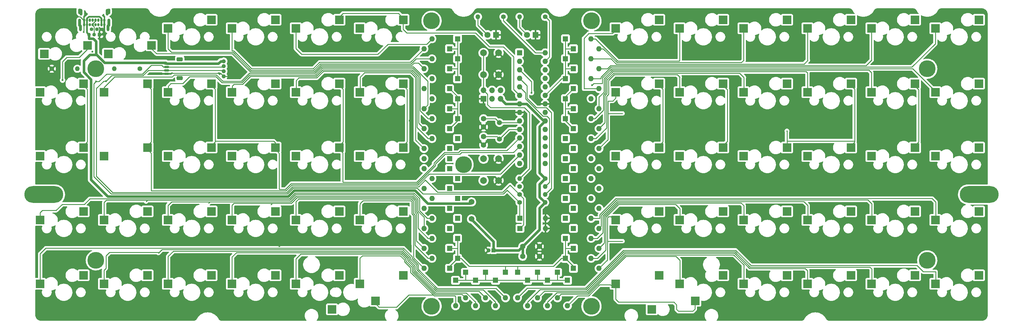
<source format=gbl>
G04 #@! TF.GenerationSoftware,KiCad,Pcbnew,(6.0.0)*
G04 #@! TF.CreationDate,2022-03-13T10:48:27+07:00*
G04 #@! TF.ProjectId,lumberjack,6c756d62-6572-46a6-9163-6b2e6b696361,1.6*
G04 #@! TF.SameCoordinates,Original*
G04 #@! TF.FileFunction,Copper,L2,Bot*
G04 #@! TF.FilePolarity,Positive*
%FSLAX46Y46*%
G04 Gerber Fmt 4.6, Leading zero omitted, Abs format (unit mm)*
G04 Created by KiCad (PCBNEW (6.0.0)) date 2022-03-13 10:48:27*
%MOMM*%
%LPD*%
G01*
G04 APERTURE LIST*
G04 Aperture macros list*
%AMRoundRect*
0 Rectangle with rounded corners*
0 $1 Rounding radius*
0 $2 $3 $4 $5 $6 $7 $8 $9 X,Y pos of 4 corners*
0 Add a 4 corners polygon primitive as box body*
4,1,4,$2,$3,$4,$5,$6,$7,$8,$9,$2,$3,0*
0 Add four circle primitives for the rounded corners*
1,1,$1+$1,$2,$3*
1,1,$1+$1,$4,$5*
1,1,$1+$1,$6,$7*
1,1,$1+$1,$8,$9*
0 Add four rect primitives between the rounded corners*
20,1,$1+$1,$2,$3,$4,$5,0*
20,1,$1+$1,$4,$5,$6,$7,0*
20,1,$1+$1,$6,$7,$8,$9,0*
20,1,$1+$1,$8,$9,$2,$3,0*%
G04 Aperture macros list end*
G04 #@! TA.AperFunction,ComponentPad*
%ADD10C,1.600000*%
G04 #@! TD*
G04 #@! TA.AperFunction,ComponentPad*
%ADD11R,1.800000X1.800000*%
G04 #@! TD*
G04 #@! TA.AperFunction,ComponentPad*
%ADD12C,1.800000*%
G04 #@! TD*
G04 #@! TA.AperFunction,ComponentPad*
%ADD13R,1.600000X1.600000*%
G04 #@! TD*
G04 #@! TA.AperFunction,ComponentPad*
%ADD14O,1.600000X1.600000*%
G04 #@! TD*
G04 #@! TA.AperFunction,ComponentPad*
%ADD15C,1.710000*%
G04 #@! TD*
G04 #@! TA.AperFunction,ComponentPad*
%ADD16R,1.200000X1.200000*%
G04 #@! TD*
G04 #@! TA.AperFunction,ComponentPad*
%ADD17C,1.200000*%
G04 #@! TD*
G04 #@! TA.AperFunction,ComponentPad*
%ADD18C,2.000000*%
G04 #@! TD*
G04 #@! TA.AperFunction,WasherPad*
%ADD19C,5.000000*%
G04 #@! TD*
G04 #@! TA.AperFunction,WasherPad*
%ADD20O,11.600000X5.000000*%
G04 #@! TD*
G04 #@! TA.AperFunction,ComponentPad*
%ADD21C,0.600000*%
G04 #@! TD*
G04 #@! TA.AperFunction,SMDPad,CuDef*
%ADD22R,2.550000X2.500000*%
G04 #@! TD*
G04 #@! TA.AperFunction,ComponentPad*
%ADD23R,1.700000X1.700000*%
G04 #@! TD*
G04 #@! TA.AperFunction,ComponentPad*
%ADD24O,1.700000X1.700000*%
G04 #@! TD*
G04 #@! TA.AperFunction,ComponentPad*
%ADD25C,1.400000*%
G04 #@! TD*
G04 #@! TA.AperFunction,ComponentPad*
%ADD26O,1.400000X1.400000*%
G04 #@! TD*
G04 #@! TA.AperFunction,ComponentPad*
%ADD27C,1.500000*%
G04 #@! TD*
G04 #@! TA.AperFunction,ComponentPad*
%ADD28O,0.700000X0.900000*%
G04 #@! TD*
G04 #@! TA.AperFunction,ComponentPad*
%ADD29O,1.100000X1.100000*%
G04 #@! TD*
G04 #@! TA.AperFunction,ComponentPad*
%ADD30O,0.700000X1.000000*%
G04 #@! TD*
G04 #@! TA.AperFunction,ComponentPad*
%ADD31C,1.100000*%
G04 #@! TD*
G04 #@! TA.AperFunction,ComponentPad*
%ADD32R,1.100000X1.100000*%
G04 #@! TD*
G04 #@! TA.AperFunction,ComponentPad*
%ADD33O,0.900000X2.400000*%
G04 #@! TD*
G04 #@! TA.AperFunction,ComponentPad*
%ADD34O,0.850000X2.000000*%
G04 #@! TD*
G04 #@! TA.AperFunction,ComponentPad*
%ADD35O,0.900000X1.700000*%
G04 #@! TD*
G04 #@! TA.AperFunction,SMDPad,CuDef*
%ADD36RoundRect,0.150000X-0.625000X0.150000X-0.625000X-0.150000X0.625000X-0.150000X0.625000X0.150000X0*%
G04 #@! TD*
G04 #@! TA.AperFunction,SMDPad,CuDef*
%ADD37RoundRect,0.249999X-0.650001X0.350001X-0.650001X-0.350001X0.650001X-0.350001X0.650001X0.350001X0*%
G04 #@! TD*
G04 #@! TA.AperFunction,ComponentPad*
%ADD38C,1.244600*%
G04 #@! TD*
G04 #@! TA.AperFunction,ViaPad*
%ADD39C,0.600000*%
G04 #@! TD*
G04 #@! TA.AperFunction,ViaPad*
%ADD40C,0.450000*%
G04 #@! TD*
G04 #@! TA.AperFunction,Conductor*
%ADD41C,0.800000*%
G04 #@! TD*
G04 #@! TA.AperFunction,Conductor*
%ADD42C,0.250000*%
G04 #@! TD*
G04 #@! TA.AperFunction,Conductor*
%ADD43C,0.500000*%
G04 #@! TD*
G04 APERTURE END LIST*
D10*
X144065746Y-94059454D03*
X144065746Y-96559454D03*
X144065746Y-88701637D03*
X144065746Y-91201637D03*
D11*
X159543884Y-63698491D03*
D12*
X157003884Y-63698491D03*
D13*
X154781380Y-69056308D03*
D14*
X154781380Y-71596308D03*
X154781380Y-74136308D03*
X154781380Y-76676308D03*
X154781380Y-79216308D03*
X154781380Y-81756308D03*
X154781380Y-84296308D03*
X154781380Y-86836308D03*
X154781380Y-89376308D03*
X154781380Y-91916308D03*
X154781380Y-94456308D03*
X154781380Y-96996308D03*
X154781380Y-99536308D03*
X154781380Y-102076308D03*
X162401380Y-102076308D03*
X162401380Y-99536308D03*
X162401380Y-96996308D03*
X162401380Y-94456308D03*
X162401380Y-91916308D03*
X162401380Y-89376308D03*
X162401380Y-86836308D03*
X162401380Y-84296308D03*
X162401380Y-81756308D03*
X162401380Y-79216308D03*
X162401380Y-76676308D03*
X162401380Y-74136308D03*
X162401380Y-71596308D03*
X162401380Y-69056308D03*
D15*
X140493868Y-113546035D03*
X140493868Y-118626035D03*
D13*
X136326677Y-82748507D03*
D14*
X128706677Y-82748507D03*
D13*
X136326677Y-118467287D03*
D14*
X128706677Y-118467287D03*
D13*
X150614189Y-134540738D03*
D14*
X150614189Y-142160738D03*
D13*
X147637624Y-136921990D03*
D14*
X147637624Y-144541990D03*
D13*
X144661059Y-134540738D03*
D14*
X144661059Y-142160738D03*
D13*
X138707929Y-134540738D03*
D14*
X138707929Y-142160738D03*
D16*
X147042311Y-127992295D03*
D17*
X145542311Y-127992295D03*
D13*
X136326677Y-76795377D03*
D14*
X128706677Y-76795377D03*
D18*
X144065746Y-107156340D03*
X144065746Y-100656340D03*
X148565746Y-107156340D03*
X148565746Y-100656340D03*
D19*
X128587608Y-59531300D03*
X176212648Y-59531300D03*
X128587608Y-144661059D03*
X176212648Y-144661059D03*
D20*
X13096886Y-111323531D03*
X291703370Y-111323531D03*
D13*
X166092327Y-134540738D03*
D14*
X166092327Y-142160738D03*
D11*
X147796372Y-63698491D03*
D12*
X145256372Y-63698491D03*
D13*
X136326677Y-130373547D03*
D14*
X128706677Y-130373547D03*
D13*
X136326677Y-124420417D03*
D14*
X128706677Y-124420417D03*
D13*
X133945425Y-115490722D03*
D14*
X126325425Y-115490722D03*
D13*
X136326677Y-112514157D03*
D14*
X128706677Y-112514157D03*
D13*
X133945425Y-109537592D03*
D14*
X126325425Y-109537592D03*
D13*
X133945425Y-121443852D03*
D14*
X126325425Y-121443852D03*
D13*
X133945425Y-97631332D03*
D14*
X126325425Y-97631332D03*
D13*
X136326677Y-94654767D03*
D14*
X128706677Y-94654767D03*
D13*
X133945425Y-103584462D03*
D14*
X126325425Y-103584462D03*
D13*
X133945425Y-91678202D03*
D14*
X126325425Y-91678202D03*
D13*
X136326677Y-88701637D03*
D14*
X128706677Y-88701637D03*
D13*
X133945425Y-85725072D03*
D14*
X126325425Y-85725072D03*
D13*
X168473579Y-76795377D03*
D14*
X176093579Y-76795377D03*
D13*
X133945425Y-73818812D03*
D14*
X126325425Y-73818812D03*
D13*
X170854831Y-73818812D03*
D14*
X178474831Y-73818812D03*
D13*
X133945425Y-67865682D03*
D14*
X126325425Y-67865682D03*
D13*
X163115762Y-136921990D03*
D14*
X163115762Y-144541990D03*
D18*
X144065746Y-69104751D03*
X144065746Y-75604751D03*
X148565746Y-75604751D03*
X148565746Y-69104751D03*
D10*
X155734510Y-126801669D03*
X160734510Y-126801669D03*
D13*
X135731364Y-136921990D03*
D14*
X135731364Y-144541990D03*
D13*
X170854831Y-115490722D03*
D14*
X178474831Y-115490722D03*
D13*
X169068892Y-136921990D03*
D14*
X169068892Y-144541990D03*
D13*
X170854831Y-79771942D03*
D14*
X178474831Y-79771942D03*
D13*
X168473579Y-64889117D03*
D14*
X176093579Y-64889117D03*
D13*
X170854831Y-67865682D03*
D14*
X178474831Y-67865682D03*
D13*
X168473579Y-82748507D03*
D14*
X176093579Y-82748507D03*
D13*
X170854831Y-97631332D03*
D14*
X178474831Y-97631332D03*
D13*
X170854831Y-91678202D03*
D14*
X178474831Y-91678202D03*
D13*
X168473579Y-94654767D03*
D14*
X176093579Y-94654767D03*
D13*
X168473579Y-106561027D03*
D14*
X176093579Y-106561027D03*
D13*
X170854831Y-103584462D03*
D14*
X178474831Y-103584462D03*
D13*
X168473579Y-100607897D03*
D14*
X176093579Y-100607897D03*
D13*
X170854831Y-85725072D03*
D14*
X178474831Y-85725072D03*
D13*
X168473579Y-112514157D03*
D14*
X176093579Y-112514157D03*
D13*
X170854831Y-109537592D03*
D14*
X178474831Y-109537592D03*
D13*
X168473579Y-118467287D03*
D14*
X176093579Y-118467287D03*
D13*
X168473579Y-88701637D03*
D14*
X176093579Y-88701637D03*
D13*
X168473579Y-70842247D03*
D14*
X176093579Y-70842247D03*
D13*
X170854831Y-133350112D03*
D14*
X178474831Y-133350112D03*
D13*
X168473579Y-124420417D03*
D14*
X176093579Y-124420417D03*
D13*
X154186067Y-134540738D03*
D14*
X154186067Y-142160738D03*
D13*
X170854831Y-121443852D03*
D14*
X178474831Y-121443852D03*
D13*
X170854831Y-127396982D03*
D14*
X178474831Y-127396982D03*
D13*
X168473579Y-130373547D03*
D14*
X176093579Y-130373547D03*
D13*
X157162632Y-136921990D03*
D14*
X157162632Y-144541990D03*
D21*
X207020168Y-143655868D03*
D22*
X207110168Y-143033868D03*
D21*
X207010168Y-142525868D03*
D22*
X194183168Y-145573868D03*
D21*
X194193168Y-146195868D03*
X194183168Y-145065868D03*
X111760088Y-142525868D03*
D22*
X111860088Y-143033868D03*
D21*
X111770088Y-143655868D03*
D22*
X98933088Y-145573868D03*
D21*
X98933088Y-145065868D03*
X98943088Y-146195868D03*
D10*
X155734510Y-129778234D03*
X160734510Y-129778234D03*
D23*
X144065746Y-82748507D03*
D24*
X144065746Y-80208507D03*
X146605746Y-82748507D03*
X146605746Y-80208507D03*
X149145746Y-82748507D03*
X149145746Y-80208507D03*
D19*
X138112616Y-102393836D03*
D13*
X160139197Y-134540738D03*
D14*
X160139197Y-142160738D03*
D13*
X133945425Y-133350112D03*
D14*
X126325425Y-133350112D03*
D13*
X136326677Y-106561027D03*
D14*
X128706677Y-106561027D03*
D13*
X133945425Y-100607897D03*
D14*
X126325425Y-100607897D03*
D13*
X133945425Y-79771942D03*
D14*
X126325425Y-79771942D03*
D25*
X162401380Y-106561027D03*
D26*
X154781380Y-106561027D03*
D27*
X148828250Y-89892263D03*
X148828250Y-94772263D03*
D13*
X133945425Y-127396982D03*
D14*
X126325425Y-127396982D03*
D25*
X154781380Y-113704783D03*
D26*
X162401380Y-113704783D03*
D25*
X150018876Y-58340674D03*
D26*
X142398876Y-58340674D03*
D25*
X162401380Y-58340674D03*
D26*
X154781380Y-58340674D03*
D25*
X154781380Y-111323531D03*
D26*
X162401380Y-111323531D03*
D13*
X154900449Y-121443852D03*
D14*
X162520449Y-121443852D03*
D13*
X154900449Y-118467287D03*
D14*
X162520449Y-118467287D03*
D25*
X15478138Y-73818812D03*
D26*
X23098138Y-73818812D03*
D25*
X41671910Y-73818812D03*
D26*
X34051910Y-73818812D03*
D25*
X154781380Y-108942279D03*
D26*
X162401380Y-108942279D03*
D13*
X136326677Y-64889117D03*
D14*
X128706677Y-64889117D03*
D13*
X136326677Y-70842247D03*
D14*
X128706677Y-70842247D03*
D13*
X141684494Y-136921990D03*
D14*
X141684494Y-144541990D03*
D21*
X12030016Y-81313820D03*
D22*
X11965016Y-80803820D03*
D21*
X12010016Y-80333820D03*
X24880016Y-77753820D03*
D22*
X24892016Y-78263820D03*
D21*
X24900016Y-78833820D03*
X12010016Y-99383836D03*
X12030016Y-100363836D03*
D22*
X11965016Y-99853836D03*
D21*
X24880016Y-96803836D03*
D22*
X24892016Y-97313836D03*
D21*
X24900016Y-97883836D03*
D22*
X11965016Y-118903852D03*
D21*
X12030016Y-119413852D03*
X12010016Y-118433852D03*
D22*
X24892016Y-116363852D03*
D21*
X24900016Y-116933852D03*
X24880016Y-115853852D03*
X12010016Y-137483868D03*
X12030016Y-138463868D03*
D22*
X11965016Y-137953868D03*
D21*
X24880016Y-134903868D03*
X24900016Y-135983868D03*
D22*
X24892016Y-135413868D03*
D21*
X31080032Y-138463868D03*
X31060032Y-137483868D03*
D22*
X31015032Y-137953868D03*
X43942032Y-135413868D03*
D21*
X43950032Y-135983868D03*
X43930032Y-134903868D03*
D22*
X45185032Y-66833804D03*
D21*
X45120032Y-66323804D03*
X45140032Y-67303804D03*
X32250032Y-68803804D03*
X32270032Y-69883804D03*
D22*
X32258032Y-69373804D03*
D21*
X31060032Y-80333820D03*
D22*
X31015032Y-80803820D03*
D21*
X31080032Y-81313820D03*
X43930032Y-77753820D03*
X43950032Y-78833820D03*
D22*
X43942032Y-78263820D03*
X31015032Y-99853836D03*
D21*
X31060032Y-99383836D03*
X31080032Y-100363836D03*
X43930032Y-96803836D03*
X43950032Y-97883836D03*
D22*
X43942032Y-97313836D03*
D21*
X31060032Y-118433852D03*
X31080032Y-119413852D03*
D22*
X31015032Y-118903852D03*
X43942032Y-116363852D03*
D21*
X43930032Y-115853852D03*
X43950032Y-116933852D03*
D22*
X50065048Y-118903852D03*
D21*
X50130048Y-119413852D03*
X50110048Y-118433852D03*
X62980048Y-115853852D03*
D22*
X62992048Y-116363852D03*
D21*
X63000048Y-116933852D03*
X50110048Y-137483868D03*
D22*
X50065048Y-137953868D03*
D21*
X50130048Y-138463868D03*
X62980048Y-134903868D03*
X63000048Y-135983868D03*
D22*
X62992048Y-135413868D03*
D21*
X50130048Y-100363836D03*
D22*
X50065048Y-99853836D03*
D21*
X50110048Y-99383836D03*
D22*
X62992048Y-97313836D03*
D21*
X63000048Y-97883836D03*
X62980048Y-96803836D03*
X69160064Y-99383836D03*
X69180064Y-100363836D03*
D22*
X69115064Y-99853836D03*
X82042064Y-97313836D03*
D21*
X82030064Y-96803836D03*
X82050064Y-97883836D03*
X69160064Y-118433852D03*
D22*
X69115064Y-118903852D03*
D21*
X69180064Y-119413852D03*
X82050064Y-116933852D03*
X82030064Y-115853852D03*
D22*
X82042064Y-116363852D03*
D21*
X69180064Y-138463868D03*
D22*
X69115064Y-137953868D03*
D21*
X69160064Y-137483868D03*
X82050064Y-135983868D03*
X82030064Y-134903868D03*
D22*
X82042064Y-135413868D03*
X69115064Y-61753804D03*
D21*
X69160064Y-61283804D03*
X69180064Y-62263804D03*
D22*
X82042064Y-59213804D03*
D21*
X82030064Y-58703804D03*
X82050064Y-59783804D03*
X69160064Y-80333820D03*
X69180064Y-81313820D03*
D22*
X69115064Y-80803820D03*
X82042064Y-78263820D03*
D21*
X82050064Y-78833820D03*
X82030064Y-77753820D03*
X88210080Y-80333820D03*
X88230080Y-81313820D03*
D22*
X88165080Y-80803820D03*
D21*
X101080080Y-77753820D03*
D22*
X101092080Y-78263820D03*
D21*
X101100080Y-78833820D03*
X88230080Y-100363836D03*
D22*
X88165080Y-99853836D03*
D21*
X88210080Y-99383836D03*
D22*
X101092080Y-97313836D03*
D21*
X101080080Y-96803836D03*
X101100080Y-97883836D03*
D22*
X88165080Y-118903852D03*
D21*
X88230080Y-119413852D03*
X88210080Y-118433852D03*
X101100080Y-116933852D03*
D22*
X101092080Y-116363852D03*
D21*
X101080080Y-115853852D03*
X88230080Y-138463868D03*
D22*
X88165080Y-137953868D03*
D21*
X88210080Y-137483868D03*
X101100080Y-135983868D03*
D22*
X101092080Y-135413868D03*
D21*
X101080080Y-134903868D03*
D22*
X88165080Y-61753804D03*
D21*
X88230080Y-62263804D03*
X88210080Y-61283804D03*
X101080080Y-58703804D03*
X101100080Y-59783804D03*
D22*
X101092080Y-59213804D03*
D21*
X107280096Y-62263804D03*
D22*
X107215096Y-61753804D03*
D21*
X107260096Y-61283804D03*
X120130096Y-58703804D03*
X120150096Y-59783804D03*
D22*
X120142096Y-59213804D03*
D21*
X107260096Y-80333820D03*
D22*
X107215096Y-80803820D03*
D21*
X107280096Y-81313820D03*
X120130096Y-77753820D03*
D22*
X120142096Y-78263820D03*
D21*
X120150096Y-78833820D03*
D22*
X107215096Y-99853836D03*
D21*
X107280096Y-100363836D03*
X107260096Y-99383836D03*
D22*
X120142096Y-97313836D03*
D21*
X120130096Y-96803836D03*
X120150096Y-97883836D03*
D22*
X107215096Y-118903852D03*
D21*
X107280096Y-119413852D03*
X107260096Y-118433852D03*
X120150096Y-116933852D03*
X120130096Y-115853852D03*
D22*
X120142096Y-116363852D03*
D21*
X107260096Y-137483868D03*
D22*
X107215096Y-137953868D03*
D21*
X107280096Y-138463868D03*
D22*
X120142096Y-135413868D03*
D21*
X120130096Y-134903868D03*
X120150096Y-135983868D03*
D22*
X278665240Y-61753804D03*
D21*
X278730240Y-62263804D03*
X278710240Y-61283804D03*
D22*
X291592240Y-59213804D03*
D21*
X291580240Y-58703804D03*
X291600240Y-59783804D03*
D22*
X278665240Y-80803820D03*
D21*
X278710240Y-80333820D03*
X278730240Y-81313820D03*
X291600240Y-78833820D03*
D22*
X291592240Y-78263820D03*
D21*
X291580240Y-77753820D03*
X278730240Y-100363836D03*
X278710240Y-99383836D03*
D22*
X278665240Y-99853836D03*
D21*
X291580240Y-96803836D03*
X291600240Y-97883836D03*
D22*
X291592240Y-97313836D03*
D21*
X278710240Y-118433852D03*
D22*
X278665240Y-118903852D03*
D21*
X278730240Y-119413852D03*
X291580240Y-115853852D03*
X291600240Y-116933852D03*
D22*
X291592240Y-116363852D03*
D21*
X278710240Y-137483868D03*
D22*
X278665240Y-137953868D03*
D21*
X278730240Y-138463868D03*
X291580240Y-134903868D03*
X291600240Y-135983868D03*
D22*
X291592240Y-135413868D03*
X259615224Y-137953868D03*
D21*
X259680224Y-138463868D03*
X259660224Y-137483868D03*
X272530224Y-134903868D03*
D22*
X272542224Y-135413868D03*
D21*
X272550224Y-135983868D03*
X259660224Y-61283804D03*
X259680224Y-62263804D03*
D22*
X259615224Y-61753804D03*
D21*
X272550224Y-59783804D03*
D22*
X272542224Y-59213804D03*
D21*
X272530224Y-58703804D03*
X259660224Y-80333820D03*
D22*
X259615224Y-80803820D03*
D21*
X259680224Y-81313820D03*
X272530224Y-77753820D03*
D22*
X272542224Y-78263820D03*
D21*
X272550224Y-78833820D03*
X259680224Y-100363836D03*
D22*
X259615224Y-99853836D03*
D21*
X259660224Y-99383836D03*
X272550224Y-97883836D03*
X272530224Y-96803836D03*
D22*
X272542224Y-97313836D03*
D21*
X259660224Y-118433852D03*
X259680224Y-119413852D03*
D22*
X259615224Y-118903852D03*
D21*
X272530224Y-115853852D03*
X272550224Y-116933852D03*
D22*
X272542224Y-116363852D03*
D21*
X240610208Y-118433852D03*
D22*
X240565208Y-118903852D03*
D21*
X240630208Y-119413852D03*
X253480208Y-115853852D03*
X253500208Y-116933852D03*
D22*
X253492208Y-116363852D03*
D21*
X240610208Y-137483868D03*
X240630208Y-138463868D03*
D22*
X240565208Y-137953868D03*
D21*
X253500208Y-135983868D03*
X253480208Y-134903868D03*
D22*
X253492208Y-135413868D03*
D21*
X240610208Y-61283804D03*
D22*
X240565208Y-61753804D03*
D21*
X240630208Y-62263804D03*
X253480208Y-58703804D03*
D22*
X253492208Y-59213804D03*
D21*
X253500208Y-59783804D03*
X240630208Y-81313820D03*
X240610208Y-80333820D03*
D22*
X240565208Y-80803820D03*
D21*
X253500208Y-78833820D03*
X253480208Y-77753820D03*
D22*
X253492208Y-78263820D03*
D21*
X240630208Y-100363836D03*
X240610208Y-99383836D03*
D22*
X240565208Y-99853836D03*
X253492208Y-97313836D03*
D21*
X253500208Y-97883836D03*
X253480208Y-96803836D03*
D22*
X221515192Y-99853836D03*
D21*
X221560192Y-99383836D03*
X221580192Y-100363836D03*
X234430192Y-96803836D03*
D22*
X234442192Y-97313836D03*
D21*
X234450192Y-97883836D03*
X221560192Y-118433852D03*
X221580192Y-119413852D03*
D22*
X221515192Y-118903852D03*
X234442192Y-116363852D03*
D21*
X234450192Y-116933852D03*
X234430192Y-115853852D03*
D22*
X221515192Y-137953868D03*
D21*
X221580192Y-138463868D03*
X221560192Y-137483868D03*
X234450192Y-135983868D03*
D22*
X234442192Y-135413868D03*
D21*
X234430192Y-134903868D03*
D22*
X221515192Y-61753804D03*
D21*
X221560192Y-61283804D03*
X221580192Y-62263804D03*
X234450192Y-59783804D03*
D22*
X234442192Y-59213804D03*
D21*
X234430192Y-58703804D03*
D22*
X221515192Y-80803820D03*
D21*
X221580192Y-81313820D03*
X221560192Y-80333820D03*
X234450192Y-78833820D03*
D22*
X234442192Y-78263820D03*
D21*
X234430192Y-77753820D03*
X202510176Y-80333820D03*
D22*
X202465176Y-80803820D03*
D21*
X202530176Y-81313820D03*
D22*
X215392176Y-78263820D03*
D21*
X215380176Y-77753820D03*
X215400176Y-78833820D03*
X202510176Y-99383836D03*
D22*
X202465176Y-99853836D03*
D21*
X202530176Y-100363836D03*
X215400176Y-97883836D03*
X215380176Y-96803836D03*
D22*
X215392176Y-97313836D03*
X202465176Y-118903852D03*
D21*
X202510176Y-118433852D03*
X202530176Y-119413852D03*
X215380176Y-115853852D03*
X215400176Y-116933852D03*
D22*
X215392176Y-116363852D03*
X202465176Y-137953868D03*
D21*
X202530176Y-138463868D03*
X202510176Y-137483868D03*
X215400176Y-135983868D03*
X215380176Y-134903868D03*
D22*
X215392176Y-135413868D03*
D21*
X202510176Y-61283804D03*
X202530176Y-62263804D03*
D22*
X202465176Y-61753804D03*
X215392176Y-59213804D03*
D21*
X215380176Y-58703804D03*
X215400176Y-59783804D03*
D22*
X183415160Y-61753804D03*
D21*
X183480160Y-62263804D03*
X183460160Y-61283804D03*
X196350160Y-59783804D03*
D22*
X196342160Y-59213804D03*
D21*
X196330160Y-58703804D03*
X183460160Y-80333820D03*
D22*
X183415160Y-80803820D03*
D21*
X183480160Y-81313820D03*
X196350160Y-78833820D03*
D22*
X196342160Y-78263820D03*
D21*
X196330160Y-77753820D03*
X183480160Y-100363836D03*
X183460160Y-99383836D03*
D22*
X183415160Y-99853836D03*
D21*
X196350160Y-97883836D03*
D22*
X196342160Y-97313836D03*
D21*
X196330160Y-96803836D03*
X183480160Y-119413852D03*
X183460160Y-118433852D03*
D22*
X183415160Y-118903852D03*
X196342160Y-116363852D03*
D21*
X196330160Y-115853852D03*
X196350160Y-116933852D03*
X183480160Y-138463868D03*
D22*
X183415160Y-137953868D03*
D21*
X183460160Y-137483868D03*
X196330160Y-134903868D03*
D22*
X196342160Y-135413868D03*
D21*
X196350160Y-135983868D03*
D22*
X50065048Y-61753804D03*
D21*
X50110048Y-61283804D03*
X50130048Y-62263804D03*
D22*
X62992048Y-59213804D03*
D21*
X62980048Y-58703804D03*
X63000048Y-59783804D03*
D22*
X50065048Y-80803820D03*
D21*
X50130048Y-81313820D03*
X50110048Y-80333820D03*
X62980048Y-77753820D03*
X63000048Y-78833820D03*
D22*
X62992048Y-78263820D03*
D19*
X28575024Y-130968860D03*
X276225232Y-73818812D03*
X276225232Y-130968860D03*
X28575024Y-73818812D03*
D21*
X26069968Y-66323750D03*
X26089968Y-67303750D03*
D22*
X26134968Y-66833750D03*
D21*
X13199968Y-68803750D03*
D22*
X13207968Y-69373750D03*
D21*
X13219968Y-69883750D03*
D28*
X29378000Y-60660000D03*
D29*
X28900000Y-62060000D03*
D30*
X26828000Y-59360000D03*
D28*
X26828000Y-60660000D03*
D30*
X29378000Y-59360000D03*
D28*
X27678000Y-60660000D03*
D30*
X28528000Y-59360000D03*
D31*
X28100000Y-63610000D03*
D30*
X27678000Y-59360000D03*
D28*
X28528000Y-60660000D03*
D29*
X27300000Y-62060000D03*
D30*
X31078000Y-60710000D03*
D32*
X29700000Y-63610000D03*
D30*
X25128000Y-59360000D03*
X25128000Y-60710000D03*
X31078000Y-59360000D03*
D33*
X23778000Y-60090000D03*
D34*
X24000000Y-61650000D03*
X32200000Y-61650000D03*
D33*
X32428000Y-60090000D03*
D35*
X23778000Y-56710000D03*
D34*
X24200000Y-56950000D03*
X32000000Y-56950000D03*
D35*
X32428000Y-56710000D03*
D30*
X25978000Y-60710000D03*
D31*
X26500000Y-63610000D03*
D30*
X30228000Y-59360000D03*
X30228000Y-60710000D03*
X25978000Y-59360000D03*
D36*
X49690000Y-72310000D03*
X49690000Y-73310000D03*
X49690000Y-74310000D03*
X49690000Y-75310000D03*
D37*
X53565000Y-71010000D03*
X53565000Y-76610000D03*
D38*
X66675000Y-76075000D03*
X66675000Y-74575001D03*
X66675000Y-73074999D03*
X66675000Y-71574999D03*
D39*
X132588000Y-102108000D03*
X69056308Y-76200064D03*
X66675000Y-103108125D03*
X83300000Y-126700000D03*
X66436875Y-88106250D03*
X256700000Y-127700000D03*
X84700000Y-138100000D03*
X40538400Y-68529200D03*
X84800000Y-119000000D03*
X17881600Y-88366600D03*
X27533600Y-68752121D03*
X122039165Y-89296950D03*
X21945600Y-71526400D03*
X21431250Y-56673750D03*
X47625000Y-83343750D03*
X182761091Y-144065746D03*
X236500000Y-110400000D03*
X158353258Y-80962568D03*
D40*
X234442000Y-92400511D03*
D39*
X18669000Y-77216000D03*
X176377600Y-78740000D03*
X31654656Y-77493757D03*
X28651200Y-77622400D03*
D41*
X160734510Y-108227897D02*
X160734510Y-112037913D01*
X155734510Y-126801669D02*
X155734510Y-129778234D01*
X140484494Y-118804783D02*
X147042311Y-125362600D01*
X160734510Y-121801669D02*
X155734510Y-126801669D01*
X162401380Y-106561027D02*
X160734510Y-108227897D01*
X156924494Y-84296308D02*
X162004494Y-89376308D01*
X160734510Y-115371653D02*
X160734510Y-121801669D01*
X160734510Y-104894157D02*
X162401380Y-106561027D01*
X154543884Y-127992295D02*
X147042311Y-127992295D01*
X162401380Y-89416019D02*
X160734510Y-91082889D01*
X150693547Y-84296308D02*
X149145746Y-82748507D01*
X155734510Y-126801669D02*
X154543884Y-127992295D01*
X162004494Y-89376308D02*
X162401380Y-89376308D01*
X154781380Y-84296308D02*
X156924494Y-84296308D01*
X160734510Y-112037913D02*
X162401380Y-113704783D01*
X162401380Y-89376308D02*
X162401380Y-89416019D01*
X162401380Y-113704783D02*
X160734510Y-115371653D01*
X160734510Y-91082889D02*
X160734510Y-104894157D01*
X154781380Y-84296308D02*
X150693547Y-84296308D01*
X147042311Y-125362600D02*
X147042311Y-127992295D01*
D42*
X50161551Y-75154741D02*
X65754741Y-75154741D01*
X65754741Y-75154741D02*
X66675000Y-76075000D01*
X66675000Y-76075000D02*
X68586059Y-76075000D01*
X49690000Y-75310000D02*
X50006292Y-75310000D01*
X68931244Y-76075000D02*
X69056308Y-76200064D01*
X50006292Y-75310000D02*
X50161551Y-75154741D01*
X23958625Y-58340625D02*
X23098125Y-58340625D01*
X23098125Y-58340625D02*
X21431250Y-56673750D01*
X68586059Y-76075000D02*
X68931244Y-76075000D01*
D43*
X31078000Y-62922000D02*
X30390000Y-63610000D01*
X25128000Y-60860000D02*
X25128000Y-59510000D01*
X30390000Y-63610000D02*
X29700000Y-63610000D01*
X31078000Y-59510000D02*
X31078000Y-62922000D01*
D42*
X25128000Y-59510000D02*
X23958625Y-58340625D01*
X133945425Y-73818812D02*
X136222166Y-73818812D01*
X167362311Y-76795377D02*
X168473579Y-76795377D01*
X170854831Y-73818812D02*
X168515970Y-73818812D01*
X136326677Y-67923323D02*
X136326677Y-64889117D01*
X168473579Y-76795377D02*
X168473579Y-73776421D01*
X136326677Y-76795377D02*
X136326677Y-73923323D01*
X136326677Y-73923323D02*
X136326677Y-70842247D01*
X168515970Y-73818812D02*
X168473579Y-73776421D01*
X168581476Y-67865682D02*
X168473579Y-67973579D01*
X136269036Y-67865682D02*
X136326677Y-67923323D01*
X136326677Y-70842247D02*
X136326677Y-67923323D01*
X170854831Y-67865682D02*
X168581476Y-67865682D01*
X162401380Y-81756308D02*
X167362311Y-76795377D01*
X168473579Y-67973579D02*
X168473579Y-64889117D01*
X136222166Y-73818812D02*
X136326677Y-73923323D01*
X168473579Y-73776421D02*
X168473579Y-70842247D01*
X168473579Y-70842247D02*
X168473579Y-67973579D01*
X133945425Y-67865682D02*
X136269036Y-67865682D01*
X170854831Y-85725072D02*
X168475072Y-85725072D01*
X136326677Y-85673323D02*
X136326677Y-88701637D01*
X133945425Y-91678202D02*
X136326677Y-89296950D01*
X136326677Y-82748507D02*
X136326677Y-85673323D01*
X168473579Y-82153194D02*
X168473579Y-82748507D01*
X136326677Y-82748507D02*
X136326677Y-82153194D01*
X168475072Y-85725072D02*
X168473579Y-85723579D01*
X133945425Y-85725072D02*
X136274928Y-85725072D01*
X168473579Y-88701637D02*
X168473579Y-89296950D01*
X170854831Y-79771942D02*
X168473579Y-82153194D01*
X168473579Y-85723579D02*
X168473579Y-82748507D01*
X136274928Y-85725072D02*
X136326677Y-85673323D01*
X136326677Y-89296950D02*
X136326677Y-88701637D01*
X136326677Y-82153194D02*
X133945425Y-79771942D01*
X168473579Y-89296950D02*
X170854831Y-91678202D01*
X168473579Y-88701637D02*
X168473579Y-85723579D01*
X133945425Y-132754799D02*
X136326677Y-130373547D01*
X168473579Y-130373547D02*
X168473579Y-127396982D01*
X137376677Y-130373547D02*
X139757929Y-132754799D01*
X170854831Y-127396982D02*
X168473579Y-127396982D01*
X170854831Y-133350112D02*
X170854831Y-132754799D01*
X150645201Y-132754799D02*
X164901701Y-132754799D01*
X136326677Y-127396982D02*
X136326677Y-124420417D01*
X139757929Y-132754799D02*
X150645201Y-132754799D01*
X164901701Y-132754799D02*
X167282953Y-130373547D01*
X150614189Y-132785811D02*
X150645201Y-132754799D01*
X150614189Y-134540738D02*
X150614189Y-132785811D01*
X154186067Y-134540738D02*
X154186067Y-132754799D01*
X170854831Y-132754799D02*
X168473579Y-130373547D01*
X136326677Y-130373547D02*
X137376677Y-130373547D01*
X167282953Y-130373547D02*
X168473579Y-130373547D01*
X133945425Y-133350112D02*
X133945425Y-132754799D01*
X136326677Y-130373547D02*
X136326677Y-127396982D01*
X168473579Y-127396982D02*
X168473579Y-124420417D01*
X133945425Y-127396982D02*
X136326677Y-127396982D01*
X144661059Y-134540738D02*
X144661059Y-136921990D01*
X163711075Y-136921990D02*
X163115762Y-136921990D01*
X138707929Y-136921990D02*
X141684494Y-136921990D01*
X135731364Y-136921990D02*
X138707929Y-136921990D01*
X160139197Y-136921990D02*
X157162632Y-136921990D01*
X144661059Y-136921990D02*
X147637624Y-136921990D01*
X157162632Y-136921990D02*
X147637624Y-136921990D01*
X169068892Y-136921990D02*
X166078010Y-136921990D01*
X144661059Y-136921990D02*
X141684494Y-136921990D01*
X160139197Y-136921990D02*
X163115762Y-136921990D01*
X166092327Y-134540738D02*
X166092327Y-136907673D01*
X160139197Y-134540738D02*
X160139197Y-136921990D01*
X166092327Y-136907673D02*
X166078010Y-136921990D01*
X166078010Y-136921990D02*
X163115762Y-136921990D01*
X138707929Y-134540738D02*
X138707929Y-136921990D01*
X144065746Y-75604751D02*
X144065746Y-69104751D01*
X144065746Y-80208507D02*
X145256372Y-81399133D01*
X156263556Y-85421309D02*
X157757945Y-86915698D01*
X144065746Y-80208507D02*
X144065746Y-75604751D01*
X145256372Y-81399133D02*
X145256372Y-84534446D01*
X146143235Y-85421309D02*
X156263556Y-85421309D01*
X145256372Y-84534446D02*
X146143235Y-85421309D01*
X157757945Y-86915698D02*
X157757945Y-103584462D01*
X157757945Y-103584462D02*
X154781380Y-106561027D01*
X142398876Y-60840995D02*
X145256372Y-63698491D01*
X142398876Y-58340674D02*
X142398876Y-60840995D01*
X157017330Y-82603205D02*
X159835434Y-85421309D01*
X157017330Y-78912258D02*
X157017330Y-82603205D01*
X159835434Y-85421309D02*
X162811999Y-85421309D01*
X164306388Y-86915698D02*
X164306388Y-109418523D01*
X162811999Y-85421309D02*
X164306388Y-86915698D01*
X154781380Y-76676308D02*
X157017330Y-78912258D01*
X164306388Y-109418523D02*
X162401380Y-111323531D01*
X154821059Y-79216308D02*
X156567319Y-80962568D01*
X156567319Y-82789605D02*
X161739023Y-87961309D01*
X162929651Y-87961309D02*
X163711075Y-88742734D01*
X156567319Y-80962568D02*
X156567319Y-82789605D01*
X163711075Y-88742734D02*
X163711075Y-107632584D01*
X163711075Y-107632584D02*
X162401380Y-108942279D01*
X154781380Y-79216308D02*
X154821059Y-79216308D01*
X161739023Y-87961309D02*
X162929651Y-87961309D01*
X102209600Y-95674316D02*
X102209600Y-79943340D01*
X129299516Y-102500884D02*
X124155200Y-107645200D01*
X132426515Y-98821958D02*
X129299516Y-101948956D01*
X102209600Y-79943340D02*
X101100080Y-78833820D01*
X102108000Y-107645200D02*
X102108000Y-98891756D01*
X124155200Y-107645200D02*
X102108000Y-107645200D01*
X137219647Y-98226645D02*
X136624334Y-98821958D01*
X101080080Y-96803836D02*
X102209600Y-95674316D01*
X129299516Y-101948956D02*
X129299516Y-102500884D01*
X151011043Y-98226645D02*
X137219647Y-98226645D01*
X102108000Y-98891756D02*
X101100080Y-97883836D01*
X154781380Y-94456308D02*
X151011043Y-98226645D01*
X136624334Y-98821958D02*
X132426515Y-98821958D01*
X26042007Y-95641845D02*
X26042007Y-79975811D01*
X24880016Y-96803836D02*
X26042007Y-95641845D01*
X26042007Y-79975811D02*
X24900016Y-78833820D01*
X45059600Y-95674268D02*
X45059600Y-79943388D01*
X45110400Y-110249520D02*
X45110400Y-99044204D01*
X154781380Y-99536308D02*
X149110888Y-105206800D01*
X149110888Y-105206800D02*
X127865036Y-105206800D01*
X86960278Y-108544240D02*
X85254997Y-110249520D01*
X45110400Y-99044204D02*
X43950032Y-97883836D01*
X85254997Y-110249520D02*
X45452480Y-110249520D01*
X45059600Y-79943388D02*
X43950032Y-78833820D01*
X124527594Y-108544240D02*
X86960278Y-108544240D01*
X127865036Y-105206800D02*
X124527594Y-108544240D01*
X45452480Y-110249520D02*
X45110400Y-110249520D01*
X43930032Y-96803836D02*
X45059600Y-95674268D01*
X132612712Y-99271478D02*
X129749036Y-102135154D01*
X152955730Y-98821958D02*
X137517303Y-98821958D01*
X83210400Y-99044172D02*
X82050064Y-97883836D01*
X81534000Y-95402400D02*
X82042000Y-95910400D01*
X124341397Y-108094720D02*
X86774080Y-108094720D01*
X64109600Y-95674284D02*
X64109600Y-95402400D01*
X154781380Y-96996308D02*
X152955730Y-98821958D01*
X137517303Y-98821958D02*
X137067783Y-99271478D01*
X82030064Y-95922336D02*
X82030064Y-96803836D01*
X64109600Y-95402400D02*
X81534000Y-95402400D01*
X129749036Y-102687082D02*
X124341397Y-108094720D01*
X82042000Y-95910400D02*
X82030064Y-95922336D01*
X83210400Y-109800000D02*
X83210400Y-99044172D01*
X62980048Y-96803836D02*
X64109600Y-95674284D01*
X64109600Y-95402400D02*
X64109600Y-79943372D01*
X137067783Y-99271478D02*
X132612712Y-99271478D01*
X85068800Y-109800000D02*
X83210400Y-109800000D01*
X86774080Y-108094720D02*
X85068800Y-109800000D01*
X64109600Y-79943372D02*
X63000048Y-78833820D01*
X129749036Y-102135154D02*
X129749036Y-102687082D01*
X120130096Y-58703804D02*
X118728692Y-57302400D01*
X125604138Y-63103178D02*
X141684494Y-63103178D01*
X120142096Y-97313836D02*
X120142096Y-96815836D01*
X102209600Y-57302400D02*
X101092080Y-58419920D01*
X121310400Y-95623532D02*
X121310400Y-79994124D01*
X141684494Y-63103178D02*
X145851685Y-67270369D01*
X120130096Y-62014896D02*
X120130096Y-58703804D01*
X121218378Y-63103178D02*
X120130096Y-62014896D01*
X121310400Y-79994124D02*
X120150096Y-78833820D01*
X125604138Y-63103178D02*
X121218378Y-63103178D01*
X152995441Y-79970369D02*
X154781380Y-81756308D01*
X101092080Y-58419920D02*
X101092080Y-59213804D01*
X145851685Y-67270369D02*
X150018876Y-67270369D01*
X118728692Y-57302400D02*
X102209600Y-57302400D01*
X120130096Y-96803836D02*
X121310400Y-95623532D01*
X120142096Y-96815836D02*
X120130096Y-96803836D01*
X150018876Y-67270369D02*
X152995441Y-70246934D01*
X152995441Y-70246934D02*
X152995441Y-79970369D01*
X154781380Y-74136308D02*
X158353258Y-77708186D01*
X158353258Y-77708186D02*
X158353258Y-80962568D01*
X273659600Y-80060800D02*
X272542224Y-78943424D01*
X272542224Y-78943424D02*
X272542224Y-78263820D01*
X273659600Y-95674460D02*
X273659600Y-80060800D01*
X272530224Y-96803836D02*
X273659600Y-95674460D01*
X254609600Y-79943212D02*
X253500208Y-78833820D01*
X254609600Y-95300800D02*
X254609600Y-79943212D01*
X254550608Y-95359792D02*
X254609600Y-95300800D01*
X234442000Y-92400511D02*
X234450192Y-92408703D01*
X234450192Y-95359792D02*
X254550608Y-95359792D01*
X234450192Y-92408703D02*
X234450192Y-95359792D01*
X254609600Y-95674444D02*
X254609600Y-95300800D01*
X234450192Y-95359792D02*
X234450192Y-97883836D01*
X253480208Y-96803836D02*
X254609600Y-95674444D01*
X215380176Y-96803836D02*
X216662000Y-95522012D01*
X216662000Y-95522012D02*
X216662000Y-80095644D01*
X216662000Y-80095644D02*
X215400176Y-78833820D01*
X148115441Y-94059454D02*
X148828250Y-94772263D01*
X148828250Y-94772263D02*
X151684205Y-91916308D01*
X151684205Y-91916308D02*
X154781380Y-91916308D01*
X144065746Y-94059454D02*
X148115441Y-94059454D01*
X154265425Y-89892263D02*
X154781380Y-89376308D01*
X147637624Y-88701637D02*
X148828250Y-89892263D01*
X144065746Y-88701637D02*
X147637624Y-88701637D01*
X148828250Y-89892263D02*
X154265425Y-89892263D01*
D41*
X26500000Y-64820800D02*
X26500000Y-63610000D01*
X28811827Y-69651621D02*
X31170206Y-72010000D01*
X28702000Y-69672200D02*
X28699511Y-69669711D01*
X28699511Y-65674271D02*
X27846040Y-64820800D01*
X27127200Y-76987400D02*
X25003146Y-74863346D01*
X31170206Y-72010000D02*
X49390000Y-72010000D01*
X127457200Y-113995200D02*
X123629800Y-110167800D01*
X49690000Y-72310000D02*
X49690000Y-72311894D01*
X25003146Y-74863346D02*
X25003146Y-71454703D01*
X85927500Y-111873079D02*
X32101137Y-111873079D01*
X65794935Y-71574999D02*
X66675000Y-71574999D01*
D43*
X25978000Y-58822000D02*
X25978000Y-63088000D01*
D41*
X123629800Y-110167800D02*
X87632779Y-110167800D01*
X27846040Y-64820800D02*
X26500000Y-64820800D01*
D43*
X25978000Y-63088000D02*
X26500000Y-63610000D01*
D41*
X27127200Y-106899142D02*
X27127200Y-76987400D01*
D43*
X30228000Y-58828000D02*
X29700000Y-58300000D01*
D41*
X26806228Y-69651621D02*
X28811827Y-69651621D01*
D43*
X29700000Y-58300000D02*
X26500000Y-58300000D01*
D41*
X32101137Y-111873079D02*
X27127200Y-106899142D01*
X140493868Y-113546035D02*
X140044703Y-113995200D01*
X49690000Y-72311894D02*
X49701894Y-72300000D01*
X49701894Y-72300000D02*
X65069934Y-72300000D01*
X49390000Y-72010000D02*
X49690000Y-72310000D01*
X87632779Y-110167800D02*
X85927500Y-111873079D01*
D43*
X30228000Y-60860000D02*
X30228000Y-58828000D01*
D41*
X140044703Y-113995200D02*
X127457200Y-113995200D01*
X65069934Y-72300000D02*
X65794935Y-71574999D01*
X25003146Y-71454703D02*
X26806228Y-69651621D01*
D43*
X26500000Y-58300000D02*
X25978000Y-58822000D01*
D41*
X28699511Y-69669711D02*
X28699511Y-65674271D01*
D42*
X23647400Y-70434200D02*
X26069968Y-68011632D01*
X18669000Y-71678800D02*
X19913600Y-70434200D01*
X19913600Y-70434200D02*
X23647400Y-70434200D01*
X26069968Y-68011632D02*
X26069968Y-66323750D01*
X18669000Y-77216000D02*
X18669000Y-71678800D01*
X128706677Y-118467287D02*
X127306487Y-118467287D01*
X127306487Y-118467287D02*
X124968000Y-116128800D01*
X12649200Y-116078000D02*
X12010016Y-116717184D01*
X124968000Y-112530626D02*
X123329694Y-110892320D01*
X26797601Y-112597599D02*
X25146000Y-114249200D01*
X86227606Y-112597599D02*
X26797601Y-112597599D01*
X25146000Y-114249200D02*
X18542000Y-114249200D01*
X16713200Y-116078000D02*
X12649200Y-116078000D01*
X87932885Y-110892320D02*
X86227606Y-112597599D01*
X123329694Y-110892320D02*
X87932885Y-110892320D01*
X18542000Y-114249200D02*
X16713200Y-116078000D01*
X124968000Y-116128800D02*
X124968000Y-112530626D01*
X12010016Y-116717184D02*
X12010016Y-118433852D01*
X150614189Y-142160738D02*
X147756693Y-139303242D01*
X12010016Y-129010784D02*
X12010016Y-137483868D01*
X122780271Y-130440675D02*
X122780271Y-129892271D01*
X122780271Y-129892271D02*
X120212511Y-127324511D01*
X13696289Y-127324511D02*
X12010016Y-129010784D01*
X120212511Y-127324511D02*
X13696289Y-127324511D01*
X124581680Y-132242084D02*
X122780271Y-130440675D01*
X130289832Y-139303242D02*
X124581680Y-133595090D01*
X124581680Y-133595090D02*
X124581680Y-132242084D01*
X147756693Y-139303242D02*
X130289832Y-139303242D01*
X120026313Y-127774031D02*
X48279869Y-127774031D01*
X147637624Y-143410620D02*
X143980257Y-139753253D01*
X143980257Y-139753253D02*
X130104125Y-139753253D01*
X47483475Y-128570425D02*
X32668775Y-128570425D01*
X31597600Y-133299200D02*
X31015032Y-133881768D01*
X130104125Y-139753253D02*
X124132160Y-133781288D01*
X47483475Y-128570425D02*
X47253900Y-128800000D01*
X147637624Y-144541990D02*
X147637624Y-143410620D01*
X31015032Y-133881768D02*
X31015032Y-137953868D01*
X124132160Y-133781288D02*
X124132160Y-132428281D01*
X122330751Y-130078469D02*
X120026313Y-127774031D01*
X122330751Y-130626872D02*
X122330751Y-130078469D01*
X32668775Y-128570425D02*
X31597600Y-129641600D01*
X31597600Y-129641600D02*
X31597600Y-133299200D01*
X124132160Y-132428281D02*
X122330751Y-130626872D01*
X48279869Y-127774031D02*
X47483475Y-128570425D01*
X45185032Y-67841832D02*
X45185032Y-66833804D01*
X50768228Y-69342000D02*
X46685200Y-69342000D01*
X124642613Y-72136000D02*
X123327235Y-72136000D01*
X74650213Y-74749520D02*
X69242693Y-69342000D01*
X95616656Y-72781040D02*
X93648175Y-74749520D01*
X122682194Y-72781040D02*
X95616656Y-72781040D01*
X123327235Y-72136000D02*
X122682194Y-72781040D01*
X69242693Y-69342000D02*
X50768228Y-69342000D01*
X126325425Y-73818812D02*
X124642613Y-72136000D01*
X46685200Y-69342000D02*
X45185032Y-67841832D01*
X93648175Y-74749520D02*
X74650213Y-74749520D01*
X66386110Y-77535992D02*
X64491318Y-75641200D01*
X51900738Y-75641200D02*
X51240338Y-76301600D01*
X95802854Y-73230560D02*
X93834374Y-75199040D01*
X74344269Y-75079294D02*
X71887571Y-77535992D01*
X51240338Y-76301600D02*
X34137600Y-76301600D01*
X123166960Y-73230560D02*
X95802854Y-73230560D01*
X127449936Y-84600561D02*
X127449936Y-77513536D01*
X64491318Y-75641200D02*
X51900738Y-75641200D01*
X31015032Y-79424168D02*
X31015032Y-80803820D01*
X93834374Y-75199040D02*
X74464016Y-75199040D01*
X126325425Y-85725072D02*
X127449936Y-84600561D01*
X71887571Y-77535992D02*
X66386110Y-77535992D01*
X127449936Y-77513536D02*
X123166960Y-73230560D01*
X74464016Y-75199040D02*
X74344269Y-75079294D01*
X34137600Y-76301600D02*
X31015032Y-79424168D01*
X31732881Y-113047119D02*
X31060032Y-113719968D01*
X124518480Y-112716824D02*
X124518480Y-116314998D01*
X43956765Y-113047119D02*
X86413804Y-113047119D01*
X43553873Y-113450011D02*
X43956765Y-113047119D01*
X86413804Y-113047119D02*
X88119083Y-111341840D01*
X31060032Y-113719968D02*
X31060032Y-118433852D01*
X124518480Y-116314998D02*
X126325425Y-118121943D01*
X43956765Y-113047119D02*
X31732881Y-113047119D01*
X123143496Y-111341840D02*
X124518480Y-112716824D01*
X88119083Y-111341840D02*
X123143496Y-111341840D01*
X126325425Y-118121943D02*
X126325425Y-121443852D01*
X124068960Y-116501196D02*
X124565719Y-116997955D01*
X124068960Y-112903022D02*
X124068960Y-116501196D01*
X50065048Y-114577752D02*
X50065048Y-118903852D01*
X88305281Y-111791360D02*
X122957298Y-111791360D01*
X86600002Y-113496639D02*
X88305281Y-111791360D01*
X62557261Y-113496639D02*
X51146161Y-113496639D01*
X122957298Y-111791360D02*
X124068960Y-112903022D01*
X62557261Y-113496639D02*
X86600002Y-113496639D01*
X62153878Y-113900022D02*
X62557261Y-113496639D01*
X51146161Y-113496639D02*
X50065048Y-114577752D01*
X124565719Y-116997955D02*
X124565719Y-121410829D01*
X124565719Y-121410829D02*
X127575307Y-124420417D01*
X127575307Y-124420417D02*
X128706677Y-124420417D01*
X50110048Y-129772752D02*
X50110048Y-137483868D01*
X119840115Y-128223551D02*
X51659249Y-128223551D01*
X123682640Y-132614477D02*
X121881231Y-130813069D01*
X123682640Y-133967486D02*
X123682640Y-132614477D01*
X144661059Y-142160738D02*
X142703585Y-140203264D01*
X121881231Y-130813069D02*
X121881231Y-130264667D01*
X129918418Y-140203264D02*
X123682640Y-133967486D01*
X51659249Y-128223551D02*
X50110048Y-129772752D01*
X142703585Y-140203264D02*
X129918418Y-140203264D01*
X121881231Y-130264667D02*
X119840115Y-128223551D01*
X128706677Y-70842247D02*
X123985270Y-70842247D01*
X93461978Y-74300000D02*
X74836410Y-74300000D01*
X69428890Y-68892480D02*
X51104800Y-68892480D01*
X50110048Y-67897728D02*
X50110048Y-61283804D01*
X122495997Y-72331520D02*
X95430458Y-72331520D01*
X95430458Y-72331520D02*
X93461978Y-74300000D01*
X123985270Y-70842247D02*
X122495997Y-72331520D01*
X51104800Y-68892480D02*
X50110048Y-67897728D01*
X74836410Y-74300000D02*
X69428890Y-68892480D01*
X54508400Y-78232000D02*
X50952400Y-78232000D01*
X125175137Y-75874455D02*
X122980762Y-73680080D01*
X74411414Y-75648560D02*
X72073971Y-77986003D01*
X94020572Y-75648560D02*
X74411414Y-75648560D01*
X122980762Y-73680080D02*
X95989052Y-73680080D01*
X50130048Y-79054352D02*
X50130048Y-81313820D01*
X72073971Y-77986003D02*
X66200403Y-77986003D01*
X95989052Y-73680080D02*
X94020572Y-75648560D01*
X125175137Y-86301467D02*
X125175137Y-75874455D01*
X56540400Y-76200000D02*
X54508400Y-78232000D01*
X50952400Y-78232000D02*
X50130048Y-79054352D01*
X127575307Y-88701637D02*
X125175137Y-86301467D01*
X128706677Y-88701637D02*
X127575307Y-88701637D01*
X66200403Y-77986003D02*
X64414400Y-76200000D01*
X64414400Y-76200000D02*
X56540400Y-76200000D01*
X86786200Y-113946159D02*
X88491479Y-112240880D01*
X124115708Y-125187265D02*
X126325425Y-127396982D01*
X81157757Y-113946159D02*
X69746641Y-113946159D01*
X81157757Y-113946159D02*
X86786200Y-113946159D01*
X123619440Y-113089220D02*
X123619440Y-116687394D01*
X69746641Y-113946159D02*
X69160064Y-114532736D01*
X69160064Y-114532736D02*
X69160064Y-118433852D01*
X122771100Y-112240880D02*
X123619440Y-113089220D01*
X80753883Y-114350033D02*
X81157757Y-113946159D01*
X123619440Y-116687394D02*
X124115708Y-117183662D01*
X88491479Y-112240880D02*
X122771100Y-112240880D01*
X124115708Y-117183662D02*
X124115708Y-125187265D01*
X95244260Y-71882000D02*
X93326260Y-73800000D01*
X74972128Y-73800000D02*
X69615087Y-68442960D01*
X69615087Y-68442960D02*
X69160064Y-68442960D01*
X122309107Y-71882000D02*
X95244260Y-71882000D01*
X69160064Y-68442960D02*
X69160064Y-61283804D01*
X93326260Y-73800000D02*
X74972128Y-73800000D01*
X126325425Y-67865682D02*
X122309107Y-71882000D01*
X122794564Y-74129600D02*
X124725126Y-76060162D01*
X124725126Y-76060162D02*
X124725126Y-90077903D01*
X69180064Y-78952736D02*
X69180064Y-81313820D01*
X72260169Y-78435523D02*
X69697277Y-78435523D01*
X94206769Y-76098080D02*
X96175250Y-74129600D01*
X69697277Y-78435523D02*
X69180064Y-78952736D01*
X72503046Y-78192646D02*
X74597612Y-76098080D01*
X96175250Y-74129600D02*
X122794564Y-74129600D01*
X72503046Y-78192646D02*
X72260169Y-78435523D01*
X124725126Y-90077903D02*
X126325425Y-91678202D01*
X74597612Y-76098080D02*
X94206769Y-76098080D01*
X92659200Y-76555600D02*
X92667200Y-76547600D01*
X124275115Y-76245869D02*
X124275115Y-91354575D01*
X122608366Y-74579120D02*
X124275115Y-76245869D01*
X92667200Y-76547600D02*
X94392968Y-76547600D01*
X96361448Y-74579120D02*
X122608366Y-74579120D01*
X89009600Y-76547600D02*
X88230080Y-77327120D01*
X124275115Y-91354575D02*
X127575307Y-94654767D01*
X94392968Y-76547600D02*
X96361448Y-74579120D01*
X127575307Y-94654767D02*
X128706677Y-94654767D01*
X88230080Y-77327120D02*
X88230080Y-81313820D01*
X92667200Y-76547600D02*
X89009600Y-76547600D01*
X88210080Y-113465920D02*
X88210080Y-118433852D01*
X101463532Y-112690400D02*
X88985600Y-112690400D01*
X101463532Y-112690400D02*
X122584902Y-112690400D01*
X88985600Y-112690400D02*
X88210080Y-113465920D01*
X123679802Y-126478042D02*
X127575307Y-130373547D01*
X123665697Y-126051174D02*
X123679802Y-126065279D01*
X122584902Y-112690400D02*
X123169920Y-113275418D01*
X123169920Y-116873592D02*
X123665697Y-117369369D01*
X123665697Y-117369369D02*
X123665697Y-126051174D01*
X127575307Y-130373547D02*
X128706677Y-130373547D01*
X123169920Y-113275418D02*
X123169920Y-116873592D01*
X123679802Y-126065279D02*
X123679802Y-126478042D01*
X120982191Y-131185463D02*
X122783600Y-132986872D01*
X119467719Y-129122591D02*
X120982191Y-130637063D01*
X89642289Y-129122591D02*
X119467719Y-129122591D01*
X88210080Y-130554800D02*
X89642289Y-129122591D01*
X122783600Y-134373680D02*
X122817398Y-134373680D01*
X120982191Y-130637063D02*
X120982191Y-131185463D01*
X122817398Y-134373680D02*
X129547004Y-141103286D01*
X129547004Y-141103286D02*
X137650477Y-141103286D01*
X122783600Y-132986872D02*
X122783600Y-134373680D01*
X137650477Y-141103286D02*
X138707929Y-142160738D01*
X88210080Y-137483868D02*
X88210080Y-130554800D01*
X88165080Y-67794280D02*
X88165080Y-61753804D01*
X115600000Y-66500000D02*
X112600000Y-69500000D01*
X89870800Y-69500000D02*
X88165080Y-67794280D01*
X128706677Y-64889117D02*
X127095794Y-66500000D01*
X112600000Y-69500000D02*
X89870800Y-69500000D01*
X127095794Y-66500000D02*
X115600000Y-66500000D01*
X122398704Y-113139920D02*
X108153200Y-113139920D01*
X126325425Y-133350112D02*
X123229791Y-130254478D01*
X122720400Y-117059789D02*
X122720400Y-113461616D01*
X107260096Y-114431104D02*
X107260096Y-118433852D01*
X108153200Y-113139920D02*
X107289600Y-114003520D01*
X123215686Y-117555076D02*
X122720400Y-117059789D01*
X122720400Y-113461616D02*
X122398704Y-113139920D01*
X123229791Y-126251679D02*
X123215686Y-126237574D01*
X107289600Y-114003520D02*
X107289600Y-114401600D01*
X107289600Y-114401600D02*
X107260096Y-114431104D01*
X123215686Y-126237574D02*
X123215686Y-117555076D01*
X123229791Y-130254478D02*
X123229791Y-126251679D01*
X179034560Y-76795377D02*
X179034560Y-76361724D01*
X278240240Y-61753804D02*
X278665240Y-61753804D01*
X271650640Y-73332160D02*
X278638000Y-66344800D01*
X176093579Y-76795377D02*
X179034560Y-76795377D01*
X278638000Y-66344800D02*
X278638000Y-62151564D01*
X179034560Y-76361724D02*
X182064124Y-73332160D01*
X182064124Y-73332160D02*
X271650640Y-73332160D01*
X278638000Y-62151564D02*
X278240240Y-61753804D01*
X278730240Y-80353820D02*
X278710240Y-80333820D01*
X179484080Y-78249720D02*
X176867880Y-78249720D01*
X176867880Y-78249720D02*
X176377600Y-78740000D01*
X181986999Y-74045003D02*
X179484080Y-76547921D01*
X278665240Y-80545240D02*
X271901680Y-73781680D01*
X179484080Y-76547921D02*
X179484080Y-78249720D01*
X182250321Y-73781680D02*
X181986999Y-74045003D01*
X271901680Y-73781680D02*
X182250321Y-73781680D01*
X278730240Y-81313820D02*
X278730240Y-80353820D01*
X278665240Y-80803820D02*
X278665240Y-80545240D01*
X278730240Y-119413852D02*
X278730240Y-113579440D01*
X277664957Y-112514157D02*
X183548246Y-112514157D01*
X178700302Y-117362101D02*
X178700302Y-118467287D01*
X278730240Y-113579440D02*
X277664957Y-112514157D01*
X183548246Y-112514157D02*
X178700302Y-117362101D01*
X178700302Y-118467287D02*
X176093579Y-118467287D01*
X275031200Y-134366000D02*
X278739600Y-134366000D01*
X278739600Y-134366000D02*
X278730240Y-134375360D01*
X223699308Y-132500001D02*
X273165201Y-132500001D01*
X157096860Y-139249945D02*
X174455104Y-139249945D01*
X185739849Y-127965200D02*
X219164507Y-127965200D01*
X219164507Y-127965200D02*
X223699308Y-132500001D01*
X174455104Y-139249945D02*
X185739849Y-127965200D01*
X154186067Y-142160738D02*
X157096860Y-139249945D01*
X273165201Y-132500001D02*
X275031200Y-134366000D01*
X278730240Y-134375360D02*
X278730240Y-138463868D01*
X259124389Y-132950011D02*
X223513600Y-132950011D01*
X259680224Y-133505846D02*
X259124389Y-132950011D01*
X185926047Y-128414720D02*
X174640811Y-139699956D01*
X259680224Y-138463868D02*
X259680224Y-133505846D01*
X160873296Y-139699956D02*
X157162632Y-143410620D01*
X218978309Y-128414720D02*
X185926047Y-128414720D01*
X157162632Y-143410620D02*
X157162632Y-144541990D01*
X174640811Y-139699956D02*
X160873296Y-139699956D01*
X223513600Y-132950011D02*
X218978309Y-128414720D01*
X181877927Y-72882640D02*
X258028560Y-72882640D01*
X258028560Y-72882640D02*
X259689600Y-71221600D01*
X180941755Y-73818812D02*
X181877927Y-72882640D01*
X259660224Y-71192224D02*
X259660224Y-61283804D01*
X178474831Y-73818812D02*
X180941755Y-73818812D01*
X259689600Y-71221600D02*
X259660224Y-71192224D01*
X182436519Y-74231200D02*
X258838400Y-74231200D01*
X258838400Y-74231200D02*
X259615224Y-75008024D01*
X179933600Y-76734119D02*
X182436519Y-74231200D01*
X259615224Y-75008024D02*
X259615224Y-80803820D01*
X179933600Y-80834024D02*
X179933600Y-76734119D01*
X178474831Y-85725072D02*
X178474831Y-82292793D01*
X178474831Y-82292793D02*
X179933600Y-80834024D01*
X259680224Y-114087424D02*
X259680224Y-119413852D01*
X179149822Y-117548298D02*
X179149822Y-120768861D01*
X179149822Y-120768861D02*
X178474831Y-121443852D01*
X258556968Y-112964168D02*
X183733950Y-112964168D01*
X258556968Y-112964168D02*
X259680224Y-114087424D01*
X183733950Y-112964168D02*
X179149822Y-117548298D01*
X240180764Y-74680720D02*
X182622716Y-74680720D01*
X177224949Y-88701637D02*
X176093579Y-88701637D01*
X240565208Y-80803820D02*
X240565208Y-75065164D01*
X182622716Y-74680720D02*
X180383120Y-76920317D01*
X179784526Y-81618816D02*
X179784526Y-86142060D01*
X179784526Y-86142060D02*
X177224949Y-88701637D01*
X240565208Y-75065164D02*
X240180764Y-74680720D01*
X180383120Y-76920317D02*
X180383120Y-81020222D01*
X180383120Y-81020222D02*
X179784526Y-81618816D01*
X180048862Y-117920692D02*
X180048862Y-125822951D01*
X180048862Y-125822951D02*
X178474831Y-127396982D01*
X220798190Y-113864190D02*
X221580192Y-114646192D01*
X184105364Y-113864190D02*
X180048862Y-117920692D01*
X221580192Y-114646192D02*
X221580192Y-119413852D01*
X220798190Y-113864190D02*
X184105364Y-113864190D01*
X183820010Y-71983600D02*
X220878400Y-71983600D01*
X178474831Y-67865682D02*
X179702092Y-67865682D01*
X179702092Y-67865682D02*
X183820010Y-71983600D01*
X221560192Y-71242992D02*
X221560192Y-61283804D01*
X220878400Y-71983600D02*
X221589600Y-71272400D01*
X221589600Y-71272400D02*
X221560192Y-71242992D01*
X221640400Y-76403200D02*
X220367440Y-75130240D01*
X182808914Y-75130240D02*
X180832640Y-77106514D01*
X221580192Y-81313820D02*
X221580192Y-76463408D01*
X180832640Y-81206420D02*
X180234537Y-81804523D01*
X177998587Y-91678202D02*
X177879518Y-91678202D01*
X221580192Y-76463408D02*
X221640400Y-76403200D01*
X180234537Y-89918496D02*
X178474831Y-91678202D01*
X180832640Y-77106514D02*
X180832640Y-81206420D01*
X180234537Y-81804523D02*
X180234537Y-89918496D01*
X220367440Y-75130240D02*
X182808914Y-75130240D01*
X177506233Y-94654767D02*
X180684548Y-91476452D01*
X201766960Y-75579760D02*
X202539600Y-76352400D01*
X180684548Y-81990230D02*
X181282160Y-81392618D01*
X176093579Y-94654767D02*
X177506233Y-94654767D01*
X182995112Y-75579760D02*
X201766960Y-75579760D01*
X181282160Y-81392618D02*
X181282160Y-77292712D01*
X180684548Y-91476452D02*
X180684548Y-81990230D01*
X181282160Y-77292712D02*
X182995112Y-75579760D01*
X202465176Y-76426824D02*
X202465176Y-80803820D01*
X184291071Y-114314201D02*
X180498382Y-118106890D01*
X201283801Y-114314201D02*
X184291071Y-114314201D01*
X202530176Y-115560576D02*
X202530176Y-119413852D01*
X180498382Y-118106890D02*
X180498382Y-127873752D01*
X177998587Y-130373547D02*
X176093579Y-130373547D01*
X180498382Y-127873752D02*
X177998587Y-130373547D01*
X201283801Y-114314201D02*
X202530176Y-115560576D01*
X175200011Y-141049989D02*
X183611200Y-132638800D01*
X166092327Y-142160738D02*
X167203076Y-141049989D01*
X186486027Y-129763280D02*
X201371200Y-129763280D01*
X183611200Y-132638107D02*
X186486027Y-129763280D01*
X202530176Y-130922256D02*
X202530176Y-138463868D01*
X201371200Y-129763280D02*
X202530176Y-130922256D01*
X167203076Y-141049989D02*
X175200011Y-141049989D01*
X183611200Y-132638800D02*
X183611200Y-132638107D01*
X176093579Y-64889117D02*
X177403274Y-64889117D01*
X177403274Y-64889117D02*
X184040557Y-71526400D01*
X184040557Y-71526400D02*
X202336400Y-71526400D01*
X202336400Y-71526400D02*
X202510176Y-71352624D01*
X202510176Y-71352624D02*
X202510176Y-61283804D01*
X173990000Y-79806800D02*
X174024858Y-79771942D01*
X173990000Y-79806800D02*
X173990000Y-64731447D01*
X182443964Y-63300000D02*
X183480160Y-62263804D01*
X174024858Y-79771942D02*
X178474831Y-79771942D01*
X180706356Y-63300000D02*
X180700000Y-63300000D01*
X173990000Y-64731447D02*
X175421447Y-63300000D01*
X175421447Y-63300000D02*
X182443964Y-63300000D01*
X182541309Y-83447491D02*
X183460160Y-82528640D01*
X181134559Y-87065441D02*
X181134559Y-83447491D01*
X181212938Y-87143820D02*
X181134559Y-87065441D01*
X181134559Y-87065441D02*
X181134559Y-94971604D01*
X183460160Y-82528640D02*
X183460160Y-80333820D01*
X181134559Y-94971604D02*
X178474831Y-97631332D01*
X181134559Y-83447491D02*
X182541309Y-83447491D01*
X185500160Y-87143820D02*
X181212938Y-87143820D01*
X180994156Y-125243852D02*
X180975152Y-125224848D01*
X183480160Y-119413852D02*
X182023908Y-117957600D01*
X182023908Y-117957600D02*
X181283390Y-117957600D01*
X180975152Y-125224848D02*
X180975152Y-130849791D01*
X185500160Y-125243852D02*
X180994156Y-125243852D01*
X181283390Y-117957600D02*
X180975152Y-118265838D01*
X180975152Y-130849791D02*
X178474831Y-133350112D01*
X180975152Y-118265838D02*
X180975152Y-125224848D01*
X183919657Y-113414179D02*
X179599342Y-117734495D01*
X179599342Y-117734495D02*
X179599342Y-122730500D01*
X179599342Y-122730500D02*
X177909425Y-124420417D01*
X240630208Y-114601766D02*
X240630208Y-119413852D01*
X239442621Y-113414179D02*
X240630208Y-114601766D01*
X239442621Y-113414179D02*
X183919657Y-113414179D01*
X177909425Y-124420417D02*
X176093579Y-124420417D01*
X240565208Y-137953868D02*
X240565208Y-134088408D01*
X223327200Y-133400022D02*
X218791418Y-128864240D01*
X162149968Y-140149967D02*
X160139197Y-142160738D01*
X218791418Y-128864240D02*
X186112938Y-128864240D01*
X239876822Y-133400022D02*
X223327200Y-133400022D01*
X186112938Y-128864240D02*
X174827211Y-140149967D01*
X174827211Y-140149967D02*
X162149968Y-140149967D01*
X240565208Y-134088408D02*
X239876822Y-133400022D01*
X239529680Y-72433120D02*
X240690400Y-71272400D01*
X176093579Y-70842247D02*
X182042247Y-70842247D01*
X182042247Y-70842247D02*
X183633120Y-72433120D01*
X240610208Y-71192208D02*
X240610208Y-61283804D01*
X240690400Y-71272400D02*
X240610208Y-71192208D01*
X183633120Y-72433120D02*
X239529680Y-72433120D01*
X218604530Y-129313760D02*
X186299829Y-129313760D01*
X186299829Y-129313760D02*
X175013611Y-140599978D01*
X221657985Y-132367215D02*
X218604530Y-129313760D01*
X163115762Y-143410620D02*
X163115762Y-144541990D01*
X175013611Y-140599978D02*
X165926404Y-140599978D01*
X165926404Y-140599978D02*
X163115762Y-143410620D01*
X221580192Y-132445008D02*
X221657985Y-132367215D01*
X221580192Y-138463868D02*
X221580192Y-132445008D01*
X154781380Y-61475987D02*
X157003884Y-63698491D01*
X154781380Y-58340674D02*
X154781380Y-61475987D01*
X150018876Y-59531300D02*
X150018876Y-58340674D01*
X162401380Y-69056308D02*
X159543884Y-69056308D01*
X159543884Y-69056308D02*
X150018876Y-59531300D01*
X163711075Y-59531300D02*
X163711075Y-70286613D01*
X162520449Y-58340674D02*
X163711075Y-59531300D01*
X163711075Y-70286613D02*
X162401380Y-71596308D01*
X162401380Y-58340674D02*
X162520449Y-58340674D01*
X129732711Y-140653275D02*
X123233120Y-134153684D01*
X123233120Y-132800675D02*
X121431711Y-130999266D01*
X121431711Y-130450865D02*
X119653917Y-128673071D01*
X69160064Y-129975936D02*
X69160064Y-137483868D01*
X141684494Y-143410620D02*
X138927149Y-140653275D01*
X141684494Y-144541990D02*
X141684494Y-143410620D01*
X123233120Y-134153684D02*
X123233120Y-132800675D01*
X119653917Y-128673071D02*
X70462929Y-128673071D01*
X121431711Y-130999266D02*
X121431711Y-130450865D01*
X70462929Y-128673071D02*
X69160064Y-129975936D01*
X138927149Y-140653275D02*
X129732711Y-140653275D01*
X108613360Y-75028640D02*
X107280096Y-76361904D01*
X107280096Y-76361904D02*
X107280096Y-81313820D01*
X123825104Y-95131011D02*
X123825104Y-76431576D01*
X122422168Y-75028640D02*
X108613360Y-75028640D01*
X126325425Y-97631332D02*
X123825104Y-95131011D01*
X123825104Y-76431576D02*
X122422168Y-75028640D01*
X197459600Y-79943260D02*
X196350160Y-78833820D01*
X197459600Y-95674396D02*
X197459600Y-79943260D01*
X196330160Y-96803836D02*
X197459600Y-95674396D01*
X122334080Y-133173069D02*
X120532671Y-131371660D01*
X119281521Y-129572111D02*
X108000800Y-129572111D01*
X112928400Y-144932400D02*
X111860088Y-143864088D01*
X135731364Y-144541990D02*
X135731364Y-141776564D01*
X129360806Y-141552806D02*
X129133600Y-141325600D01*
X111860088Y-143864088D02*
X111860088Y-143033868D01*
X107260096Y-130312815D02*
X107260096Y-137483868D01*
X120532671Y-130823261D02*
X119281521Y-129572111D01*
X122631200Y-134823200D02*
X122597403Y-134823200D01*
X135731364Y-141776564D02*
X135507606Y-141552806D01*
X121767600Y-141325600D02*
X118160800Y-144932400D01*
X122334080Y-134559877D02*
X122334080Y-133173069D01*
X118160800Y-144932400D02*
X112928400Y-144932400D01*
X129133600Y-141325600D02*
X122631200Y-134823200D01*
X108000800Y-129572111D02*
X107260096Y-130312815D01*
X120532671Y-131371660D02*
X120532671Y-130823261D01*
X122597403Y-134823200D02*
X122334080Y-134559877D01*
X129133600Y-141325600D02*
X121767600Y-141325600D01*
X135507606Y-141552806D02*
X129360806Y-141552806D01*
X178612800Y-138277600D02*
X181864000Y-138277600D01*
X175390400Y-141500000D02*
X178612800Y-138277600D01*
X202133200Y-146151600D02*
X206400400Y-146151600D01*
X183415160Y-142521160D02*
X184302400Y-143408400D01*
X207010168Y-145541832D02*
X207010168Y-142525868D01*
X200761600Y-143408400D02*
X201574400Y-144221200D01*
X169068892Y-144541990D02*
X172110882Y-141500000D01*
X183415160Y-137953868D02*
X183415160Y-142521160D01*
X201574400Y-144221200D02*
X201574400Y-145592800D01*
X181965600Y-138379200D02*
X182989828Y-138379200D01*
X181864000Y-138277600D02*
X181965600Y-138379200D01*
X201574400Y-145592800D02*
X202133200Y-146151600D01*
X182989828Y-138379200D02*
X183415160Y-137953868D01*
X184302400Y-143408400D02*
X200761600Y-143408400D01*
X172110882Y-141500000D02*
X175390400Y-141500000D01*
X206400400Y-146151600D02*
X207010168Y-145541832D01*
X154781380Y-111323531D02*
X156025450Y-112567601D01*
X33546540Y-110699040D02*
X28781159Y-105933659D01*
X27678000Y-60422000D02*
X28528000Y-59572000D01*
X85441194Y-110699040D02*
X33546540Y-110699040D01*
X33304013Y-75844400D02*
X31654656Y-77493757D01*
X156025450Y-112567601D02*
X156025450Y-120318851D01*
X149813346Y-110662103D02*
X130321703Y-110662103D01*
X28781159Y-79676841D02*
X30964243Y-77493757D01*
X28781159Y-105933659D02*
X28781159Y-79676841D01*
X49690000Y-74310000D02*
X66409999Y-74310000D01*
X28100000Y-61282000D02*
X27678000Y-60860000D01*
X27678000Y-60860000D02*
X27678000Y-60422000D01*
X126683577Y-107023977D02*
X124713791Y-108993760D01*
X42663984Y-75844400D02*
X33304013Y-75844400D01*
X130321703Y-110662103D02*
X126683577Y-107023977D01*
X151966649Y-108508800D02*
X149813346Y-110662103D01*
X30964243Y-77493757D02*
X31654656Y-77493757D01*
X87146476Y-108993760D02*
X85441194Y-110699040D01*
X28100000Y-63610000D02*
X28100000Y-63098095D01*
X66409999Y-74310000D02*
X66675000Y-74575001D01*
X156025450Y-120318851D02*
X154900449Y-121443852D01*
X28528000Y-59572000D02*
X28528000Y-59510000D01*
X124713791Y-108993760D02*
X87146476Y-108993760D01*
X44198384Y-74310000D02*
X42663984Y-75844400D01*
X49690000Y-74310000D02*
X44198384Y-74310000D01*
X28100000Y-63400000D02*
X28100000Y-61282000D01*
X154781380Y-111323531D02*
X151966649Y-108508800D01*
X66439999Y-73310000D02*
X66675000Y-73074999D01*
X154781380Y-118348218D02*
X154900449Y-118467287D01*
X48729165Y-73310000D02*
X49690000Y-73310000D01*
X31761442Y-75394880D02*
X42477094Y-75394880D01*
X33121459Y-111148560D02*
X85627394Y-111148559D01*
X149999543Y-111111623D02*
X151093882Y-110017285D01*
X125996023Y-111111623D02*
X149999543Y-111111623D01*
X28651200Y-77622400D02*
X27979693Y-78293907D01*
X28651200Y-77622400D02*
X29533922Y-77622400D01*
X27979693Y-106006794D02*
X33121459Y-111148560D01*
X48212976Y-72793811D02*
X48729165Y-73310000D01*
X154781380Y-113704783D02*
X154781380Y-118348218D01*
X42477094Y-75394880D02*
X45078163Y-72793811D01*
X29533922Y-77622400D02*
X31761442Y-75394880D01*
X151093882Y-110017285D02*
X154781380Y-113704783D01*
X45078163Y-72793811D02*
X48212976Y-72793811D01*
X87332673Y-109443280D02*
X124327680Y-109443280D01*
X49690000Y-73310000D02*
X66439999Y-73310000D01*
X124327680Y-109443280D02*
X125996023Y-111111623D01*
X85627394Y-111148559D02*
X87332673Y-109443280D01*
X27979693Y-78293907D02*
X27979693Y-106006794D01*
G04 #@! TA.AperFunction,Conductor*
G36*
X27410237Y-127978013D02*
G01*
X27456730Y-128031669D01*
X27466834Y-128101943D01*
X27437340Y-128166523D01*
X27396361Y-128197737D01*
X27123212Y-128328023D01*
X27120133Y-128329954D01*
X27120132Y-128329955D01*
X27075205Y-128358138D01*
X26829303Y-128512392D01*
X26826467Y-128514664D01*
X26826460Y-128514669D01*
X26632904Y-128669737D01*
X26558533Y-128729319D01*
X26505015Y-128783400D01*
X26351586Y-128938445D01*
X26314490Y-128975931D01*
X26312249Y-128978789D01*
X26110552Y-129236024D01*
X26100410Y-129248958D01*
X26098517Y-129252047D01*
X26098515Y-129252050D01*
X26052257Y-129327536D01*
X25919129Y-129544781D01*
X25917604Y-129548066D01*
X25917602Y-129548070D01*
X25814387Y-129770428D01*
X25773051Y-129859480D01*
X25724488Y-130006321D01*
X25676886Y-130150256D01*
X25664111Y-130188883D01*
X25663375Y-130192438D01*
X25663374Y-130192441D01*
X25594489Y-130525074D01*
X25593754Y-130528624D01*
X25581865Y-130661840D01*
X25564880Y-130852155D01*
X25562912Y-130874201D01*
X25563007Y-130877831D01*
X25563007Y-130877832D01*
X25571899Y-131217406D01*
X25571994Y-131221031D01*
X25620880Y-131564520D01*
X25708921Y-131900113D01*
X25834951Y-132223363D01*
X25836648Y-132226568D01*
X25989323Y-132514921D01*
X25997299Y-132529986D01*
X25999349Y-132532969D01*
X25999351Y-132532972D01*
X26191757Y-132812924D01*
X26191763Y-132812931D01*
X26193814Y-132815916D01*
X26196202Y-132818653D01*
X26402799Y-133055480D01*
X26421890Y-133077365D01*
X26483583Y-133133501D01*
X26660460Y-133294446D01*
X26678505Y-133310866D01*
X26960257Y-133513326D01*
X27263412Y-133682060D01*
X27583952Y-133814832D01*
X27587446Y-133815827D01*
X27587448Y-133815828D01*
X27914127Y-133908885D01*
X27914132Y-133908886D01*
X27917628Y-133909882D01*
X28114328Y-133942093D01*
X28256436Y-133965364D01*
X28256443Y-133965365D01*
X28260017Y-133965950D01*
X28397040Y-133972412D01*
X28602955Y-133982123D01*
X28602956Y-133982123D01*
X28606582Y-133982294D01*
X28627030Y-133980900D01*
X28949097Y-133958944D01*
X28949105Y-133958943D01*
X28952728Y-133958696D01*
X28956303Y-133958033D01*
X28956306Y-133958033D01*
X29290303Y-133896130D01*
X29290307Y-133896129D01*
X29293868Y-133895469D01*
X29492766Y-133834280D01*
X29622002Y-133794522D01*
X29625480Y-133793452D01*
X29943169Y-133653996D01*
X29970068Y-133638278D01*
X30136182Y-133541209D01*
X30242724Y-133478951D01*
X30243002Y-133478742D01*
X30310170Y-133457906D01*
X30378587Y-133476869D01*
X30425890Y-133529812D01*
X30437062Y-133599924D01*
X30426660Y-133631830D01*
X30428074Y-133632390D01*
X30425154Y-133639764D01*
X30421337Y-133646708D01*
X30419366Y-133654383D01*
X30419366Y-133654384D01*
X30416299Y-133666330D01*
X30409895Y-133685034D01*
X30401851Y-133703623D01*
X30400612Y-133711446D01*
X30400609Y-133711456D01*
X30394933Y-133747292D01*
X30392527Y-133758912D01*
X30384035Y-133791988D01*
X30381532Y-133801738D01*
X30381532Y-133821992D01*
X30379981Y-133841702D01*
X30376812Y-133861711D01*
X30380185Y-133897388D01*
X30380973Y-133905729D01*
X30381532Y-133917587D01*
X30381532Y-136069368D01*
X30361530Y-136137489D01*
X30307874Y-136183982D01*
X30255532Y-136195368D01*
X29691898Y-136195368D01*
X29629716Y-136202123D01*
X29493327Y-136253253D01*
X29376771Y-136340607D01*
X29289417Y-136457163D01*
X29238287Y-136593552D01*
X29231532Y-136655734D01*
X29231532Y-139252002D01*
X29238287Y-139314184D01*
X29289417Y-139450573D01*
X29376771Y-139567129D01*
X29493327Y-139654483D01*
X29629716Y-139705613D01*
X29691898Y-139712368D01*
X31572448Y-139712368D01*
X31640569Y-139732370D01*
X31687062Y-139786026D01*
X31697166Y-139856300D01*
X31687443Y-139889783D01*
X31685145Y-139893946D01*
X31655885Y-139976575D01*
X31607034Y-140114526D01*
X31605087Y-140120023D01*
X31604180Y-140125116D01*
X31604179Y-140125119D01*
X31565834Y-140340389D01*
X31563028Y-140356141D01*
X31562965Y-140361305D01*
X31560482Y-140564558D01*
X31560098Y-140595957D01*
X31596375Y-140833031D01*
X31670886Y-141060997D01*
X31699419Y-141115808D01*
X31779000Y-141268681D01*
X31781629Y-141273732D01*
X31784732Y-141277865D01*
X31784734Y-141277868D01*
X31922525Y-141461388D01*
X31925630Y-141465523D01*
X32099022Y-141631220D01*
X32103294Y-141634134D01*
X32103295Y-141634135D01*
X32179866Y-141686368D01*
X32297149Y-141766373D01*
X32365759Y-141798221D01*
X32507508Y-141864019D01*
X32514688Y-141867352D01*
X32661212Y-141907986D01*
X32730987Y-141927336D01*
X32745800Y-141931444D01*
X32849511Y-141942528D01*
X32938254Y-141952012D01*
X32938262Y-141952012D01*
X32941589Y-141952368D01*
X33080835Y-141952368D01*
X33083408Y-141952156D01*
X33083419Y-141952156D01*
X33253908Y-141938139D01*
X33253914Y-141938138D01*
X33259059Y-141937715D01*
X33414847Y-141898584D01*
X33486657Y-141880547D01*
X33486661Y-141880546D01*
X33491668Y-141879288D01*
X33496398Y-141877232D01*
X33496405Y-141877229D01*
X33706873Y-141785715D01*
X33706876Y-141785713D01*
X33711610Y-141783655D01*
X33715944Y-141780851D01*
X33715948Y-141780849D01*
X33908636Y-141656193D01*
X33908639Y-141656191D01*
X33912979Y-141653383D01*
X33934133Y-141634135D01*
X34086545Y-141495450D01*
X34086546Y-141495448D01*
X34090367Y-141491972D01*
X34093566Y-141487921D01*
X34093570Y-141487917D01*
X34232463Y-141312047D01*
X34239011Y-141303756D01*
X34354919Y-141093790D01*
X34434977Y-140867713D01*
X34438449Y-140848224D01*
X34476130Y-140636684D01*
X34476131Y-140636678D01*
X34477036Y-140631595D01*
X34479518Y-140428461D01*
X34479903Y-140396949D01*
X34479903Y-140396947D01*
X34479966Y-140391779D01*
X34443689Y-140154705D01*
X34430556Y-140114525D01*
X34428405Y-140043562D01*
X34464961Y-139982700D01*
X34528618Y-139951263D01*
X34541531Y-139949687D01*
X34565860Y-139947986D01*
X34565866Y-139947985D01*
X34570244Y-139947679D01*
X34845002Y-139889277D01*
X34849131Y-139887774D01*
X34849135Y-139887773D01*
X35104813Y-139794714D01*
X35104817Y-139794712D01*
X35108958Y-139793205D01*
X35356974Y-139661332D01*
X35461477Y-139585406D01*
X35528346Y-139561547D01*
X35597498Y-139577628D01*
X35646978Y-139628542D01*
X35661077Y-139698125D01*
X35657580Y-139718677D01*
X35646408Y-139762189D01*
X35581881Y-140013505D01*
X35581385Y-140017433D01*
X35581384Y-140017437D01*
X35568425Y-140120023D01*
X35541532Y-140332901D01*
X35541532Y-140654835D01*
X35559305Y-140795524D01*
X35575666Y-140925031D01*
X35581881Y-140974231D01*
X35594458Y-141023215D01*
X35660957Y-141282213D01*
X35660960Y-141282221D01*
X35661943Y-141286051D01*
X35780454Y-141585378D01*
X35935548Y-141867492D01*
X36124776Y-142127942D01*
X36127486Y-142130828D01*
X36127487Y-142130829D01*
X36198607Y-142206564D01*
X36345155Y-142362622D01*
X36494249Y-142485963D01*
X36589729Y-142564951D01*
X36593210Y-142567831D01*
X36769892Y-142679957D01*
X36850114Y-142730867D01*
X36865028Y-142740332D01*
X36868607Y-142742016D01*
X36868614Y-142742020D01*
X37152733Y-142875716D01*
X37152737Y-142875718D01*
X37156323Y-142877405D01*
X37462501Y-142976888D01*
X37778733Y-143037213D01*
X38019620Y-143052368D01*
X38180444Y-143052368D01*
X38421331Y-143037213D01*
X38737563Y-142976888D01*
X39043741Y-142877405D01*
X39047327Y-142875718D01*
X39047331Y-142875716D01*
X39331450Y-142742020D01*
X39331457Y-142742016D01*
X39335036Y-142740332D01*
X39349951Y-142730867D01*
X39430172Y-142679957D01*
X39606854Y-142567831D01*
X39610336Y-142564951D01*
X39705815Y-142485963D01*
X39854909Y-142362622D01*
X40001457Y-142206564D01*
X40072577Y-142130829D01*
X40072578Y-142130828D01*
X40075288Y-142127942D01*
X40264516Y-141867492D01*
X40419610Y-141585378D01*
X40538121Y-141286051D01*
X40539104Y-141282221D01*
X40539107Y-141282213D01*
X40605606Y-141023215D01*
X40618183Y-140974231D01*
X40624399Y-140925031D01*
X40640759Y-140795524D01*
X40658532Y-140654835D01*
X40658532Y-140595957D01*
X41720098Y-140595957D01*
X41756375Y-140833031D01*
X41830886Y-141060997D01*
X41859419Y-141115808D01*
X41939000Y-141268681D01*
X41941629Y-141273732D01*
X41944732Y-141277865D01*
X41944734Y-141277868D01*
X42082525Y-141461388D01*
X42085630Y-141465523D01*
X42259022Y-141631220D01*
X42263294Y-141634134D01*
X42263295Y-141634135D01*
X42339866Y-141686368D01*
X42457149Y-141766373D01*
X42525759Y-141798221D01*
X42667508Y-141864019D01*
X42674688Y-141867352D01*
X42821212Y-141907986D01*
X42890987Y-141927336D01*
X42905800Y-141931444D01*
X43009511Y-141942528D01*
X43098254Y-141952012D01*
X43098262Y-141952012D01*
X43101589Y-141952368D01*
X43240835Y-141952368D01*
X43243408Y-141952156D01*
X43243419Y-141952156D01*
X43413908Y-141938139D01*
X43413914Y-141938138D01*
X43419059Y-141937715D01*
X43574847Y-141898584D01*
X43646657Y-141880547D01*
X43646661Y-141880546D01*
X43651668Y-141879288D01*
X43656398Y-141877232D01*
X43656405Y-141877229D01*
X43866873Y-141785715D01*
X43866876Y-141785713D01*
X43871610Y-141783655D01*
X43875944Y-141780851D01*
X43875948Y-141780849D01*
X44068636Y-141656193D01*
X44068639Y-141656191D01*
X44072979Y-141653383D01*
X44094133Y-141634135D01*
X44246545Y-141495450D01*
X44246546Y-141495448D01*
X44250367Y-141491972D01*
X44253566Y-141487921D01*
X44253570Y-141487917D01*
X44392463Y-141312047D01*
X44399011Y-141303756D01*
X44514919Y-141093790D01*
X44594977Y-140867713D01*
X44598449Y-140848224D01*
X44636130Y-140636684D01*
X44636131Y-140636678D01*
X44637036Y-140631595D01*
X44639518Y-140428461D01*
X44639903Y-140396949D01*
X44639903Y-140396947D01*
X44639966Y-140391779D01*
X44603689Y-140154705D01*
X44529178Y-139926739D01*
X44460449Y-139794712D01*
X44420824Y-139718593D01*
X44420823Y-139718592D01*
X44418435Y-139714004D01*
X44412776Y-139706466D01*
X44277539Y-139526348D01*
X44277537Y-139526345D01*
X44274434Y-139522213D01*
X44101042Y-139356516D01*
X43902915Y-139221363D01*
X43743051Y-139147156D01*
X43690062Y-139122559D01*
X43690060Y-139122558D01*
X43685376Y-139120384D01*
X43454264Y-139056292D01*
X43350553Y-139045208D01*
X43261810Y-139035724D01*
X43261802Y-139035724D01*
X43258475Y-139035368D01*
X43119229Y-139035368D01*
X43116656Y-139035580D01*
X43116645Y-139035580D01*
X42946156Y-139049597D01*
X42946150Y-139049598D01*
X42941005Y-139050021D01*
X42824700Y-139079235D01*
X42713407Y-139107189D01*
X42713403Y-139107190D01*
X42708396Y-139108448D01*
X42703666Y-139110504D01*
X42703659Y-139110507D01*
X42493191Y-139202021D01*
X42493188Y-139202023D01*
X42488454Y-139204081D01*
X42484120Y-139206885D01*
X42484116Y-139206887D01*
X42291428Y-139331543D01*
X42291425Y-139331545D01*
X42287085Y-139334353D01*
X42283262Y-139337832D01*
X42283259Y-139337834D01*
X42182010Y-139429964D01*
X42109697Y-139495764D01*
X42106498Y-139499815D01*
X42106494Y-139499819D01*
X42044674Y-139578097D01*
X41961053Y-139683980D01*
X41845145Y-139893946D01*
X41815885Y-139976575D01*
X41767034Y-140114526D01*
X41765087Y-140120023D01*
X41764180Y-140125116D01*
X41764179Y-140125119D01*
X41725834Y-140340389D01*
X41723028Y-140356141D01*
X41722965Y-140361305D01*
X41720482Y-140564558D01*
X41720098Y-140595957D01*
X40658532Y-140595957D01*
X40658532Y-140332901D01*
X40631639Y-140120023D01*
X40618680Y-140017437D01*
X40618679Y-140017433D01*
X40618183Y-140013505D01*
X40581261Y-139869703D01*
X40539107Y-139705523D01*
X40539104Y-139705515D01*
X40538121Y-139701685D01*
X40419610Y-139402358D01*
X40264516Y-139120244D01*
X40099223Y-138892738D01*
X40077616Y-138862998D01*
X40077615Y-138862996D01*
X40075288Y-138859794D01*
X39854909Y-138625114D01*
X39606854Y-138419905D01*
X39335036Y-138247404D01*
X39331457Y-138245720D01*
X39331450Y-138245716D01*
X39047331Y-138112020D01*
X39047327Y-138112018D01*
X39043741Y-138110331D01*
X38966553Y-138085251D01*
X38808467Y-138033886D01*
X38737563Y-138010848D01*
X38421331Y-137950523D01*
X38180444Y-137935368D01*
X38019620Y-137935368D01*
X37778733Y-137950523D01*
X37462501Y-138010848D01*
X37391597Y-138033886D01*
X37233512Y-138085251D01*
X37156323Y-138110331D01*
X37152737Y-138112018D01*
X37152733Y-138112020D01*
X36868614Y-138245716D01*
X36868607Y-138245720D01*
X36865028Y-138247404D01*
X36593210Y-138419905D01*
X36448314Y-138539773D01*
X36383079Y-138567782D01*
X36313054Y-138556075D01*
X36260475Y-138508368D01*
X36242034Y-138439809D01*
X36245744Y-138412205D01*
X36271785Y-138307761D01*
X36271786Y-138307756D01*
X36272849Y-138303492D01*
X36273745Y-138294974D01*
X36301751Y-138028504D01*
X36301751Y-138028501D01*
X36302210Y-138024135D01*
X36301587Y-138006291D01*
X36292561Y-137747807D01*
X36292560Y-137747801D01*
X36292407Y-137743410D01*
X36272889Y-137632714D01*
X36244392Y-137471104D01*
X36243630Y-137466781D01*
X36156829Y-137199633D01*
X36153782Y-137193384D01*
X36099719Y-137082540D01*
X36033692Y-136947166D01*
X36031237Y-136943527D01*
X36031234Y-136943521D01*
X35922005Y-136781583D01*
X35876617Y-136714292D01*
X35871479Y-136708585D01*
X35691598Y-136508808D01*
X35688661Y-136505546D01*
X35473482Y-136324989D01*
X35235268Y-136176137D01*
X34978657Y-136061886D01*
X34708642Y-135984461D01*
X34704292Y-135983850D01*
X34704289Y-135983849D01*
X34601342Y-135969381D01*
X34430480Y-135945368D01*
X34219886Y-135945368D01*
X34217700Y-135945521D01*
X34217696Y-135945521D01*
X34014205Y-135959750D01*
X34014200Y-135959751D01*
X34009820Y-135960057D01*
X33735062Y-136018459D01*
X33730933Y-136019962D01*
X33730929Y-136019963D01*
X33475251Y-136113022D01*
X33475247Y-136113024D01*
X33471106Y-136114531D01*
X33223090Y-136246404D01*
X33219531Y-136248990D01*
X33219529Y-136248991D01*
X33083548Y-136347787D01*
X32995840Y-136411510D01*
X32992676Y-136414566D01*
X32992673Y-136414568D01*
X32930369Y-136474735D01*
X32867473Y-136507667D01*
X32796756Y-136501367D01*
X32740992Y-136458083D01*
X32740647Y-136457163D01*
X32653293Y-136340607D01*
X32536737Y-136253253D01*
X32400348Y-136202123D01*
X32338166Y-136195368D01*
X31774532Y-136195368D01*
X31706411Y-136175366D01*
X31659918Y-136121710D01*
X31648532Y-136069368D01*
X31648532Y-135343601D01*
X38627854Y-135343601D01*
X38628007Y-135347989D01*
X38628007Y-135347995D01*
X38637485Y-135619392D01*
X38637657Y-135624326D01*
X38638419Y-135628649D01*
X38638420Y-135628656D01*
X38650439Y-135696819D01*
X38686434Y-135900955D01*
X38773235Y-136168103D01*
X38775163Y-136172056D01*
X38775165Y-136172061D01*
X38822196Y-136268488D01*
X38896372Y-136420570D01*
X38898827Y-136424209D01*
X38898830Y-136424215D01*
X38950870Y-136501367D01*
X39053447Y-136653444D01*
X39056392Y-136656715D01*
X39056393Y-136656716D01*
X39103096Y-136708585D01*
X39241403Y-136862190D01*
X39244765Y-136865011D01*
X39244766Y-136865012D01*
X39277936Y-136892845D01*
X39456582Y-137042747D01*
X39694796Y-137191599D01*
X39951407Y-137305850D01*
X40221422Y-137383275D01*
X40225772Y-137383886D01*
X40225775Y-137383887D01*
X40328722Y-137398355D01*
X40499584Y-137422368D01*
X40710178Y-137422368D01*
X40712364Y-137422215D01*
X40712368Y-137422215D01*
X40915859Y-137407986D01*
X40915864Y-137407985D01*
X40920244Y-137407679D01*
X41195002Y-137349277D01*
X41199131Y-137347774D01*
X41199135Y-137347773D01*
X41454813Y-137254714D01*
X41454817Y-137254712D01*
X41458958Y-137253205D01*
X41706974Y-137121332D01*
X41811928Y-137045079D01*
X41930661Y-136958815D01*
X41930664Y-136958812D01*
X41934224Y-136956226D01*
X41939514Y-136951118D01*
X42017357Y-136875945D01*
X42080253Y-136843013D01*
X42150970Y-136849313D01*
X42207054Y-136892845D01*
X42213745Y-136903445D01*
X42216417Y-136910573D01*
X42303771Y-137027129D01*
X42420327Y-137114483D01*
X42556716Y-137165613D01*
X42618898Y-137172368D01*
X45265166Y-137172368D01*
X45327348Y-137165613D01*
X45463737Y-137114483D01*
X45580293Y-137027129D01*
X45667647Y-136910573D01*
X45718777Y-136774184D01*
X45725532Y-136712002D01*
X45725532Y-134115734D01*
X45718777Y-134053552D01*
X45667647Y-133917163D01*
X45580293Y-133800607D01*
X45463737Y-133713253D01*
X45327348Y-133662123D01*
X45265166Y-133655368D01*
X42618898Y-133655368D01*
X42556716Y-133662123D01*
X42420327Y-133713253D01*
X42303771Y-133800607D01*
X42276412Y-133837112D01*
X42221803Y-133909977D01*
X42216417Y-133917163D01*
X42215169Y-133920493D01*
X42166840Y-133968712D01*
X42097449Y-133983725D01*
X42025589Y-133954578D01*
X41896359Y-133846140D01*
X41826854Y-133787818D01*
X41826850Y-133787815D01*
X41823482Y-133784989D01*
X41648600Y-133675711D01*
X41588992Y-133638464D01*
X41585268Y-133636137D01*
X41372057Y-133541209D01*
X41332671Y-133523673D01*
X41332669Y-133523672D01*
X41328657Y-133521886D01*
X41058642Y-133444461D01*
X41054292Y-133443850D01*
X41054289Y-133443849D01*
X40922681Y-133425353D01*
X40780480Y-133405368D01*
X40569886Y-133405368D01*
X40567700Y-133405521D01*
X40567696Y-133405521D01*
X40364205Y-133419750D01*
X40364200Y-133419751D01*
X40359820Y-133420057D01*
X40085062Y-133478459D01*
X40080933Y-133479962D01*
X40080929Y-133479963D01*
X39825251Y-133573022D01*
X39825247Y-133573024D01*
X39821106Y-133574531D01*
X39573090Y-133706404D01*
X39569531Y-133708990D01*
X39569529Y-133708991D01*
X39376253Y-133849414D01*
X39345840Y-133871510D01*
X39342676Y-133874566D01*
X39342673Y-133874568D01*
X39289858Y-133925571D01*
X39143780Y-134066637D01*
X38970844Y-134287986D01*
X38968648Y-134291790D01*
X38968643Y-134291797D01*
X38857399Y-134484478D01*
X38830396Y-134531249D01*
X38725170Y-134791692D01*
X38724105Y-134795965D01*
X38724104Y-134795967D01*
X38672181Y-135004220D01*
X38657215Y-135064244D01*
X38656756Y-135068612D01*
X38656755Y-135068617D01*
X38631863Y-135305455D01*
X38627854Y-135343601D01*
X31648532Y-135343601D01*
X31648532Y-134196362D01*
X31668534Y-134128241D01*
X31685437Y-134107267D01*
X31989847Y-133802857D01*
X31998137Y-133795313D01*
X32004618Y-133791200D01*
X32010451Y-133784989D01*
X32051258Y-133741533D01*
X32054013Y-133738691D01*
X32073735Y-133718969D01*
X32076212Y-133715776D01*
X32083917Y-133706755D01*
X32093034Y-133697046D01*
X32114186Y-133674521D01*
X32118007Y-133667571D01*
X32123946Y-133656768D01*
X32134802Y-133640241D01*
X32142357Y-133630502D01*
X32142358Y-133630500D01*
X32147214Y-133624240D01*
X32164774Y-133583660D01*
X32169991Y-133573012D01*
X32187475Y-133541209D01*
X32187476Y-133541207D01*
X32191295Y-133534260D01*
X32193933Y-133523988D01*
X32195667Y-133517231D01*
X32196333Y-133514637D01*
X32202737Y-133495934D01*
X32207633Y-133484620D01*
X32207633Y-133484619D01*
X32210781Y-133477345D01*
X32212020Y-133469522D01*
X32212023Y-133469512D01*
X32217699Y-133433676D01*
X32220105Y-133422056D01*
X32229128Y-133386911D01*
X32229128Y-133386910D01*
X32231100Y-133379230D01*
X32231100Y-133358976D01*
X32232651Y-133339265D01*
X32234580Y-133327086D01*
X32235820Y-133319257D01*
X32231659Y-133275238D01*
X32231100Y-133263381D01*
X32231100Y-129956194D01*
X32251102Y-129888073D01*
X32268005Y-129867099D01*
X32894274Y-129240830D01*
X32956586Y-129206804D01*
X32983369Y-129203925D01*
X46706507Y-129203925D01*
X46774628Y-129223927D01*
X46789832Y-129235411D01*
X46847819Y-129286533D01*
X46894990Y-129328120D01*
X46902049Y-129331717D01*
X46902051Y-129331718D01*
X46959270Y-129360872D01*
X47037604Y-129400785D01*
X47045343Y-129402515D01*
X47045346Y-129402516D01*
X47186068Y-129433972D01*
X47186071Y-129433972D01*
X47193809Y-129435702D01*
X47201735Y-129435453D01*
X47201736Y-129435453D01*
X47288393Y-129432729D01*
X47353789Y-129430673D01*
X47361401Y-129428461D01*
X47361404Y-129428461D01*
X47499880Y-129388230D01*
X47499882Y-129388229D01*
X47507493Y-129386018D01*
X47645262Y-129304542D01*
X47889162Y-129060643D01*
X47904195Y-129047803D01*
X47907991Y-129045045D01*
X47920582Y-129035897D01*
X47948764Y-129001831D01*
X47956753Y-128993052D01*
X47959610Y-128990195D01*
X47959613Y-128990191D01*
X48505368Y-128444436D01*
X48567680Y-128410410D01*
X48594463Y-128407531D01*
X50275174Y-128407531D01*
X50343295Y-128427533D01*
X50389788Y-128481189D01*
X50399892Y-128551463D01*
X50370398Y-128616043D01*
X50364272Y-128622623D01*
X49717790Y-129269105D01*
X49709511Y-129276639D01*
X49703030Y-129280752D01*
X49662409Y-129324009D01*
X49656405Y-129330403D01*
X49653650Y-129333245D01*
X49633913Y-129352982D01*
X49631433Y-129356179D01*
X49623730Y-129365199D01*
X49593462Y-129397431D01*
X49589643Y-129404377D01*
X49589641Y-129404380D01*
X49583700Y-129415186D01*
X49572849Y-129431705D01*
X49560434Y-129447711D01*
X49557289Y-129454980D01*
X49557286Y-129454984D01*
X49542874Y-129488289D01*
X49537657Y-129498939D01*
X49516353Y-129537692D01*
X49511726Y-129555715D01*
X49511315Y-129557314D01*
X49504911Y-129576018D01*
X49496867Y-129594607D01*
X49495628Y-129602430D01*
X49495625Y-129602440D01*
X49489949Y-129638276D01*
X49487543Y-129649896D01*
X49478520Y-129685041D01*
X49476548Y-129692722D01*
X49476548Y-129712976D01*
X49474997Y-129732686D01*
X49471828Y-129752695D01*
X49472574Y-129760587D01*
X49475989Y-129796713D01*
X49476548Y-129808571D01*
X49476548Y-136069368D01*
X49456546Y-136137489D01*
X49402890Y-136183982D01*
X49350548Y-136195368D01*
X48741914Y-136195368D01*
X48679732Y-136202123D01*
X48543343Y-136253253D01*
X48426787Y-136340607D01*
X48339433Y-136457163D01*
X48288303Y-136593552D01*
X48281548Y-136655734D01*
X48281548Y-139252002D01*
X48288303Y-139314184D01*
X48339433Y-139450573D01*
X48426787Y-139567129D01*
X48543343Y-139654483D01*
X48679732Y-139705613D01*
X48741914Y-139712368D01*
X50622464Y-139712368D01*
X50690585Y-139732370D01*
X50737078Y-139786026D01*
X50747182Y-139856300D01*
X50737459Y-139889783D01*
X50735161Y-139893946D01*
X50705901Y-139976575D01*
X50657050Y-140114526D01*
X50655103Y-140120023D01*
X50654196Y-140125116D01*
X50654195Y-140125119D01*
X50615850Y-140340389D01*
X50613044Y-140356141D01*
X50612981Y-140361305D01*
X50610498Y-140564558D01*
X50610114Y-140595957D01*
X50646391Y-140833031D01*
X50720902Y-141060997D01*
X50749435Y-141115808D01*
X50829016Y-141268681D01*
X50831645Y-141273732D01*
X50834748Y-141277865D01*
X50834750Y-141277868D01*
X50972541Y-141461388D01*
X50975646Y-141465523D01*
X51149038Y-141631220D01*
X51153310Y-141634134D01*
X51153311Y-141634135D01*
X51229882Y-141686368D01*
X51347165Y-141766373D01*
X51415775Y-141798221D01*
X51557524Y-141864019D01*
X51564704Y-141867352D01*
X51711228Y-141907986D01*
X51781003Y-141927336D01*
X51795816Y-141931444D01*
X51899527Y-141942528D01*
X51988270Y-141952012D01*
X51988278Y-141952012D01*
X51991605Y-141952368D01*
X52130851Y-141952368D01*
X52133424Y-141952156D01*
X52133435Y-141952156D01*
X52303924Y-141938139D01*
X52303930Y-141938138D01*
X52309075Y-141937715D01*
X52464863Y-141898584D01*
X52536673Y-141880547D01*
X52536677Y-141880546D01*
X52541684Y-141879288D01*
X52546414Y-141877232D01*
X52546421Y-141877229D01*
X52756889Y-141785715D01*
X52756892Y-141785713D01*
X52761626Y-141783655D01*
X52765960Y-141780851D01*
X52765964Y-141780849D01*
X52958652Y-141656193D01*
X52958655Y-141656191D01*
X52962995Y-141653383D01*
X52984149Y-141634135D01*
X53136561Y-141495450D01*
X53136562Y-141495448D01*
X53140383Y-141491972D01*
X53143582Y-141487921D01*
X53143586Y-141487917D01*
X53282479Y-141312047D01*
X53289027Y-141303756D01*
X53404935Y-141093790D01*
X53484993Y-140867713D01*
X53488465Y-140848224D01*
X53526146Y-140636684D01*
X53526147Y-140636678D01*
X53527052Y-140631595D01*
X53529534Y-140428461D01*
X53529919Y-140396949D01*
X53529919Y-140396947D01*
X53529982Y-140391779D01*
X53493705Y-140154705D01*
X53480572Y-140114525D01*
X53478421Y-140043562D01*
X53514977Y-139982700D01*
X53578634Y-139951263D01*
X53591547Y-139949687D01*
X53615876Y-139947986D01*
X53615882Y-139947985D01*
X53620260Y-139947679D01*
X53895018Y-139889277D01*
X53899147Y-139887774D01*
X53899151Y-139887773D01*
X54154829Y-139794714D01*
X54154833Y-139794712D01*
X54158974Y-139793205D01*
X54406990Y-139661332D01*
X54511493Y-139585406D01*
X54578362Y-139561547D01*
X54647514Y-139577628D01*
X54696994Y-139628542D01*
X54711093Y-139698125D01*
X54707596Y-139718677D01*
X54696424Y-139762189D01*
X54631897Y-140013505D01*
X54631401Y-140017433D01*
X54631400Y-140017437D01*
X54618441Y-140120023D01*
X54591548Y-140332901D01*
X54591548Y-140654835D01*
X54609321Y-140795524D01*
X54625682Y-140925031D01*
X54631897Y-140974231D01*
X54644474Y-141023215D01*
X54710973Y-141282213D01*
X54710976Y-141282221D01*
X54711959Y-141286051D01*
X54830470Y-141585378D01*
X54985564Y-141867492D01*
X55174792Y-142127942D01*
X55177502Y-142130828D01*
X55177503Y-142130829D01*
X55248623Y-142206564D01*
X55395171Y-142362622D01*
X55544265Y-142485963D01*
X55639745Y-142564951D01*
X55643226Y-142567831D01*
X55819908Y-142679957D01*
X55900130Y-142730867D01*
X55915044Y-142740332D01*
X55918623Y-142742016D01*
X55918630Y-142742020D01*
X56202749Y-142875716D01*
X56202753Y-142875718D01*
X56206339Y-142877405D01*
X56512517Y-142976888D01*
X56828749Y-143037213D01*
X57069636Y-143052368D01*
X57230460Y-143052368D01*
X57471347Y-143037213D01*
X57787579Y-142976888D01*
X58093757Y-142877405D01*
X58097343Y-142875718D01*
X58097347Y-142875716D01*
X58381466Y-142742020D01*
X58381473Y-142742016D01*
X58385052Y-142740332D01*
X58399967Y-142730867D01*
X58480188Y-142679957D01*
X58656870Y-142567831D01*
X58660352Y-142564951D01*
X58755831Y-142485963D01*
X58904925Y-142362622D01*
X59051473Y-142206564D01*
X59122593Y-142130829D01*
X59122594Y-142130828D01*
X59125304Y-142127942D01*
X59314532Y-141867492D01*
X59469626Y-141585378D01*
X59588137Y-141286051D01*
X59589120Y-141282221D01*
X59589123Y-141282213D01*
X59655622Y-141023215D01*
X59668199Y-140974231D01*
X59674415Y-140925031D01*
X59690775Y-140795524D01*
X59708548Y-140654835D01*
X59708548Y-140595957D01*
X60770114Y-140595957D01*
X60806391Y-140833031D01*
X60880902Y-141060997D01*
X60909435Y-141115808D01*
X60989016Y-141268681D01*
X60991645Y-141273732D01*
X60994748Y-141277865D01*
X60994750Y-141277868D01*
X61132541Y-141461388D01*
X61135646Y-141465523D01*
X61309038Y-141631220D01*
X61313310Y-141634134D01*
X61313311Y-141634135D01*
X61389882Y-141686368D01*
X61507165Y-141766373D01*
X61575775Y-141798221D01*
X61717524Y-141864019D01*
X61724704Y-141867352D01*
X61871228Y-141907986D01*
X61941003Y-141927336D01*
X61955816Y-141931444D01*
X62059527Y-141942528D01*
X62148270Y-141952012D01*
X62148278Y-141952012D01*
X62151605Y-141952368D01*
X62290851Y-141952368D01*
X62293424Y-141952156D01*
X62293435Y-141952156D01*
X62463924Y-141938139D01*
X62463930Y-141938138D01*
X62469075Y-141937715D01*
X62624863Y-141898584D01*
X62696673Y-141880547D01*
X62696677Y-141880546D01*
X62701684Y-141879288D01*
X62706414Y-141877232D01*
X62706421Y-141877229D01*
X62916889Y-141785715D01*
X62916892Y-141785713D01*
X62921626Y-141783655D01*
X62925960Y-141780851D01*
X62925964Y-141780849D01*
X63118652Y-141656193D01*
X63118655Y-141656191D01*
X63122995Y-141653383D01*
X63144149Y-141634135D01*
X63296561Y-141495450D01*
X63296562Y-141495448D01*
X63300383Y-141491972D01*
X63303582Y-141487921D01*
X63303586Y-141487917D01*
X63442479Y-141312047D01*
X63449027Y-141303756D01*
X63564935Y-141093790D01*
X63644993Y-140867713D01*
X63648465Y-140848224D01*
X63686146Y-140636684D01*
X63686147Y-140636678D01*
X63687052Y-140631595D01*
X63689534Y-140428461D01*
X63689919Y-140396949D01*
X63689919Y-140396947D01*
X63689982Y-140391779D01*
X63653705Y-140154705D01*
X63579194Y-139926739D01*
X63510465Y-139794712D01*
X63470840Y-139718593D01*
X63470839Y-139718592D01*
X63468451Y-139714004D01*
X63462792Y-139706466D01*
X63327555Y-139526348D01*
X63327553Y-139526345D01*
X63324450Y-139522213D01*
X63151058Y-139356516D01*
X62952931Y-139221363D01*
X62793067Y-139147156D01*
X62740078Y-139122559D01*
X62740076Y-139122558D01*
X62735392Y-139120384D01*
X62504280Y-139056292D01*
X62400569Y-139045208D01*
X62311826Y-139035724D01*
X62311818Y-139035724D01*
X62308491Y-139035368D01*
X62169245Y-139035368D01*
X62166672Y-139035580D01*
X62166661Y-139035580D01*
X61996172Y-139049597D01*
X61996166Y-139049598D01*
X61991021Y-139050021D01*
X61874716Y-139079235D01*
X61763423Y-139107189D01*
X61763419Y-139107190D01*
X61758412Y-139108448D01*
X61753682Y-139110504D01*
X61753675Y-139110507D01*
X61543207Y-139202021D01*
X61543204Y-139202023D01*
X61538470Y-139204081D01*
X61534136Y-139206885D01*
X61534132Y-139206887D01*
X61341444Y-139331543D01*
X61341441Y-139331545D01*
X61337101Y-139334353D01*
X61333278Y-139337832D01*
X61333275Y-139337834D01*
X61232026Y-139429964D01*
X61159713Y-139495764D01*
X61156514Y-139499815D01*
X61156510Y-139499819D01*
X61094690Y-139578097D01*
X61011069Y-139683980D01*
X60895161Y-139893946D01*
X60865901Y-139976575D01*
X60817050Y-140114526D01*
X60815103Y-140120023D01*
X60814196Y-140125116D01*
X60814195Y-140125119D01*
X60775850Y-140340389D01*
X60773044Y-140356141D01*
X60772981Y-140361305D01*
X60770498Y-140564558D01*
X60770114Y-140595957D01*
X59708548Y-140595957D01*
X59708548Y-140332901D01*
X59681655Y-140120023D01*
X59668696Y-140017437D01*
X59668695Y-140017433D01*
X59668199Y-140013505D01*
X59631277Y-139869703D01*
X59589123Y-139705523D01*
X59589120Y-139705515D01*
X59588137Y-139701685D01*
X59469626Y-139402358D01*
X59314532Y-139120244D01*
X59149239Y-138892738D01*
X59127632Y-138862998D01*
X59127631Y-138862996D01*
X59125304Y-138859794D01*
X58904925Y-138625114D01*
X58656870Y-138419905D01*
X58385052Y-138247404D01*
X58381473Y-138245720D01*
X58381466Y-138245716D01*
X58097347Y-138112020D01*
X58097343Y-138112018D01*
X58093757Y-138110331D01*
X58016569Y-138085251D01*
X57858483Y-138033886D01*
X57787579Y-138010848D01*
X57471347Y-137950523D01*
X57230460Y-137935368D01*
X57069636Y-137935368D01*
X56828749Y-137950523D01*
X56512517Y-138010848D01*
X56441613Y-138033886D01*
X56283528Y-138085251D01*
X56206339Y-138110331D01*
X56202753Y-138112018D01*
X56202749Y-138112020D01*
X55918630Y-138245716D01*
X55918623Y-138245720D01*
X55915044Y-138247404D01*
X55643226Y-138419905D01*
X55498330Y-138539773D01*
X55433095Y-138567782D01*
X55363070Y-138556075D01*
X55310491Y-138508368D01*
X55292050Y-138439809D01*
X55295760Y-138412205D01*
X55321801Y-138307761D01*
X55321802Y-138307756D01*
X55322865Y-138303492D01*
X55323761Y-138294974D01*
X55351767Y-138028504D01*
X55351767Y-138028501D01*
X55352226Y-138024135D01*
X55351603Y-138006291D01*
X55342577Y-137747807D01*
X55342576Y-137747801D01*
X55342423Y-137743410D01*
X55322905Y-137632714D01*
X55294408Y-137471104D01*
X55293646Y-137466781D01*
X55206845Y-137199633D01*
X55203798Y-137193384D01*
X55149735Y-137082540D01*
X55083708Y-136947166D01*
X55081253Y-136943527D01*
X55081250Y-136943521D01*
X54972021Y-136781583D01*
X54926633Y-136714292D01*
X54921495Y-136708585D01*
X54741614Y-136508808D01*
X54738677Y-136505546D01*
X54523498Y-136324989D01*
X54285284Y-136176137D01*
X54028673Y-136061886D01*
X53758658Y-135984461D01*
X53754308Y-135983850D01*
X53754305Y-135983849D01*
X53651358Y-135969381D01*
X53480496Y-135945368D01*
X53269902Y-135945368D01*
X53267716Y-135945521D01*
X53267712Y-135945521D01*
X53064221Y-135959750D01*
X53064216Y-135959751D01*
X53059836Y-135960057D01*
X52785078Y-136018459D01*
X52780949Y-136019962D01*
X52780945Y-136019963D01*
X52525267Y-136113022D01*
X52525263Y-136113024D01*
X52521122Y-136114531D01*
X52273106Y-136246404D01*
X52269547Y-136248990D01*
X52269545Y-136248991D01*
X52133564Y-136347787D01*
X52045856Y-136411510D01*
X52042692Y-136414566D01*
X52042689Y-136414568D01*
X51980385Y-136474735D01*
X51917489Y-136507667D01*
X51846772Y-136501367D01*
X51791008Y-136458083D01*
X51790663Y-136457163D01*
X51703309Y-136340607D01*
X51586753Y-136253253D01*
X51450364Y-136202123D01*
X51388182Y-136195368D01*
X50869548Y-136195368D01*
X50801427Y-136175366D01*
X50754934Y-136121710D01*
X50743548Y-136069368D01*
X50743548Y-135343601D01*
X57677870Y-135343601D01*
X57678023Y-135347989D01*
X57678023Y-135347995D01*
X57687501Y-135619392D01*
X57687673Y-135624326D01*
X57688435Y-135628649D01*
X57688436Y-135628656D01*
X57700455Y-135696819D01*
X57736450Y-135900955D01*
X57823251Y-136168103D01*
X57825179Y-136172056D01*
X57825181Y-136172061D01*
X57872212Y-136268488D01*
X57946388Y-136420570D01*
X57948843Y-136424209D01*
X57948846Y-136424215D01*
X58000886Y-136501367D01*
X58103463Y-136653444D01*
X58106408Y-136656715D01*
X58106409Y-136656716D01*
X58153112Y-136708585D01*
X58291419Y-136862190D01*
X58294781Y-136865011D01*
X58294782Y-136865012D01*
X58327952Y-136892845D01*
X58506598Y-137042747D01*
X58744812Y-137191599D01*
X59001423Y-137305850D01*
X59271438Y-137383275D01*
X59275788Y-137383886D01*
X59275791Y-137383887D01*
X59378738Y-137398355D01*
X59549600Y-137422368D01*
X59760194Y-137422368D01*
X59762380Y-137422215D01*
X59762384Y-137422215D01*
X59965875Y-137407986D01*
X59965880Y-137407985D01*
X59970260Y-137407679D01*
X60245018Y-137349277D01*
X60249147Y-137347774D01*
X60249151Y-137347773D01*
X60504829Y-137254714D01*
X60504833Y-137254712D01*
X60508974Y-137253205D01*
X60756990Y-137121332D01*
X60861944Y-137045079D01*
X60980677Y-136958815D01*
X60980680Y-136958812D01*
X60984240Y-136956226D01*
X60989530Y-136951118D01*
X61067373Y-136875945D01*
X61130269Y-136843013D01*
X61200986Y-136849313D01*
X61257070Y-136892845D01*
X61263761Y-136903445D01*
X61266433Y-136910573D01*
X61353787Y-137027129D01*
X61470343Y-137114483D01*
X61606732Y-137165613D01*
X61668914Y-137172368D01*
X64315182Y-137172368D01*
X64377364Y-137165613D01*
X64513753Y-137114483D01*
X64630309Y-137027129D01*
X64717663Y-136910573D01*
X64768793Y-136774184D01*
X64775548Y-136712002D01*
X64775548Y-134115734D01*
X64768793Y-134053552D01*
X64717663Y-133917163D01*
X64630309Y-133800607D01*
X64513753Y-133713253D01*
X64377364Y-133662123D01*
X64315182Y-133655368D01*
X61668914Y-133655368D01*
X61606732Y-133662123D01*
X61470343Y-133713253D01*
X61353787Y-133800607D01*
X61326428Y-133837112D01*
X61271819Y-133909977D01*
X61266433Y-133917163D01*
X61265185Y-133920493D01*
X61216856Y-133968712D01*
X61147465Y-133983725D01*
X61075605Y-133954578D01*
X60946375Y-133846140D01*
X60876870Y-133787818D01*
X60876866Y-133787815D01*
X60873498Y-133784989D01*
X60698616Y-133675711D01*
X60639008Y-133638464D01*
X60635284Y-133636137D01*
X60422073Y-133541209D01*
X60382687Y-133523673D01*
X60382685Y-133523672D01*
X60378673Y-133521886D01*
X60108658Y-133444461D01*
X60104308Y-133443850D01*
X60104305Y-133443849D01*
X59972697Y-133425353D01*
X59830496Y-133405368D01*
X59619902Y-133405368D01*
X59617716Y-133405521D01*
X59617712Y-133405521D01*
X59414221Y-133419750D01*
X59414216Y-133419751D01*
X59409836Y-133420057D01*
X59135078Y-133478459D01*
X59130949Y-133479962D01*
X59130945Y-133479963D01*
X58875267Y-133573022D01*
X58875263Y-133573024D01*
X58871122Y-133574531D01*
X58623106Y-133706404D01*
X58619547Y-133708990D01*
X58619545Y-133708991D01*
X58426269Y-133849414D01*
X58395856Y-133871510D01*
X58392692Y-133874566D01*
X58392689Y-133874568D01*
X58339874Y-133925571D01*
X58193796Y-134066637D01*
X58020860Y-134287986D01*
X58018664Y-134291790D01*
X58018659Y-134291797D01*
X57907415Y-134484478D01*
X57880412Y-134531249D01*
X57775186Y-134791692D01*
X57774121Y-134795965D01*
X57774120Y-134795967D01*
X57722197Y-135004220D01*
X57707231Y-135064244D01*
X57706772Y-135068612D01*
X57706771Y-135068617D01*
X57681879Y-135305455D01*
X57677870Y-135343601D01*
X50743548Y-135343601D01*
X50743548Y-130087346D01*
X50763550Y-130019225D01*
X50780453Y-129998251D01*
X51884749Y-128893956D01*
X51947061Y-128859930D01*
X51973844Y-128857051D01*
X69078854Y-128857051D01*
X69146975Y-128877053D01*
X69193468Y-128930709D01*
X69203572Y-129000983D01*
X69174078Y-129065563D01*
X69167949Y-129072146D01*
X68767811Y-129472284D01*
X68759525Y-129479824D01*
X68753046Y-129483936D01*
X68747621Y-129489713D01*
X68706421Y-129533587D01*
X68703666Y-129536429D01*
X68683929Y-129556166D01*
X68681449Y-129559363D01*
X68673746Y-129568383D01*
X68643478Y-129600615D01*
X68639659Y-129607561D01*
X68639657Y-129607564D01*
X68633716Y-129618370D01*
X68622865Y-129634889D01*
X68610450Y-129650895D01*
X68607305Y-129658164D01*
X68607302Y-129658168D01*
X68592890Y-129691473D01*
X68587673Y-129702123D01*
X68566369Y-129740876D01*
X68564398Y-129748551D01*
X68564398Y-129748552D01*
X68561331Y-129760498D01*
X68554927Y-129779202D01*
X68546883Y-129797791D01*
X68545644Y-129805614D01*
X68545641Y-129805624D01*
X68539965Y-129841460D01*
X68537559Y-129853080D01*
X68532729Y-129871894D01*
X68526564Y-129895906D01*
X68526564Y-129916160D01*
X68525013Y-129935870D01*
X68521844Y-129955879D01*
X68525547Y-129995047D01*
X68526005Y-129999897D01*
X68526564Y-130011755D01*
X68526564Y-136069368D01*
X68506562Y-136137489D01*
X68452906Y-136183982D01*
X68400564Y-136195368D01*
X67791930Y-136195368D01*
X67729748Y-136202123D01*
X67593359Y-136253253D01*
X67476803Y-136340607D01*
X67389449Y-136457163D01*
X67338319Y-136593552D01*
X67331564Y-136655734D01*
X67331564Y-139252002D01*
X67338319Y-139314184D01*
X67389449Y-139450573D01*
X67476803Y-139567129D01*
X67593359Y-139654483D01*
X67729748Y-139705613D01*
X67791930Y-139712368D01*
X69672480Y-139712368D01*
X69740601Y-139732370D01*
X69787094Y-139786026D01*
X69797198Y-139856300D01*
X69787475Y-139889783D01*
X69785177Y-139893946D01*
X69755917Y-139976575D01*
X69707066Y-140114526D01*
X69705119Y-140120023D01*
X69704212Y-140125116D01*
X69704211Y-140125119D01*
X69665866Y-140340389D01*
X69663060Y-140356141D01*
X69662997Y-140361305D01*
X69660514Y-140564558D01*
X69660130Y-140595957D01*
X69696407Y-140833031D01*
X69770918Y-141060997D01*
X69799451Y-141115808D01*
X69879032Y-141268681D01*
X69881661Y-141273732D01*
X69884764Y-141277865D01*
X69884766Y-141277868D01*
X70022557Y-141461388D01*
X70025662Y-141465523D01*
X70199054Y-141631220D01*
X70203326Y-141634134D01*
X70203327Y-141634135D01*
X70279898Y-141686368D01*
X70397181Y-141766373D01*
X70465791Y-141798221D01*
X70607540Y-141864019D01*
X70614720Y-141867352D01*
X70761244Y-141907986D01*
X70831019Y-141927336D01*
X70845832Y-141931444D01*
X70949543Y-141942528D01*
X71038286Y-141952012D01*
X71038294Y-141952012D01*
X71041621Y-141952368D01*
X71180867Y-141952368D01*
X71183440Y-141952156D01*
X71183451Y-141952156D01*
X71353940Y-141938139D01*
X71353946Y-141938138D01*
X71359091Y-141937715D01*
X71514879Y-141898584D01*
X71586689Y-141880547D01*
X71586693Y-141880546D01*
X71591700Y-141879288D01*
X71596430Y-141877232D01*
X71596437Y-141877229D01*
X71806905Y-141785715D01*
X71806908Y-141785713D01*
X71811642Y-141783655D01*
X71815976Y-141780851D01*
X71815980Y-141780849D01*
X72008668Y-141656193D01*
X72008671Y-141656191D01*
X72013011Y-141653383D01*
X72034165Y-141634135D01*
X72186577Y-141495450D01*
X72186578Y-141495448D01*
X72190399Y-141491972D01*
X72193598Y-141487921D01*
X72193602Y-141487917D01*
X72332495Y-141312047D01*
X72339043Y-141303756D01*
X72454951Y-141093790D01*
X72535009Y-140867713D01*
X72538481Y-140848224D01*
X72576162Y-140636684D01*
X72576163Y-140636678D01*
X72577068Y-140631595D01*
X72579550Y-140428461D01*
X72579935Y-140396949D01*
X72579935Y-140396947D01*
X72579998Y-140391779D01*
X72543721Y-140154705D01*
X72530588Y-140114525D01*
X72528437Y-140043562D01*
X72564993Y-139982700D01*
X72628650Y-139951263D01*
X72641563Y-139949687D01*
X72665892Y-139947986D01*
X72665898Y-139947985D01*
X72670276Y-139947679D01*
X72945034Y-139889277D01*
X72949163Y-139887774D01*
X72949167Y-139887773D01*
X73204845Y-139794714D01*
X73204849Y-139794712D01*
X73208990Y-139793205D01*
X73457006Y-139661332D01*
X73561509Y-139585406D01*
X73628378Y-139561547D01*
X73697530Y-139577628D01*
X73747010Y-139628542D01*
X73761109Y-139698125D01*
X73757612Y-139718677D01*
X73746440Y-139762189D01*
X73681913Y-140013505D01*
X73681417Y-140017433D01*
X73681416Y-140017437D01*
X73668457Y-140120023D01*
X73641564Y-140332901D01*
X73641564Y-140654835D01*
X73659337Y-140795524D01*
X73675698Y-140925031D01*
X73681913Y-140974231D01*
X73694490Y-141023215D01*
X73760989Y-141282213D01*
X73760992Y-141282221D01*
X73761975Y-141286051D01*
X73880486Y-141585378D01*
X74035580Y-141867492D01*
X74224808Y-142127942D01*
X74227518Y-142130828D01*
X74227519Y-142130829D01*
X74298639Y-142206564D01*
X74445187Y-142362622D01*
X74594281Y-142485963D01*
X74689761Y-142564951D01*
X74693242Y-142567831D01*
X74869924Y-142679957D01*
X74950146Y-142730867D01*
X74965060Y-142740332D01*
X74968639Y-142742016D01*
X74968646Y-142742020D01*
X75252765Y-142875716D01*
X75252769Y-142875718D01*
X75256355Y-142877405D01*
X75562533Y-142976888D01*
X75878765Y-143037213D01*
X76119652Y-143052368D01*
X76280476Y-143052368D01*
X76521363Y-143037213D01*
X76837595Y-142976888D01*
X77143773Y-142877405D01*
X77147359Y-142875718D01*
X77147363Y-142875716D01*
X77431482Y-142742020D01*
X77431489Y-142742016D01*
X77435068Y-142740332D01*
X77449983Y-142730867D01*
X77530204Y-142679957D01*
X77706886Y-142567831D01*
X77710368Y-142564951D01*
X77805847Y-142485963D01*
X77954941Y-142362622D01*
X78101489Y-142206564D01*
X78172609Y-142130829D01*
X78172610Y-142130828D01*
X78175320Y-142127942D01*
X78364548Y-141867492D01*
X78519642Y-141585378D01*
X78638153Y-141286051D01*
X78639136Y-141282221D01*
X78639139Y-141282213D01*
X78705638Y-141023215D01*
X78718215Y-140974231D01*
X78724431Y-140925031D01*
X78740791Y-140795524D01*
X78758564Y-140654835D01*
X78758564Y-140595957D01*
X79820130Y-140595957D01*
X79856407Y-140833031D01*
X79930918Y-141060997D01*
X79959451Y-141115808D01*
X80039032Y-141268681D01*
X80041661Y-141273732D01*
X80044764Y-141277865D01*
X80044766Y-141277868D01*
X80182557Y-141461388D01*
X80185662Y-141465523D01*
X80359054Y-141631220D01*
X80363326Y-141634134D01*
X80363327Y-141634135D01*
X80439898Y-141686368D01*
X80557181Y-141766373D01*
X80625791Y-141798221D01*
X80767540Y-141864019D01*
X80774720Y-141867352D01*
X80921244Y-141907986D01*
X80991019Y-141927336D01*
X81005832Y-141931444D01*
X81109543Y-141942528D01*
X81198286Y-141952012D01*
X81198294Y-141952012D01*
X81201621Y-141952368D01*
X81340867Y-141952368D01*
X81343440Y-141952156D01*
X81343451Y-141952156D01*
X81513940Y-141938139D01*
X81513946Y-141938138D01*
X81519091Y-141937715D01*
X81674879Y-141898584D01*
X81746689Y-141880547D01*
X81746693Y-141880546D01*
X81751700Y-141879288D01*
X81756430Y-141877232D01*
X81756437Y-141877229D01*
X81966905Y-141785715D01*
X81966908Y-141785713D01*
X81971642Y-141783655D01*
X81975976Y-141780851D01*
X81975980Y-141780849D01*
X82168668Y-141656193D01*
X82168671Y-141656191D01*
X82173011Y-141653383D01*
X82194165Y-141634135D01*
X82346577Y-141495450D01*
X82346578Y-141495448D01*
X82350399Y-141491972D01*
X82353598Y-141487921D01*
X82353602Y-141487917D01*
X82492495Y-141312047D01*
X82499043Y-141303756D01*
X82614951Y-141093790D01*
X82695009Y-140867713D01*
X82698481Y-140848224D01*
X82736162Y-140636684D01*
X82736163Y-140636678D01*
X82737068Y-140631595D01*
X82739550Y-140428461D01*
X82739935Y-140396949D01*
X82739935Y-140396947D01*
X82739998Y-140391779D01*
X82703721Y-140154705D01*
X82629210Y-139926739D01*
X82560481Y-139794712D01*
X82520856Y-139718593D01*
X82520855Y-139718592D01*
X82518467Y-139714004D01*
X82512808Y-139706466D01*
X82377571Y-139526348D01*
X82377569Y-139526345D01*
X82374466Y-139522213D01*
X82201074Y-139356516D01*
X82002947Y-139221363D01*
X81843083Y-139147156D01*
X81790094Y-139122559D01*
X81790092Y-139122558D01*
X81785408Y-139120384D01*
X81554296Y-139056292D01*
X81450585Y-139045208D01*
X81361842Y-139035724D01*
X81361834Y-139035724D01*
X81358507Y-139035368D01*
X81219261Y-139035368D01*
X81216688Y-139035580D01*
X81216677Y-139035580D01*
X81046188Y-139049597D01*
X81046182Y-139049598D01*
X81041037Y-139050021D01*
X80924732Y-139079235D01*
X80813439Y-139107189D01*
X80813435Y-139107190D01*
X80808428Y-139108448D01*
X80803698Y-139110504D01*
X80803691Y-139110507D01*
X80593223Y-139202021D01*
X80593220Y-139202023D01*
X80588486Y-139204081D01*
X80584152Y-139206885D01*
X80584148Y-139206887D01*
X80391460Y-139331543D01*
X80391457Y-139331545D01*
X80387117Y-139334353D01*
X80383294Y-139337832D01*
X80383291Y-139337834D01*
X80282042Y-139429964D01*
X80209729Y-139495764D01*
X80206530Y-139499815D01*
X80206526Y-139499819D01*
X80144706Y-139578097D01*
X80061085Y-139683980D01*
X79945177Y-139893946D01*
X79915917Y-139976575D01*
X79867066Y-140114526D01*
X79865119Y-140120023D01*
X79864212Y-140125116D01*
X79864211Y-140125119D01*
X79825866Y-140340389D01*
X79823060Y-140356141D01*
X79822997Y-140361305D01*
X79820514Y-140564558D01*
X79820130Y-140595957D01*
X78758564Y-140595957D01*
X78758564Y-140332901D01*
X78731671Y-140120023D01*
X78718712Y-140017437D01*
X78718711Y-140017433D01*
X78718215Y-140013505D01*
X78681293Y-139869703D01*
X78639139Y-139705523D01*
X78639136Y-139705515D01*
X78638153Y-139701685D01*
X78519642Y-139402358D01*
X78364548Y-139120244D01*
X78199255Y-138892738D01*
X78177648Y-138862998D01*
X78177647Y-138862996D01*
X78175320Y-138859794D01*
X77954941Y-138625114D01*
X77706886Y-138419905D01*
X77435068Y-138247404D01*
X77431489Y-138245720D01*
X77431482Y-138245716D01*
X77147363Y-138112020D01*
X77147359Y-138112018D01*
X77143773Y-138110331D01*
X77066585Y-138085251D01*
X76908499Y-138033886D01*
X76837595Y-138010848D01*
X76521363Y-137950523D01*
X76280476Y-137935368D01*
X76119652Y-137935368D01*
X75878765Y-137950523D01*
X75562533Y-138010848D01*
X75491629Y-138033886D01*
X75333544Y-138085251D01*
X75256355Y-138110331D01*
X75252769Y-138112018D01*
X75252765Y-138112020D01*
X74968646Y-138245716D01*
X74968639Y-138245720D01*
X74965060Y-138247404D01*
X74693242Y-138419905D01*
X74548346Y-138539773D01*
X74483111Y-138567782D01*
X74413086Y-138556075D01*
X74360507Y-138508368D01*
X74342066Y-138439809D01*
X74345776Y-138412205D01*
X74371817Y-138307761D01*
X74371818Y-138307756D01*
X74372881Y-138303492D01*
X74373777Y-138294974D01*
X74401783Y-138028504D01*
X74401783Y-138028501D01*
X74402242Y-138024135D01*
X74401619Y-138006291D01*
X74392593Y-137747807D01*
X74392592Y-137747801D01*
X74392439Y-137743410D01*
X74372921Y-137632714D01*
X74344424Y-137471104D01*
X74343662Y-137466781D01*
X74256861Y-137199633D01*
X74253814Y-137193384D01*
X74199751Y-137082540D01*
X74133724Y-136947166D01*
X74131269Y-136943527D01*
X74131266Y-136943521D01*
X74022037Y-136781583D01*
X73976649Y-136714292D01*
X73971511Y-136708585D01*
X73791630Y-136508808D01*
X73788693Y-136505546D01*
X73573514Y-136324989D01*
X73335300Y-136176137D01*
X73078689Y-136061886D01*
X72808674Y-135984461D01*
X72804324Y-135983850D01*
X72804321Y-135983849D01*
X72701374Y-135969381D01*
X72530512Y-135945368D01*
X72319918Y-135945368D01*
X72317732Y-135945521D01*
X72317728Y-135945521D01*
X72114237Y-135959750D01*
X72114232Y-135959751D01*
X72109852Y-135960057D01*
X71835094Y-136018459D01*
X71830965Y-136019962D01*
X71830961Y-136019963D01*
X71575283Y-136113022D01*
X71575279Y-136113024D01*
X71571138Y-136114531D01*
X71323122Y-136246404D01*
X71319563Y-136248990D01*
X71319561Y-136248991D01*
X71183580Y-136347787D01*
X71095872Y-136411510D01*
X71092708Y-136414566D01*
X71092705Y-136414568D01*
X71030401Y-136474735D01*
X70967505Y-136507667D01*
X70896788Y-136501367D01*
X70841024Y-136458083D01*
X70840679Y-136457163D01*
X70753325Y-136340607D01*
X70636769Y-136253253D01*
X70500380Y-136202123D01*
X70438198Y-136195368D01*
X69919564Y-136195368D01*
X69851443Y-136175366D01*
X69804950Y-136121710D01*
X69793564Y-136069368D01*
X69793564Y-135343601D01*
X76727886Y-135343601D01*
X76728039Y-135347989D01*
X76728039Y-135347995D01*
X76737517Y-135619392D01*
X76737689Y-135624326D01*
X76738451Y-135628649D01*
X76738452Y-135628656D01*
X76750471Y-135696819D01*
X76786466Y-135900955D01*
X76873267Y-136168103D01*
X76875195Y-136172056D01*
X76875197Y-136172061D01*
X76922228Y-136268488D01*
X76996404Y-136420570D01*
X76998859Y-136424209D01*
X76998862Y-136424215D01*
X77050902Y-136501367D01*
X77153479Y-136653444D01*
X77156424Y-136656715D01*
X77156425Y-136656716D01*
X77203128Y-136708585D01*
X77341435Y-136862190D01*
X77344797Y-136865011D01*
X77344798Y-136865012D01*
X77377968Y-136892845D01*
X77556614Y-137042747D01*
X77794828Y-137191599D01*
X78051439Y-137305850D01*
X78321454Y-137383275D01*
X78325804Y-137383886D01*
X78325807Y-137383887D01*
X78428754Y-137398355D01*
X78599616Y-137422368D01*
X78810210Y-137422368D01*
X78812396Y-137422215D01*
X78812400Y-137422215D01*
X79015891Y-137407986D01*
X79015896Y-137407985D01*
X79020276Y-137407679D01*
X79295034Y-137349277D01*
X79299163Y-137347774D01*
X79299167Y-137347773D01*
X79554845Y-137254714D01*
X79554849Y-137254712D01*
X79558990Y-137253205D01*
X79807006Y-137121332D01*
X79911960Y-137045079D01*
X80030693Y-136958815D01*
X80030696Y-136958812D01*
X80034256Y-136956226D01*
X80039546Y-136951118D01*
X80117389Y-136875945D01*
X80180285Y-136843013D01*
X80251002Y-136849313D01*
X80307086Y-136892845D01*
X80313777Y-136903445D01*
X80316449Y-136910573D01*
X80403803Y-137027129D01*
X80520359Y-137114483D01*
X80656748Y-137165613D01*
X80718930Y-137172368D01*
X83365198Y-137172368D01*
X83427380Y-137165613D01*
X83563769Y-137114483D01*
X83680325Y-137027129D01*
X83767679Y-136910573D01*
X83818809Y-136774184D01*
X83825564Y-136712002D01*
X83825564Y-134115734D01*
X83818809Y-134053552D01*
X83767679Y-133917163D01*
X83680325Y-133800607D01*
X83563769Y-133713253D01*
X83427380Y-133662123D01*
X83365198Y-133655368D01*
X80718930Y-133655368D01*
X80656748Y-133662123D01*
X80520359Y-133713253D01*
X80403803Y-133800607D01*
X80376444Y-133837112D01*
X80321835Y-133909977D01*
X80316449Y-133917163D01*
X80315201Y-133920493D01*
X80266872Y-133968712D01*
X80197481Y-133983725D01*
X80125621Y-133954578D01*
X79996391Y-133846140D01*
X79926886Y-133787818D01*
X79926882Y-133787815D01*
X79923514Y-133784989D01*
X79748632Y-133675711D01*
X79689024Y-133638464D01*
X79685300Y-133636137D01*
X79472089Y-133541209D01*
X79432703Y-133523673D01*
X79432701Y-133523672D01*
X79428689Y-133521886D01*
X79158674Y-133444461D01*
X79154324Y-133443850D01*
X79154321Y-133443849D01*
X79022713Y-133425353D01*
X78880512Y-133405368D01*
X78669918Y-133405368D01*
X78667732Y-133405521D01*
X78667728Y-133405521D01*
X78464237Y-133419750D01*
X78464232Y-133419751D01*
X78459852Y-133420057D01*
X78185094Y-133478459D01*
X78180965Y-133479962D01*
X78180961Y-133479963D01*
X77925283Y-133573022D01*
X77925279Y-133573024D01*
X77921138Y-133574531D01*
X77673122Y-133706404D01*
X77669563Y-133708990D01*
X77669561Y-133708991D01*
X77476285Y-133849414D01*
X77445872Y-133871510D01*
X77442708Y-133874566D01*
X77442705Y-133874568D01*
X77389890Y-133925571D01*
X77243812Y-134066637D01*
X77070876Y-134287986D01*
X77068680Y-134291790D01*
X77068675Y-134291797D01*
X76957431Y-134484478D01*
X76930428Y-134531249D01*
X76825202Y-134791692D01*
X76824137Y-134795965D01*
X76824136Y-134795967D01*
X76772213Y-135004220D01*
X76757247Y-135064244D01*
X76756788Y-135068612D01*
X76756787Y-135068617D01*
X76731895Y-135305455D01*
X76727886Y-135343601D01*
X69793564Y-135343601D01*
X69793564Y-130290530D01*
X69813566Y-130222409D01*
X69830469Y-130201435D01*
X70688428Y-129343476D01*
X70750740Y-129309450D01*
X70777523Y-129306571D01*
X88258214Y-129306571D01*
X88326335Y-129326573D01*
X88372828Y-129380229D01*
X88382932Y-129450503D01*
X88353438Y-129515083D01*
X88347309Y-129521666D01*
X87817827Y-130051148D01*
X87809541Y-130058688D01*
X87803062Y-130062800D01*
X87797637Y-130068577D01*
X87756437Y-130112451D01*
X87753682Y-130115293D01*
X87733945Y-130135030D01*
X87731465Y-130138227D01*
X87723762Y-130147247D01*
X87693494Y-130179479D01*
X87689675Y-130186425D01*
X87689673Y-130186428D01*
X87683732Y-130197234D01*
X87672881Y-130213753D01*
X87660466Y-130229759D01*
X87657321Y-130237028D01*
X87657318Y-130237032D01*
X87642906Y-130270337D01*
X87637689Y-130280987D01*
X87616385Y-130319740D01*
X87614414Y-130327415D01*
X87614414Y-130327416D01*
X87611347Y-130339362D01*
X87604943Y-130358066D01*
X87596899Y-130376655D01*
X87595660Y-130384478D01*
X87595657Y-130384488D01*
X87589981Y-130420324D01*
X87587575Y-130431944D01*
X87582123Y-130453179D01*
X87576580Y-130474770D01*
X87576580Y-130495024D01*
X87575029Y-130514734D01*
X87571860Y-130534743D01*
X87572606Y-130542635D01*
X87576021Y-130578761D01*
X87576580Y-130590619D01*
X87576580Y-136069368D01*
X87556578Y-136137489D01*
X87502922Y-136183982D01*
X87450580Y-136195368D01*
X86841946Y-136195368D01*
X86779764Y-136202123D01*
X86643375Y-136253253D01*
X86526819Y-136340607D01*
X86439465Y-136457163D01*
X86388335Y-136593552D01*
X86381580Y-136655734D01*
X86381580Y-139252002D01*
X86388335Y-139314184D01*
X86439465Y-139450573D01*
X86526819Y-139567129D01*
X86643375Y-139654483D01*
X86779764Y-139705613D01*
X86841946Y-139712368D01*
X88722496Y-139712368D01*
X88790617Y-139732370D01*
X88837110Y-139786026D01*
X88847214Y-139856300D01*
X88837491Y-139889783D01*
X88835193Y-139893946D01*
X88805933Y-139976575D01*
X88757082Y-140114526D01*
X88755135Y-140120023D01*
X88754228Y-140125116D01*
X88754227Y-140125119D01*
X88715882Y-140340389D01*
X88713076Y-140356141D01*
X88713013Y-140361305D01*
X88710530Y-140564558D01*
X88710146Y-140595957D01*
X88746423Y-140833031D01*
X88820934Y-141060997D01*
X88849467Y-141115808D01*
X88929048Y-141268681D01*
X88931677Y-141273732D01*
X88934780Y-141277865D01*
X88934782Y-141277868D01*
X89072573Y-141461388D01*
X89075678Y-141465523D01*
X89249070Y-141631220D01*
X89253342Y-141634134D01*
X89253343Y-141634135D01*
X89329914Y-141686368D01*
X89447197Y-141766373D01*
X89515807Y-141798221D01*
X89657556Y-141864019D01*
X89664736Y-141867352D01*
X89811260Y-141907986D01*
X89881035Y-141927336D01*
X89895848Y-141931444D01*
X89999559Y-141942528D01*
X90088302Y-141952012D01*
X90088310Y-141952012D01*
X90091637Y-141952368D01*
X90230883Y-141952368D01*
X90233456Y-141952156D01*
X90233467Y-141952156D01*
X90403956Y-141938139D01*
X90403962Y-141938138D01*
X90409107Y-141937715D01*
X90564895Y-141898584D01*
X90636705Y-141880547D01*
X90636709Y-141880546D01*
X90641716Y-141879288D01*
X90646446Y-141877232D01*
X90646453Y-141877229D01*
X90856921Y-141785715D01*
X90856924Y-141785713D01*
X90861658Y-141783655D01*
X90865992Y-141780851D01*
X90865996Y-141780849D01*
X91058684Y-141656193D01*
X91058687Y-141656191D01*
X91063027Y-141653383D01*
X91084181Y-141634135D01*
X91236593Y-141495450D01*
X91236594Y-141495448D01*
X91240415Y-141491972D01*
X91243614Y-141487921D01*
X91243618Y-141487917D01*
X91382511Y-141312047D01*
X91389059Y-141303756D01*
X91504967Y-141093790D01*
X91585025Y-140867713D01*
X91588497Y-140848224D01*
X91626178Y-140636684D01*
X91626179Y-140636678D01*
X91627084Y-140631595D01*
X91629566Y-140428461D01*
X91629951Y-140396949D01*
X91629951Y-140396947D01*
X91630014Y-140391779D01*
X91593737Y-140154705D01*
X91580604Y-140114525D01*
X91578453Y-140043562D01*
X91615009Y-139982700D01*
X91678666Y-139951263D01*
X91691579Y-139949687D01*
X91715908Y-139947986D01*
X91715914Y-139947985D01*
X91720292Y-139947679D01*
X91995050Y-139889277D01*
X91999179Y-139887774D01*
X91999183Y-139887773D01*
X92254861Y-139794714D01*
X92254865Y-139794712D01*
X92259006Y-139793205D01*
X92507022Y-139661332D01*
X92611525Y-139585406D01*
X92678394Y-139561547D01*
X92747546Y-139577628D01*
X92797026Y-139628542D01*
X92811125Y-139698125D01*
X92807628Y-139718677D01*
X92796456Y-139762189D01*
X92731929Y-140013505D01*
X92731433Y-140017433D01*
X92731432Y-140017437D01*
X92718473Y-140120023D01*
X92691580Y-140332901D01*
X92691580Y-140654835D01*
X92709353Y-140795524D01*
X92725714Y-140925031D01*
X92731929Y-140974231D01*
X92744506Y-141023215D01*
X92811005Y-141282213D01*
X92811008Y-141282221D01*
X92811991Y-141286051D01*
X92930502Y-141585378D01*
X93085596Y-141867492D01*
X93274824Y-142127942D01*
X93277534Y-142130828D01*
X93277535Y-142130829D01*
X93348655Y-142206564D01*
X93495203Y-142362622D01*
X93644297Y-142485963D01*
X93739777Y-142564951D01*
X93743258Y-142567831D01*
X93919940Y-142679957D01*
X94000162Y-142730867D01*
X94015076Y-142740332D01*
X94018655Y-142742016D01*
X94018662Y-142742020D01*
X94302781Y-142875716D01*
X94302785Y-142875718D01*
X94306371Y-142877405D01*
X94612549Y-142976888D01*
X94928781Y-143037213D01*
X95169668Y-143052368D01*
X95330492Y-143052368D01*
X95571379Y-143037213D01*
X95887611Y-142976888D01*
X96193789Y-142877405D01*
X96197375Y-142875718D01*
X96197379Y-142875716D01*
X96481498Y-142742020D01*
X96481505Y-142742016D01*
X96485084Y-142740332D01*
X96499999Y-142730867D01*
X96580220Y-142679957D01*
X96756902Y-142567831D01*
X96760384Y-142564951D01*
X96855863Y-142485963D01*
X97004957Y-142362622D01*
X97151505Y-142206564D01*
X97222625Y-142130829D01*
X97222626Y-142130828D01*
X97225336Y-142127942D01*
X97414564Y-141867492D01*
X97569658Y-141585378D01*
X97688169Y-141286051D01*
X97689152Y-141282221D01*
X97689155Y-141282213D01*
X97755654Y-141023215D01*
X97768231Y-140974231D01*
X97774447Y-140925031D01*
X97790807Y-140795524D01*
X97808580Y-140654835D01*
X97808580Y-140428461D01*
X98308127Y-140428461D01*
X98316936Y-140663084D01*
X98332987Y-140739582D01*
X98360895Y-140872588D01*
X98365150Y-140892869D01*
X98451390Y-141111245D01*
X98454159Y-141115808D01*
X98565461Y-141299227D01*
X98573192Y-141311968D01*
X98727073Y-141489300D01*
X98731205Y-141492688D01*
X98904504Y-141634785D01*
X98904510Y-141634789D01*
X98908632Y-141638169D01*
X98913268Y-141640808D01*
X98913271Y-141640810D01*
X98993305Y-141686368D01*
X99112678Y-141754319D01*
X99333377Y-141834429D01*
X99338626Y-141835378D01*
X99338629Y-141835379D01*
X99400169Y-141846507D01*
X99564418Y-141876208D01*
X99568557Y-141876403D01*
X99568564Y-141876404D01*
X99587528Y-141877298D01*
X99587537Y-141877298D01*
X99589017Y-141877368D01*
X99754038Y-141877368D01*
X99813294Y-141872340D01*
X99857619Y-141876471D01*
X99867777Y-141879288D01*
X100041035Y-141927336D01*
X100055848Y-141931444D01*
X100159559Y-141942528D01*
X100248302Y-141952012D01*
X100248310Y-141952012D01*
X100251637Y-141952368D01*
X100390883Y-141952368D01*
X100393456Y-141952156D01*
X100393467Y-141952156D01*
X100563956Y-141938139D01*
X100563962Y-141938138D01*
X100569107Y-141937715D01*
X100724895Y-141898584D01*
X100796705Y-141880547D01*
X100796709Y-141880546D01*
X100801716Y-141879288D01*
X100806446Y-141877232D01*
X100806453Y-141877229D01*
X101016921Y-141785715D01*
X101016924Y-141785713D01*
X101021658Y-141783655D01*
X101025992Y-141780851D01*
X101025996Y-141780849D01*
X101218684Y-141656193D01*
X101218687Y-141656191D01*
X101223027Y-141653383D01*
X101244181Y-141634135D01*
X101396593Y-141495450D01*
X101396594Y-141495448D01*
X101400415Y-141491972D01*
X101403614Y-141487921D01*
X101403618Y-141487917D01*
X101542511Y-141312047D01*
X101549059Y-141303756D01*
X101664967Y-141093790D01*
X101745025Y-140867713D01*
X101748497Y-140848224D01*
X101786178Y-140636684D01*
X101786179Y-140636678D01*
X101787084Y-140631595D01*
X101789566Y-140428461D01*
X101789951Y-140396949D01*
X101789951Y-140396947D01*
X101790014Y-140391779D01*
X101753737Y-140154705D01*
X101679226Y-139926739D01*
X101610497Y-139794712D01*
X101570872Y-139718593D01*
X101570871Y-139718592D01*
X101568483Y-139714004D01*
X101562824Y-139706466D01*
X101427587Y-139526348D01*
X101427585Y-139526345D01*
X101424482Y-139522213D01*
X101251090Y-139356516D01*
X101052963Y-139221363D01*
X100893099Y-139147156D01*
X100840110Y-139122559D01*
X100840108Y-139122558D01*
X100835424Y-139120384D01*
X100604312Y-139056292D01*
X100500601Y-139045208D01*
X100411858Y-139035724D01*
X100411850Y-139035724D01*
X100408523Y-139035368D01*
X100269277Y-139035368D01*
X100266704Y-139035580D01*
X100266693Y-139035580D01*
X100096204Y-139049597D01*
X100096198Y-139049598D01*
X100091053Y-139050021D01*
X99994537Y-139074264D01*
X99860998Y-139107806D01*
X99824370Y-139111462D01*
X99802653Y-139110438D01*
X99802634Y-139110438D01*
X99801159Y-139110368D01*
X99636138Y-139110368D01*
X99554789Y-139117271D01*
X99466451Y-139124766D01*
X99466447Y-139124767D01*
X99461140Y-139125217D01*
X99455985Y-139126555D01*
X99455979Y-139126556D01*
X99278265Y-139172682D01*
X99233882Y-139184201D01*
X99229016Y-139186393D01*
X99229013Y-139186394D01*
X99024671Y-139278444D01*
X99024668Y-139278445D01*
X99019810Y-139280634D01*
X98825047Y-139411756D01*
X98655161Y-139573819D01*
X98515010Y-139762189D01*
X98512594Y-139766940D01*
X98512592Y-139766944D01*
X98450015Y-139890024D01*
X98408601Y-139971480D01*
X98338977Y-140195708D01*
X98338276Y-140200997D01*
X98317713Y-140356141D01*
X98308127Y-140428461D01*
X97808580Y-140428461D01*
X97808580Y-140332901D01*
X97781687Y-140120023D01*
X97768728Y-140017437D01*
X97768727Y-140017433D01*
X97768231Y-140013505D01*
X97731309Y-139869703D01*
X97689155Y-139705523D01*
X97689152Y-139705515D01*
X97688169Y-139701685D01*
X97569658Y-139402358D01*
X97414564Y-139120244D01*
X97249271Y-138892738D01*
X97227664Y-138862998D01*
X97227663Y-138862996D01*
X97225336Y-138859794D01*
X97004957Y-138625114D01*
X96756902Y-138419905D01*
X96485084Y-138247404D01*
X96481505Y-138245720D01*
X96481498Y-138245716D01*
X96197379Y-138112020D01*
X96197375Y-138112018D01*
X96193789Y-138110331D01*
X96116601Y-138085251D01*
X95958515Y-138033886D01*
X95887611Y-138010848D01*
X95571379Y-137950523D01*
X95330492Y-137935368D01*
X95169668Y-137935368D01*
X94928781Y-137950523D01*
X94612549Y-138010848D01*
X94541645Y-138033886D01*
X94383560Y-138085251D01*
X94306371Y-138110331D01*
X94302785Y-138112018D01*
X94302781Y-138112020D01*
X94018662Y-138245716D01*
X94018655Y-138245720D01*
X94015076Y-138247404D01*
X93743258Y-138419905D01*
X93598362Y-138539773D01*
X93533127Y-138567782D01*
X93463102Y-138556075D01*
X93410523Y-138508368D01*
X93392082Y-138439809D01*
X93395792Y-138412205D01*
X93421833Y-138307761D01*
X93421834Y-138307756D01*
X93422897Y-138303492D01*
X93423793Y-138294974D01*
X93451799Y-138028504D01*
X93451799Y-138028501D01*
X93452258Y-138024135D01*
X93451635Y-138006291D01*
X93442609Y-137747807D01*
X93442608Y-137747801D01*
X93442455Y-137743410D01*
X93422937Y-137632714D01*
X93394440Y-137471104D01*
X93393678Y-137466781D01*
X93306877Y-137199633D01*
X93303830Y-137193384D01*
X93249767Y-137082540D01*
X93183740Y-136947166D01*
X93181285Y-136943527D01*
X93181282Y-136943521D01*
X93072053Y-136781583D01*
X93026665Y-136714292D01*
X93021527Y-136708585D01*
X92841646Y-136508808D01*
X92838709Y-136505546D01*
X92623530Y-136324989D01*
X92385316Y-136176137D01*
X92128705Y-136061886D01*
X91858690Y-135984461D01*
X91854340Y-135983850D01*
X91854337Y-135983849D01*
X91751390Y-135969381D01*
X91580528Y-135945368D01*
X91369934Y-135945368D01*
X91367748Y-135945521D01*
X91367744Y-135945521D01*
X91164253Y-135959750D01*
X91164248Y-135959751D01*
X91159868Y-135960057D01*
X90885110Y-136018459D01*
X90880981Y-136019962D01*
X90880977Y-136019963D01*
X90625299Y-136113022D01*
X90625295Y-136113024D01*
X90621154Y-136114531D01*
X90373138Y-136246404D01*
X90369579Y-136248990D01*
X90369577Y-136248991D01*
X90233596Y-136347787D01*
X90145888Y-136411510D01*
X90142724Y-136414566D01*
X90142721Y-136414568D01*
X90080417Y-136474735D01*
X90017521Y-136507667D01*
X89946804Y-136501367D01*
X89891040Y-136458083D01*
X89890695Y-136457163D01*
X89803341Y-136340607D01*
X89686785Y-136253253D01*
X89550396Y-136202123D01*
X89488214Y-136195368D01*
X88969580Y-136195368D01*
X88901459Y-136175366D01*
X88854966Y-136121710D01*
X88843580Y-136069368D01*
X88843580Y-135343601D01*
X95777902Y-135343601D01*
X95778055Y-135347989D01*
X95778055Y-135347995D01*
X95787533Y-135619392D01*
X95787705Y-135624326D01*
X95788467Y-135628649D01*
X95788468Y-135628656D01*
X95800487Y-135696819D01*
X95836482Y-135900955D01*
X95923283Y-136168103D01*
X95925211Y-136172056D01*
X95925213Y-136172061D01*
X95972244Y-136268488D01*
X96046420Y-136420570D01*
X96048875Y-136424209D01*
X96048878Y-136424215D01*
X96100918Y-136501367D01*
X96203495Y-136653444D01*
X96206440Y-136656715D01*
X96206441Y-136656716D01*
X96253144Y-136708585D01*
X96391451Y-136862190D01*
X96394813Y-136865011D01*
X96394814Y-136865012D01*
X96427984Y-136892845D01*
X96606630Y-137042747D01*
X96844844Y-137191599D01*
X97101455Y-137305850D01*
X97371470Y-137383275D01*
X97375820Y-137383886D01*
X97375823Y-137383887D01*
X97478770Y-137398355D01*
X97649632Y-137422368D01*
X97860226Y-137422368D01*
X97862412Y-137422215D01*
X97862416Y-137422215D01*
X98065907Y-137407986D01*
X98065912Y-137407985D01*
X98070292Y-137407679D01*
X98345050Y-137349277D01*
X98349179Y-137347774D01*
X98349183Y-137347773D01*
X98604861Y-137254714D01*
X98604865Y-137254712D01*
X98609006Y-137253205D01*
X98857022Y-137121332D01*
X98961976Y-137045079D01*
X99080709Y-136958815D01*
X99080712Y-136958812D01*
X99084272Y-136956226D01*
X99089562Y-136951118D01*
X99167405Y-136875945D01*
X99230301Y-136843013D01*
X99301018Y-136849313D01*
X99357102Y-136892845D01*
X99363793Y-136903445D01*
X99366465Y-136910573D01*
X99453819Y-137027129D01*
X99570375Y-137114483D01*
X99706764Y-137165613D01*
X99768946Y-137172368D01*
X102415214Y-137172368D01*
X102477396Y-137165613D01*
X102613785Y-137114483D01*
X102730341Y-137027129D01*
X102817695Y-136910573D01*
X102868825Y-136774184D01*
X102875580Y-136712002D01*
X102875580Y-134115734D01*
X102868825Y-134053552D01*
X102817695Y-133917163D01*
X102730341Y-133800607D01*
X102613785Y-133713253D01*
X102477396Y-133662123D01*
X102415214Y-133655368D01*
X99768946Y-133655368D01*
X99706764Y-133662123D01*
X99570375Y-133713253D01*
X99453819Y-133800607D01*
X99426460Y-133837112D01*
X99371851Y-133909977D01*
X99366465Y-133917163D01*
X99365217Y-133920493D01*
X99316888Y-133968712D01*
X99247497Y-133983725D01*
X99175637Y-133954578D01*
X99046407Y-133846140D01*
X98976902Y-133787818D01*
X98976898Y-133787815D01*
X98973530Y-133784989D01*
X98798648Y-133675711D01*
X98739040Y-133638464D01*
X98735316Y-133636137D01*
X98522105Y-133541209D01*
X98482719Y-133523673D01*
X98482717Y-133523672D01*
X98478705Y-133521886D01*
X98208690Y-133444461D01*
X98204340Y-133443850D01*
X98204337Y-133443849D01*
X98072729Y-133425353D01*
X97930528Y-133405368D01*
X97719934Y-133405368D01*
X97717748Y-133405521D01*
X97717744Y-133405521D01*
X97514253Y-133419750D01*
X97514248Y-133419751D01*
X97509868Y-133420057D01*
X97235110Y-133478459D01*
X97230981Y-133479962D01*
X97230977Y-133479963D01*
X96975299Y-133573022D01*
X96975295Y-133573024D01*
X96971154Y-133574531D01*
X96723138Y-133706404D01*
X96719579Y-133708990D01*
X96719577Y-133708991D01*
X96526301Y-133849414D01*
X96495888Y-133871510D01*
X96492724Y-133874566D01*
X96492721Y-133874568D01*
X96439906Y-133925571D01*
X96293828Y-134066637D01*
X96120892Y-134287986D01*
X96118696Y-134291790D01*
X96118691Y-134291797D01*
X96007447Y-134484478D01*
X95980444Y-134531249D01*
X95875218Y-134791692D01*
X95874153Y-134795965D01*
X95874152Y-134795967D01*
X95822229Y-135004220D01*
X95807263Y-135064244D01*
X95806804Y-135068612D01*
X95806803Y-135068617D01*
X95781911Y-135305455D01*
X95777902Y-135343601D01*
X88843580Y-135343601D01*
X88843580Y-130869394D01*
X88863582Y-130801273D01*
X88880485Y-130780299D01*
X89867788Y-129792996D01*
X89930100Y-129758970D01*
X89956883Y-129756091D01*
X91672343Y-129756091D01*
X91740464Y-129776093D01*
X91786957Y-129829749D01*
X91797061Y-129900023D01*
X91767567Y-129964603D01*
X91725992Y-129996099D01*
X91629164Y-130041662D01*
X91363306Y-130210381D01*
X91120690Y-130411090D01*
X90905143Y-130640624D01*
X90902816Y-130643826D01*
X90902815Y-130643828D01*
X90853922Y-130711124D01*
X90720064Y-130895364D01*
X90718157Y-130898833D01*
X90718155Y-130898836D01*
X90581311Y-131147755D01*
X90568372Y-131171291D01*
X90452458Y-131464055D01*
X90374152Y-131769038D01*
X90334688Y-132081430D01*
X90334688Y-132396306D01*
X90374152Y-132708698D01*
X90452458Y-133013681D01*
X90568372Y-133306445D01*
X90570274Y-133309904D01*
X90570275Y-133309907D01*
X90715132Y-133573400D01*
X90720064Y-133582372D01*
X90808158Y-133703623D01*
X90901364Y-133831910D01*
X90905143Y-133837112D01*
X91120690Y-134066646D01*
X91363306Y-134267355D01*
X91629164Y-134436074D01*
X91632743Y-134437758D01*
X91632750Y-134437762D01*
X91910482Y-134568452D01*
X91910486Y-134568454D01*
X91914072Y-134570141D01*
X92213536Y-134667443D01*
X92522834Y-134726445D01*
X92616388Y-134732331D01*
X92756446Y-134741143D01*
X92756462Y-134741144D01*
X92758441Y-134741268D01*
X92915735Y-134741268D01*
X92917714Y-134741144D01*
X92917730Y-134741143D01*
X93057788Y-134732331D01*
X93151342Y-134726445D01*
X93460640Y-134667443D01*
X93760104Y-134570141D01*
X93763690Y-134568454D01*
X93763694Y-134568452D01*
X94041426Y-134437762D01*
X94041433Y-134437758D01*
X94045012Y-134436074D01*
X94310870Y-134267355D01*
X94553486Y-134066646D01*
X94769033Y-133837112D01*
X94772813Y-133831910D01*
X94866018Y-133703623D01*
X94954112Y-133582372D01*
X94959045Y-133573400D01*
X95103901Y-133309907D01*
X95103902Y-133309904D01*
X95105804Y-133306445D01*
X95221718Y-133013681D01*
X95300024Y-132708698D01*
X95339488Y-132396306D01*
X95339488Y-132081430D01*
X95300024Y-131769038D01*
X95221718Y-131464055D01*
X95105804Y-131171291D01*
X95092865Y-131147755D01*
X94956021Y-130898836D01*
X94956019Y-130898833D01*
X94954112Y-130895364D01*
X94820254Y-130711124D01*
X94771361Y-130643828D01*
X94771360Y-130643826D01*
X94769033Y-130640624D01*
X94553486Y-130411090D01*
X94310870Y-130210381D01*
X94045012Y-130041662D01*
X93948185Y-129996099D01*
X93895064Y-129948997D01*
X93875841Y-129880652D01*
X93896620Y-129812764D01*
X93950803Y-129766887D01*
X94001833Y-129756091D01*
X106630182Y-129756091D01*
X106698303Y-129776093D01*
X106744796Y-129829749D01*
X106754900Y-129900023D01*
X106740595Y-129942794D01*
X106733748Y-129955248D01*
X106722897Y-129971768D01*
X106710482Y-129987774D01*
X106707337Y-129995043D01*
X106707334Y-129995047D01*
X106692922Y-130028352D01*
X106687705Y-130039002D01*
X106666401Y-130077755D01*
X106664430Y-130085430D01*
X106664430Y-130085431D01*
X106661363Y-130097377D01*
X106654959Y-130116081D01*
X106646915Y-130134670D01*
X106645676Y-130142493D01*
X106645673Y-130142503D01*
X106639997Y-130178339D01*
X106637591Y-130189959D01*
X106632348Y-130210381D01*
X106626596Y-130232785D01*
X106626596Y-130253039D01*
X106625045Y-130272749D01*
X106621876Y-130292758D01*
X106622622Y-130300650D01*
X106626037Y-130336776D01*
X106626596Y-130348634D01*
X106626596Y-136069368D01*
X106606594Y-136137489D01*
X106552938Y-136183982D01*
X106500596Y-136195368D01*
X105891962Y-136195368D01*
X105829780Y-136202123D01*
X105693391Y-136253253D01*
X105576835Y-136340607D01*
X105489481Y-136457163D01*
X105438351Y-136593552D01*
X105431596Y-136655734D01*
X105431596Y-137919272D01*
X105411594Y-137987393D01*
X105357938Y-138033886D01*
X105281986Y-138043040D01*
X105119663Y-138012075D01*
X105089342Y-138006291D01*
X104995788Y-138000405D01*
X104855730Y-137991593D01*
X104855714Y-137991592D01*
X104853735Y-137991468D01*
X104696441Y-137991468D01*
X104694462Y-137991592D01*
X104694446Y-137991593D01*
X104554388Y-138000405D01*
X104460834Y-138006291D01*
X104151536Y-138065293D01*
X103852072Y-138162595D01*
X103848486Y-138164282D01*
X103848482Y-138164284D01*
X103570750Y-138294974D01*
X103570743Y-138294978D01*
X103567164Y-138296662D01*
X103301306Y-138465381D01*
X103058690Y-138666090D01*
X102843143Y-138895624D01*
X102840816Y-138898826D01*
X102840815Y-138898828D01*
X102770737Y-138995283D01*
X102658064Y-139150364D01*
X102656157Y-139153833D01*
X102656155Y-139153836D01*
X102512339Y-139415437D01*
X102506372Y-139426291D01*
X102390458Y-139719055D01*
X102312152Y-140024038D01*
X102272688Y-140336430D01*
X102272688Y-140651306D01*
X102312152Y-140963698D01*
X102390458Y-141268681D01*
X102506372Y-141561445D01*
X102508274Y-141564904D01*
X102508275Y-141564907D01*
X102636541Y-141798221D01*
X102658064Y-141837372D01*
X102843143Y-142092112D01*
X103058690Y-142321646D01*
X103301306Y-142522355D01*
X103431015Y-142604671D01*
X103537115Y-142672004D01*
X103567164Y-142691074D01*
X103570743Y-142692758D01*
X103570750Y-142692762D01*
X103848482Y-142823452D01*
X103848486Y-142823454D01*
X103852072Y-142825141D01*
X104151536Y-142922443D01*
X104460834Y-142981445D01*
X104554388Y-142987331D01*
X104694446Y-142996143D01*
X104694462Y-142996144D01*
X104696441Y-142996268D01*
X104853735Y-142996268D01*
X104855714Y-142996144D01*
X104855730Y-142996143D01*
X104995788Y-142987331D01*
X105089342Y-142981445D01*
X105398640Y-142922443D01*
X105698104Y-142825141D01*
X105701690Y-142823454D01*
X105701694Y-142823452D01*
X105979426Y-142692762D01*
X105979433Y-142692758D01*
X105983012Y-142691074D01*
X106013062Y-142672004D01*
X106119161Y-142604671D01*
X106248870Y-142522355D01*
X106449675Y-142356235D01*
X106514912Y-142328225D01*
X106584937Y-142339932D01*
X106637517Y-142387639D01*
X106655957Y-142456199D01*
X106652247Y-142483802D01*
X106603340Y-142679957D01*
X106602271Y-142684244D01*
X106601812Y-142688612D01*
X106601811Y-142688617D01*
X106573369Y-142959232D01*
X106572910Y-142963601D01*
X106573063Y-142967989D01*
X106573063Y-142967995D01*
X106582349Y-143233890D01*
X106582713Y-143244326D01*
X106583475Y-143248649D01*
X106583476Y-143248656D01*
X106612032Y-143410604D01*
X106631490Y-143520955D01*
X106718291Y-143788103D01*
X106720219Y-143792056D01*
X106720221Y-143792061D01*
X106766530Y-143887008D01*
X106841428Y-144040570D01*
X106843883Y-144044209D01*
X106843886Y-144044215D01*
X106900945Y-144128808D01*
X106998503Y-144273444D01*
X107001448Y-144276715D01*
X107001449Y-144276716D01*
X107030147Y-144308588D01*
X107186459Y-144482190D01*
X107401638Y-144662747D01*
X107639852Y-144811599D01*
X107762097Y-144866026D01*
X107876184Y-144916821D01*
X107896463Y-144925850D01*
X107900691Y-144927062D01*
X107900690Y-144927062D01*
X108141857Y-144996215D01*
X108166478Y-145003275D01*
X108170828Y-145003886D01*
X108170831Y-145003887D01*
X108273778Y-145018355D01*
X108444640Y-145042368D01*
X108655234Y-145042368D01*
X108657420Y-145042215D01*
X108657424Y-145042215D01*
X108860915Y-145027986D01*
X108860920Y-145027985D01*
X108865300Y-145027679D01*
X109140058Y-144969277D01*
X109144187Y-144967774D01*
X109144191Y-144967773D01*
X109399869Y-144874714D01*
X109399873Y-144874712D01*
X109404014Y-144873205D01*
X109652030Y-144741332D01*
X109758667Y-144663856D01*
X109875717Y-144578815D01*
X109875720Y-144578812D01*
X109879280Y-144576226D01*
X109884570Y-144571118D01*
X109920402Y-144536515D01*
X109944752Y-144513001D01*
X110007647Y-144480069D01*
X110078364Y-144486369D01*
X110134128Y-144529653D01*
X110134473Y-144530573D01*
X110221827Y-144647129D01*
X110338383Y-144734483D01*
X110474772Y-144785613D01*
X110536954Y-144792368D01*
X111840274Y-144792368D01*
X111908395Y-144812370D01*
X111929369Y-144829273D01*
X112424743Y-145324647D01*
X112432287Y-145332937D01*
X112436400Y-145339418D01*
X112442177Y-145344843D01*
X112486067Y-145386058D01*
X112488909Y-145388813D01*
X112508630Y-145408534D01*
X112511825Y-145411012D01*
X112520847Y-145418718D01*
X112553079Y-145448986D01*
X112560028Y-145452806D01*
X112570832Y-145458746D01*
X112587356Y-145469599D01*
X112603359Y-145482013D01*
X112643943Y-145499576D01*
X112654573Y-145504783D01*
X112693340Y-145526095D01*
X112701017Y-145528066D01*
X112701022Y-145528068D01*
X112712958Y-145531132D01*
X112731666Y-145537537D01*
X112750255Y-145545581D01*
X112758083Y-145546821D01*
X112758090Y-145546823D01*
X112793924Y-145552499D01*
X112805544Y-145554905D01*
X112837359Y-145563073D01*
X112848370Y-145565900D01*
X112868624Y-145565900D01*
X112888334Y-145567451D01*
X112908343Y-145570620D01*
X112916235Y-145569874D01*
X112934980Y-145568102D01*
X112952362Y-145566459D01*
X112964219Y-145565900D01*
X115500379Y-145565900D01*
X115568500Y-145585902D01*
X115614993Y-145639558D01*
X115625097Y-145709832D01*
X115595603Y-145774412D01*
X115574440Y-145793836D01*
X115414274Y-145910204D01*
X115403432Y-145918081D01*
X115400268Y-145921137D01*
X115400265Y-145921139D01*
X115202120Y-146112485D01*
X115202117Y-146112489D01*
X115198958Y-146115539D01*
X115023955Y-146339533D01*
X114958787Y-146452407D01*
X114886029Y-146578427D01*
X114881828Y-146585703D01*
X114880178Y-146589787D01*
X114880175Y-146589793D01*
X114801267Y-146785100D01*
X114775346Y-146849257D01*
X114774282Y-146853526D01*
X114774281Y-146853528D01*
X114747652Y-146960333D01*
X114706579Y-147125066D01*
X114706120Y-147129436D01*
X114706119Y-147129440D01*
X114677325Y-147403393D01*
X114676866Y-147407762D01*
X114677019Y-147412150D01*
X114677019Y-147412156D01*
X114686172Y-147674246D01*
X114686786Y-147691841D01*
X114687548Y-147696164D01*
X114687549Y-147696171D01*
X114714061Y-147846523D01*
X114736146Y-147971775D01*
X114737501Y-147975946D01*
X114737503Y-147975953D01*
X114748794Y-148010702D01*
X114823985Y-148242115D01*
X114948593Y-148497599D01*
X114951048Y-148501238D01*
X114951051Y-148501244D01*
X115105085Y-148729609D01*
X115105090Y-148729616D01*
X115107545Y-148733255D01*
X115145530Y-148775441D01*
X115176246Y-148839448D01*
X115167481Y-148909902D01*
X115122018Y-148964432D01*
X115051892Y-148985750D01*
X94497400Y-148985750D01*
X94429279Y-148965748D01*
X94382786Y-148912092D01*
X94372682Y-148841818D01*
X94398109Y-148782179D01*
X94526221Y-148618203D01*
X94634340Y-148430937D01*
X94666143Y-148375853D01*
X94666146Y-148375848D01*
X94668348Y-148372033D01*
X94669998Y-148367949D01*
X94670001Y-148367943D01*
X94773181Y-148112561D01*
X94773182Y-148112558D01*
X94774830Y-148108479D01*
X94843597Y-147832670D01*
X94853913Y-147734528D01*
X94872851Y-147554343D01*
X94872851Y-147554340D01*
X94873310Y-147549974D01*
X94873157Y-147545580D01*
X94863544Y-147270292D01*
X94863543Y-147270285D01*
X94863390Y-147265895D01*
X94861697Y-147256289D01*
X94817420Y-147005186D01*
X94814030Y-146985961D01*
X94812675Y-146981790D01*
X94812673Y-146981783D01*
X94777003Y-146872002D01*
X97149588Y-146872002D01*
X97156343Y-146934184D01*
X97207473Y-147070573D01*
X97294827Y-147187129D01*
X97411383Y-147274483D01*
X97547772Y-147325613D01*
X97609954Y-147332368D01*
X100256222Y-147332368D01*
X100318404Y-147325613D01*
X100454793Y-147274483D01*
X100571349Y-147187129D01*
X100626780Y-147113168D01*
X100653319Y-147077757D01*
X100653319Y-147077756D01*
X100658703Y-147070573D01*
X100659951Y-147067243D01*
X100708280Y-147019024D01*
X100777671Y-147004011D01*
X100849531Y-147033158D01*
X100938976Y-147108212D01*
X101048266Y-147199918D01*
X101048270Y-147199921D01*
X101051638Y-147202747D01*
X101289852Y-147351599D01*
X101546463Y-147465850D01*
X101550691Y-147467062D01*
X101550690Y-147467062D01*
X101807812Y-147540790D01*
X101816478Y-147543275D01*
X101820828Y-147543886D01*
X101820831Y-147543887D01*
X101885924Y-147553035D01*
X102094640Y-147582368D01*
X102305234Y-147582368D01*
X102307420Y-147582215D01*
X102307424Y-147582215D01*
X102510915Y-147567986D01*
X102510920Y-147567985D01*
X102515300Y-147567679D01*
X102790058Y-147509277D01*
X102794187Y-147507774D01*
X102794191Y-147507773D01*
X103049869Y-147414714D01*
X103049873Y-147414712D01*
X103054014Y-147413205D01*
X103302030Y-147281332D01*
X103305591Y-147278745D01*
X103525717Y-147118815D01*
X103525720Y-147118812D01*
X103529280Y-147116226D01*
X103535904Y-147109830D01*
X103668500Y-146981783D01*
X103731340Y-146921099D01*
X103887571Y-146721131D01*
X103901569Y-146703215D01*
X103901570Y-146703214D01*
X103904276Y-146699750D01*
X103906472Y-146695946D01*
X103906477Y-146695939D01*
X104042523Y-146460299D01*
X104044724Y-146456487D01*
X104149950Y-146196044D01*
X104156978Y-146167858D01*
X104216841Y-145927761D01*
X104216842Y-145927756D01*
X104217905Y-145923492D01*
X104218572Y-145917153D01*
X104235762Y-145753590D01*
X104247266Y-145644135D01*
X104247113Y-145639741D01*
X104237617Y-145367807D01*
X104237616Y-145367801D01*
X104237463Y-145363410D01*
X104234190Y-145344843D01*
X104189448Y-145091104D01*
X104188686Y-145086781D01*
X104101885Y-144819633D01*
X104098838Y-144813384D01*
X104044775Y-144702540D01*
X103978748Y-144567166D01*
X103976293Y-144563527D01*
X103976290Y-144563521D01*
X103867061Y-144401583D01*
X103821673Y-144334292D01*
X103816535Y-144328585D01*
X103687999Y-144185832D01*
X103633717Y-144125546D01*
X103617325Y-144111791D01*
X103511297Y-144022823D01*
X103418538Y-143944989D01*
X103180324Y-143796137D01*
X102950470Y-143693799D01*
X102927727Y-143683673D01*
X102927725Y-143683672D01*
X102923713Y-143681886D01*
X102653698Y-143604461D01*
X102649348Y-143603850D01*
X102649345Y-143603849D01*
X102537304Y-143588103D01*
X102375536Y-143565368D01*
X102164942Y-143565368D01*
X102162756Y-143565521D01*
X102162752Y-143565521D01*
X101959261Y-143579750D01*
X101959256Y-143579751D01*
X101954876Y-143580057D01*
X101680118Y-143638459D01*
X101675989Y-143639962D01*
X101675985Y-143639963D01*
X101420307Y-143733022D01*
X101420303Y-143733024D01*
X101416162Y-143734531D01*
X101168146Y-143866404D01*
X101164587Y-143868990D01*
X101164585Y-143868991D01*
X100952853Y-144022823D01*
X100940896Y-144031510D01*
X100937732Y-144034566D01*
X100937729Y-144034568D01*
X100857763Y-144111791D01*
X100794867Y-144144723D01*
X100724150Y-144138423D01*
X100668066Y-144094891D01*
X100661375Y-144084291D01*
X100658703Y-144077163D01*
X100571349Y-143960607D01*
X100454793Y-143873253D01*
X100318404Y-143822123D01*
X100256222Y-143815368D01*
X97609954Y-143815368D01*
X97547772Y-143822123D01*
X97411383Y-143873253D01*
X97294827Y-143960607D01*
X97207473Y-144077163D01*
X97156343Y-144213552D01*
X97149588Y-144275734D01*
X97149588Y-146872002D01*
X94777003Y-146872002D01*
X94737470Y-146750333D01*
X94726191Y-146715621D01*
X94724012Y-146711152D01*
X94668473Y-146597281D01*
X94601583Y-146460137D01*
X94599128Y-146456498D01*
X94599125Y-146456492D01*
X94445091Y-146228127D01*
X94445086Y-146228120D01*
X94442631Y-146224481D01*
X94437684Y-146218986D01*
X94255377Y-146016514D01*
X94255376Y-146016513D01*
X94252429Y-146013240D01*
X94034679Y-145830526D01*
X93793619Y-145679895D01*
X93542528Y-145568102D01*
X93537955Y-145566066D01*
X93537953Y-145566065D01*
X93533941Y-145564279D01*
X93358713Y-145514033D01*
X93264927Y-145487140D01*
X93264926Y-145487140D01*
X93260700Y-145485928D01*
X93256350Y-145485317D01*
X93256347Y-145485316D01*
X93144512Y-145469599D01*
X92979214Y-145446368D01*
X92766112Y-145446368D01*
X92763927Y-145446521D01*
X92763921Y-145446521D01*
X92557913Y-145460926D01*
X92557908Y-145460927D01*
X92553528Y-145461233D01*
X92275487Y-145520333D01*
X92271356Y-145521837D01*
X92271351Y-145521838D01*
X92140731Y-145569380D01*
X92008377Y-145617553D01*
X91950176Y-145648499D01*
X91761289Y-145748931D01*
X91761283Y-145748935D01*
X91757397Y-145751001D01*
X91753837Y-145753587D01*
X91753833Y-145753590D01*
X91535554Y-145912180D01*
X91527432Y-145918081D01*
X91524268Y-145921137D01*
X91524265Y-145921139D01*
X91326120Y-146112485D01*
X91326117Y-146112489D01*
X91322958Y-146115539D01*
X91147955Y-146339533D01*
X91082787Y-146452407D01*
X91010029Y-146578427D01*
X91005828Y-146585703D01*
X91004178Y-146589787D01*
X91004175Y-146589793D01*
X90925267Y-146785100D01*
X90899346Y-146849257D01*
X90898282Y-146853526D01*
X90898281Y-146853528D01*
X90871652Y-146960333D01*
X90830579Y-147125066D01*
X90830120Y-147129436D01*
X90830119Y-147129440D01*
X90801325Y-147403393D01*
X90800866Y-147407762D01*
X90801019Y-147412150D01*
X90801019Y-147412156D01*
X90810172Y-147674246D01*
X90810786Y-147691841D01*
X90811548Y-147696164D01*
X90811549Y-147696171D01*
X90838061Y-147846523D01*
X90860146Y-147971775D01*
X90861501Y-147975946D01*
X90861503Y-147975953D01*
X90872794Y-148010702D01*
X90947985Y-148242115D01*
X91072593Y-148497599D01*
X91075048Y-148501238D01*
X91075051Y-148501244D01*
X91229085Y-148729609D01*
X91229090Y-148729616D01*
X91231545Y-148733255D01*
X91269530Y-148775441D01*
X91300246Y-148839448D01*
X91291481Y-148909902D01*
X91246018Y-148964432D01*
X91175892Y-148985750D01*
X66084934Y-148985750D01*
X66065549Y-148984250D01*
X66065267Y-148984206D01*
X66064110Y-148984026D01*
X66050748Y-148981945D01*
X66050745Y-148981945D01*
X66041876Y-148980564D01*
X66029776Y-148982146D01*
X66002018Y-148982690D01*
X65867789Y-148970462D01*
X65845318Y-148966335D01*
X65694068Y-148924063D01*
X65672703Y-148915938D01*
X65531592Y-148847037D01*
X65512043Y-148835184D01*
X65507022Y-148831477D01*
X65385704Y-148741919D01*
X65368624Y-148726733D01*
X65261214Y-148612172D01*
X65247160Y-148594152D01*
X65179650Y-148489176D01*
X65169148Y-148469070D01*
X65167807Y-148465818D01*
X65166304Y-148461190D01*
X65163596Y-148455839D01*
X65163508Y-148455578D01*
X65163350Y-148455352D01*
X65160642Y-148450001D01*
X65157807Y-148446054D01*
X65155279Y-148441890D01*
X65155287Y-148441885D01*
X65153463Y-148439079D01*
X65148835Y-148431184D01*
X64976562Y-148137305D01*
X64763008Y-147843988D01*
X64756722Y-147836941D01*
X64523558Y-147575569D01*
X64523554Y-147575565D01*
X64521480Y-147573240D01*
X64514437Y-147566766D01*
X64256661Y-147329842D01*
X64256660Y-147329841D01*
X64254350Y-147327718D01*
X63972754Y-147116226D01*
X63966736Y-147111706D01*
X63966734Y-147111705D01*
X63964238Y-147109830D01*
X63911346Y-147077759D01*
X63656659Y-146923332D01*
X63656657Y-146923331D01*
X63653992Y-146921715D01*
X63326655Y-146765220D01*
X63303188Y-146756737D01*
X63036069Y-146660180D01*
X62985441Y-146641879D01*
X62969778Y-146637917D01*
X62636712Y-146553666D01*
X62636704Y-146553664D01*
X62633698Y-146552904D01*
X62413377Y-146519909D01*
X62277977Y-146499631D01*
X62277972Y-146499630D01*
X62274877Y-146499167D01*
X61912500Y-146481196D01*
X61550123Y-146499167D01*
X61547028Y-146499630D01*
X61547023Y-146499631D01*
X61411623Y-146519909D01*
X61191302Y-146552904D01*
X61188296Y-146553664D01*
X61188288Y-146553666D01*
X60855222Y-146637917D01*
X60839559Y-146641879D01*
X60788931Y-146660180D01*
X60521813Y-146756737D01*
X60498345Y-146765220D01*
X60171008Y-146921715D01*
X60168343Y-146923331D01*
X60168341Y-146923332D01*
X59913655Y-147077759D01*
X59860762Y-147109830D01*
X59858266Y-147111705D01*
X59858264Y-147111706D01*
X59852246Y-147116226D01*
X59570650Y-147327718D01*
X59568340Y-147329841D01*
X59568339Y-147329842D01*
X59310564Y-147566766D01*
X59303520Y-147573240D01*
X59301446Y-147575565D01*
X59301442Y-147575569D01*
X59068278Y-147836941D01*
X59061992Y-147843988D01*
X58848438Y-148137305D01*
X58679905Y-148424806D01*
X58675810Y-148430937D01*
X58675858Y-148430968D01*
X58673229Y-148435068D01*
X58670291Y-148438954D01*
X58667451Y-148444242D01*
X58667291Y-148444459D01*
X58667198Y-148444712D01*
X58664358Y-148450001D01*
X58662744Y-148454587D01*
X58662740Y-148454596D01*
X58661773Y-148457342D01*
X58648899Y-148483659D01*
X58577841Y-148594152D01*
X58563787Y-148612172D01*
X58456377Y-148726733D01*
X58439297Y-148741919D01*
X58317980Y-148831477D01*
X58312958Y-148835184D01*
X58293409Y-148847037D01*
X58152298Y-148915938D01*
X58130933Y-148924063D01*
X57979683Y-148966335D01*
X57957210Y-148970462D01*
X57855542Y-148979724D01*
X57829830Y-148982066D01*
X57813515Y-148981547D01*
X57813509Y-148982055D01*
X57804540Y-148981946D01*
X57795665Y-148980564D01*
X57764144Y-148984686D01*
X57747806Y-148985750D01*
X12349328Y-148985750D01*
X12329943Y-148984250D01*
X12329661Y-148984206D01*
X12328504Y-148984026D01*
X12315142Y-148981945D01*
X12315139Y-148981945D01*
X12306270Y-148980564D01*
X12297368Y-148981728D01*
X12297366Y-148981728D01*
X12294928Y-148982047D01*
X12291043Y-148982555D01*
X12265721Y-148983298D01*
X12097578Y-148971272D01*
X12061079Y-148968662D01*
X12043285Y-148966104D01*
X11977953Y-148951892D01*
X11818023Y-148917102D01*
X11800784Y-148912040D01*
X11584781Y-148831475D01*
X11568438Y-148824010D01*
X11366110Y-148713530D01*
X11350990Y-148703813D01*
X11166444Y-148565663D01*
X11152858Y-148553890D01*
X10989860Y-148390892D01*
X10978087Y-148377306D01*
X10839937Y-148192760D01*
X10830218Y-148177637D01*
X10792455Y-148108479D01*
X10719740Y-147975312D01*
X10712273Y-147958964D01*
X10670335Y-147846523D01*
X10631710Y-147742966D01*
X10626647Y-147725722D01*
X10618321Y-147687444D01*
X10581672Y-147518971D01*
X10577646Y-147500465D01*
X10575088Y-147482671D01*
X10569418Y-147403393D01*
X10560959Y-147285119D01*
X10561703Y-147267218D01*
X10561805Y-147258892D01*
X10563186Y-147250020D01*
X10561547Y-147237480D01*
X10559064Y-147218499D01*
X10558000Y-147202161D01*
X10558000Y-139838368D01*
X10578002Y-139770247D01*
X10631658Y-139723754D01*
X10684000Y-139712368D01*
X12522432Y-139712368D01*
X12590553Y-139732370D01*
X12637046Y-139786026D01*
X12647150Y-139856300D01*
X12637427Y-139889783D01*
X12635129Y-139893946D01*
X12605869Y-139976575D01*
X12557018Y-140114526D01*
X12555071Y-140120023D01*
X12554164Y-140125116D01*
X12554163Y-140125119D01*
X12515818Y-140340389D01*
X12513012Y-140356141D01*
X12512949Y-140361305D01*
X12510466Y-140564558D01*
X12510082Y-140595957D01*
X12546359Y-140833031D01*
X12620870Y-141060997D01*
X12649403Y-141115808D01*
X12728984Y-141268681D01*
X12731613Y-141273732D01*
X12734716Y-141277865D01*
X12734718Y-141277868D01*
X12872509Y-141461388D01*
X12875614Y-141465523D01*
X13049006Y-141631220D01*
X13053278Y-141634134D01*
X13053279Y-141634135D01*
X13129850Y-141686368D01*
X13247133Y-141766373D01*
X13315743Y-141798221D01*
X13457492Y-141864019D01*
X13464672Y-141867352D01*
X13611196Y-141907986D01*
X13680971Y-141927336D01*
X13695784Y-141931444D01*
X13799495Y-141942528D01*
X13888238Y-141952012D01*
X13888246Y-141952012D01*
X13891573Y-141952368D01*
X14030819Y-141952368D01*
X14033392Y-141952156D01*
X14033403Y-141952156D01*
X14203892Y-141938139D01*
X14203898Y-141938138D01*
X14209043Y-141937715D01*
X14364831Y-141898584D01*
X14436641Y-141880547D01*
X14436645Y-141880546D01*
X14441652Y-141879288D01*
X14446382Y-141877232D01*
X14446389Y-141877229D01*
X14656857Y-141785715D01*
X14656860Y-141785713D01*
X14661594Y-141783655D01*
X14665928Y-141780851D01*
X14665932Y-141780849D01*
X14858620Y-141656193D01*
X14858623Y-141656191D01*
X14862963Y-141653383D01*
X14884117Y-141634135D01*
X15036529Y-141495450D01*
X15036530Y-141495448D01*
X15040351Y-141491972D01*
X15043550Y-141487921D01*
X15043554Y-141487917D01*
X15182447Y-141312047D01*
X15188995Y-141303756D01*
X15304903Y-141093790D01*
X15384961Y-140867713D01*
X15388433Y-140848224D01*
X15426114Y-140636684D01*
X15426115Y-140636678D01*
X15427020Y-140631595D01*
X15429502Y-140428461D01*
X15429887Y-140396949D01*
X15429887Y-140396947D01*
X15429950Y-140391779D01*
X15393673Y-140154705D01*
X15380540Y-140114525D01*
X15378389Y-140043562D01*
X15414945Y-139982700D01*
X15478602Y-139951263D01*
X15491515Y-139949687D01*
X15515844Y-139947986D01*
X15515850Y-139947985D01*
X15520228Y-139947679D01*
X15794986Y-139889277D01*
X15799115Y-139887774D01*
X15799119Y-139887773D01*
X16054797Y-139794714D01*
X16054801Y-139794712D01*
X16058942Y-139793205D01*
X16306958Y-139661332D01*
X16411461Y-139585406D01*
X16478330Y-139561547D01*
X16547482Y-139577628D01*
X16596962Y-139628542D01*
X16611061Y-139698125D01*
X16607564Y-139718677D01*
X16596392Y-139762189D01*
X16531865Y-140013505D01*
X16531369Y-140017433D01*
X16531368Y-140017437D01*
X16518409Y-140120023D01*
X16491516Y-140332901D01*
X16491516Y-140654835D01*
X16509289Y-140795524D01*
X16525650Y-140925031D01*
X16531865Y-140974231D01*
X16544442Y-141023215D01*
X16610941Y-141282213D01*
X16610944Y-141282221D01*
X16611927Y-141286051D01*
X16730438Y-141585378D01*
X16885532Y-141867492D01*
X17074760Y-142127942D01*
X17077470Y-142130828D01*
X17077471Y-142130829D01*
X17148591Y-142206564D01*
X17295139Y-142362622D01*
X17444233Y-142485963D01*
X17539713Y-142564951D01*
X17543194Y-142567831D01*
X17719876Y-142679957D01*
X17800098Y-142730867D01*
X17815012Y-142740332D01*
X17818591Y-142742016D01*
X17818598Y-142742020D01*
X18102717Y-142875716D01*
X18102721Y-142875718D01*
X18106307Y-142877405D01*
X18412485Y-142976888D01*
X18728717Y-143037213D01*
X18969604Y-143052368D01*
X19130428Y-143052368D01*
X19371315Y-143037213D01*
X19687547Y-142976888D01*
X19993725Y-142877405D01*
X19997311Y-142875718D01*
X19997315Y-142875716D01*
X20281434Y-142742020D01*
X20281441Y-142742016D01*
X20285020Y-142740332D01*
X20299935Y-142730867D01*
X20380156Y-142679957D01*
X20556838Y-142567831D01*
X20560320Y-142564951D01*
X20655799Y-142485963D01*
X20804893Y-142362622D01*
X20951441Y-142206564D01*
X21022561Y-142130829D01*
X21022562Y-142130828D01*
X21025272Y-142127942D01*
X21214500Y-141867492D01*
X21369594Y-141585378D01*
X21488105Y-141286051D01*
X21489088Y-141282221D01*
X21489091Y-141282213D01*
X21555590Y-141023215D01*
X21568167Y-140974231D01*
X21574383Y-140925031D01*
X21590743Y-140795524D01*
X21608516Y-140654835D01*
X21608516Y-140595957D01*
X22670082Y-140595957D01*
X22706359Y-140833031D01*
X22780870Y-141060997D01*
X22809403Y-141115808D01*
X22888984Y-141268681D01*
X22891613Y-141273732D01*
X22894716Y-141277865D01*
X22894718Y-141277868D01*
X23032509Y-141461388D01*
X23035614Y-141465523D01*
X23209006Y-141631220D01*
X23213278Y-141634134D01*
X23213279Y-141634135D01*
X23289850Y-141686368D01*
X23407133Y-141766373D01*
X23475743Y-141798221D01*
X23617492Y-141864019D01*
X23624672Y-141867352D01*
X23771196Y-141907986D01*
X23840971Y-141927336D01*
X23855784Y-141931444D01*
X23959495Y-141942528D01*
X24048238Y-141952012D01*
X24048246Y-141952012D01*
X24051573Y-141952368D01*
X24190819Y-141952368D01*
X24193392Y-141952156D01*
X24193403Y-141952156D01*
X24363892Y-141938139D01*
X24363898Y-141938138D01*
X24369043Y-141937715D01*
X24524831Y-141898584D01*
X24596641Y-141880547D01*
X24596645Y-141880546D01*
X24601652Y-141879288D01*
X24606382Y-141877232D01*
X24606389Y-141877229D01*
X24816857Y-141785715D01*
X24816860Y-141785713D01*
X24821594Y-141783655D01*
X24825928Y-141780851D01*
X24825932Y-141780849D01*
X25018620Y-141656193D01*
X25018623Y-141656191D01*
X25022963Y-141653383D01*
X25044117Y-141634135D01*
X25196529Y-141495450D01*
X25196530Y-141495448D01*
X25200351Y-141491972D01*
X25203550Y-141487921D01*
X25203554Y-141487917D01*
X25342447Y-141312047D01*
X25348995Y-141303756D01*
X25464903Y-141093790D01*
X25544961Y-140867713D01*
X25548433Y-140848224D01*
X25586114Y-140636684D01*
X25586115Y-140636678D01*
X25587020Y-140631595D01*
X25589502Y-140428461D01*
X25589887Y-140396949D01*
X25589887Y-140396947D01*
X25589950Y-140391779D01*
X25553673Y-140154705D01*
X25479162Y-139926739D01*
X25410433Y-139794712D01*
X25370808Y-139718593D01*
X25370807Y-139718592D01*
X25368419Y-139714004D01*
X25362760Y-139706466D01*
X25227523Y-139526348D01*
X25227521Y-139526345D01*
X25224418Y-139522213D01*
X25051026Y-139356516D01*
X24852899Y-139221363D01*
X24693035Y-139147156D01*
X24640046Y-139122559D01*
X24640044Y-139122558D01*
X24635360Y-139120384D01*
X24404248Y-139056292D01*
X24300537Y-139045208D01*
X24211794Y-139035724D01*
X24211786Y-139035724D01*
X24208459Y-139035368D01*
X24069213Y-139035368D01*
X24066640Y-139035580D01*
X24066629Y-139035580D01*
X23896140Y-139049597D01*
X23896134Y-139049598D01*
X23890989Y-139050021D01*
X23774684Y-139079235D01*
X23663391Y-139107189D01*
X23663387Y-139107190D01*
X23658380Y-139108448D01*
X23653650Y-139110504D01*
X23653643Y-139110507D01*
X23443175Y-139202021D01*
X23443172Y-139202023D01*
X23438438Y-139204081D01*
X23434104Y-139206885D01*
X23434100Y-139206887D01*
X23241412Y-139331543D01*
X23241409Y-139331545D01*
X23237069Y-139334353D01*
X23233246Y-139337832D01*
X23233243Y-139337834D01*
X23131994Y-139429964D01*
X23059681Y-139495764D01*
X23056482Y-139499815D01*
X23056478Y-139499819D01*
X22994658Y-139578097D01*
X22911037Y-139683980D01*
X22795129Y-139893946D01*
X22765869Y-139976575D01*
X22717018Y-140114526D01*
X22715071Y-140120023D01*
X22714164Y-140125116D01*
X22714163Y-140125119D01*
X22675818Y-140340389D01*
X22673012Y-140356141D01*
X22672949Y-140361305D01*
X22670466Y-140564558D01*
X22670082Y-140595957D01*
X21608516Y-140595957D01*
X21608516Y-140332901D01*
X21581623Y-140120023D01*
X21568664Y-140017437D01*
X21568663Y-140017433D01*
X21568167Y-140013505D01*
X21531245Y-139869703D01*
X21489091Y-139705523D01*
X21489088Y-139705515D01*
X21488105Y-139701685D01*
X21369594Y-139402358D01*
X21214500Y-139120244D01*
X21049207Y-138892738D01*
X21027600Y-138862998D01*
X21027599Y-138862996D01*
X21025272Y-138859794D01*
X20804893Y-138625114D01*
X20556838Y-138419905D01*
X20285020Y-138247404D01*
X20281441Y-138245720D01*
X20281434Y-138245716D01*
X19997315Y-138112020D01*
X19997311Y-138112018D01*
X19993725Y-138110331D01*
X19916537Y-138085251D01*
X19758451Y-138033886D01*
X19687547Y-138010848D01*
X19371315Y-137950523D01*
X19130428Y-137935368D01*
X18969604Y-137935368D01*
X18728717Y-137950523D01*
X18412485Y-138010848D01*
X18341581Y-138033886D01*
X18183496Y-138085251D01*
X18106307Y-138110331D01*
X18102721Y-138112018D01*
X18102717Y-138112020D01*
X17818598Y-138245716D01*
X17818591Y-138245720D01*
X17815012Y-138247404D01*
X17543194Y-138419905D01*
X17398298Y-138539773D01*
X17333063Y-138567782D01*
X17263038Y-138556075D01*
X17210459Y-138508368D01*
X17192018Y-138439809D01*
X17195728Y-138412205D01*
X17221769Y-138307761D01*
X17221770Y-138307756D01*
X17222833Y-138303492D01*
X17223729Y-138294974D01*
X17251735Y-138028504D01*
X17251735Y-138028501D01*
X17252194Y-138024135D01*
X17251571Y-138006291D01*
X17242545Y-137747807D01*
X17242544Y-137747801D01*
X17242391Y-137743410D01*
X17222873Y-137632714D01*
X17194376Y-137471104D01*
X17193614Y-137466781D01*
X17106813Y-137199633D01*
X17103766Y-137193384D01*
X17049703Y-137082540D01*
X16983676Y-136947166D01*
X16981221Y-136943527D01*
X16981218Y-136943521D01*
X16871989Y-136781583D01*
X16826601Y-136714292D01*
X16821463Y-136708585D01*
X16641582Y-136508808D01*
X16638645Y-136505546D01*
X16423466Y-136324989D01*
X16185252Y-136176137D01*
X15928641Y-136061886D01*
X15658626Y-135984461D01*
X15654276Y-135983850D01*
X15654273Y-135983849D01*
X15551326Y-135969381D01*
X15380464Y-135945368D01*
X15169870Y-135945368D01*
X15167684Y-135945521D01*
X15167680Y-135945521D01*
X14964189Y-135959750D01*
X14964184Y-135959751D01*
X14959804Y-135960057D01*
X14685046Y-136018459D01*
X14680917Y-136019962D01*
X14680913Y-136019963D01*
X14425235Y-136113022D01*
X14425231Y-136113024D01*
X14421090Y-136114531D01*
X14173074Y-136246404D01*
X14169515Y-136248990D01*
X14169513Y-136248991D01*
X14033532Y-136347787D01*
X13945824Y-136411510D01*
X13942660Y-136414566D01*
X13942657Y-136414568D01*
X13880353Y-136474735D01*
X13817457Y-136507667D01*
X13746740Y-136501367D01*
X13690976Y-136458083D01*
X13690631Y-136457163D01*
X13603277Y-136340607D01*
X13486721Y-136253253D01*
X13350332Y-136202123D01*
X13288150Y-136195368D01*
X12769516Y-136195368D01*
X12701395Y-136175366D01*
X12654902Y-136121710D01*
X12643516Y-136069368D01*
X12643516Y-135343601D01*
X19577838Y-135343601D01*
X19577991Y-135347989D01*
X19577991Y-135347995D01*
X19587469Y-135619392D01*
X19587641Y-135624326D01*
X19588403Y-135628649D01*
X19588404Y-135628656D01*
X19600423Y-135696819D01*
X19636418Y-135900955D01*
X19723219Y-136168103D01*
X19725147Y-136172056D01*
X19725149Y-136172061D01*
X19772180Y-136268488D01*
X19846356Y-136420570D01*
X19848811Y-136424209D01*
X19848814Y-136424215D01*
X19900854Y-136501367D01*
X20003431Y-136653444D01*
X20006376Y-136656715D01*
X20006377Y-136656716D01*
X20053080Y-136708585D01*
X20191387Y-136862190D01*
X20194749Y-136865011D01*
X20194750Y-136865012D01*
X20227920Y-136892845D01*
X20406566Y-137042747D01*
X20644780Y-137191599D01*
X20901391Y-137305850D01*
X21171406Y-137383275D01*
X21175756Y-137383886D01*
X21175759Y-137383887D01*
X21278706Y-137398355D01*
X21449568Y-137422368D01*
X21660162Y-137422368D01*
X21662348Y-137422215D01*
X21662352Y-137422215D01*
X21865843Y-137407986D01*
X21865848Y-137407985D01*
X21870228Y-137407679D01*
X22144986Y-137349277D01*
X22149115Y-137347774D01*
X22149119Y-137347773D01*
X22404797Y-137254714D01*
X22404801Y-137254712D01*
X22408942Y-137253205D01*
X22656958Y-137121332D01*
X22761912Y-137045079D01*
X22880645Y-136958815D01*
X22880648Y-136958812D01*
X22884208Y-136956226D01*
X22889498Y-136951118D01*
X22967341Y-136875945D01*
X23030237Y-136843013D01*
X23100954Y-136849313D01*
X23157038Y-136892845D01*
X23163729Y-136903445D01*
X23166401Y-136910573D01*
X23253755Y-137027129D01*
X23370311Y-137114483D01*
X23506700Y-137165613D01*
X23568882Y-137172368D01*
X26215150Y-137172368D01*
X26277332Y-137165613D01*
X26413721Y-137114483D01*
X26530277Y-137027129D01*
X26617631Y-136910573D01*
X26668761Y-136774184D01*
X26675516Y-136712002D01*
X26675516Y-134115734D01*
X26668761Y-134053552D01*
X26617631Y-133917163D01*
X26530277Y-133800607D01*
X26413721Y-133713253D01*
X26277332Y-133662123D01*
X26215150Y-133655368D01*
X23568882Y-133655368D01*
X23506700Y-133662123D01*
X23370311Y-133713253D01*
X23253755Y-133800607D01*
X23226396Y-133837112D01*
X23171787Y-133909977D01*
X23166401Y-133917163D01*
X23165153Y-133920493D01*
X23116824Y-133968712D01*
X23047433Y-133983725D01*
X22975573Y-133954578D01*
X22846343Y-133846140D01*
X22776838Y-133787818D01*
X22776834Y-133787815D01*
X22773466Y-133784989D01*
X22598584Y-133675711D01*
X22538976Y-133638464D01*
X22535252Y-133636137D01*
X22322041Y-133541209D01*
X22282655Y-133523673D01*
X22282653Y-133523672D01*
X22278641Y-133521886D01*
X22008626Y-133444461D01*
X22004276Y-133443850D01*
X22004273Y-133443849D01*
X21872665Y-133425353D01*
X21730464Y-133405368D01*
X21519870Y-133405368D01*
X21517684Y-133405521D01*
X21517680Y-133405521D01*
X21314189Y-133419750D01*
X21314184Y-133419751D01*
X21309804Y-133420057D01*
X21035046Y-133478459D01*
X21030917Y-133479962D01*
X21030913Y-133479963D01*
X20775235Y-133573022D01*
X20775231Y-133573024D01*
X20771090Y-133574531D01*
X20523074Y-133706404D01*
X20519515Y-133708990D01*
X20519513Y-133708991D01*
X20326237Y-133849414D01*
X20295824Y-133871510D01*
X20292660Y-133874566D01*
X20292657Y-133874568D01*
X20239842Y-133925571D01*
X20093764Y-134066637D01*
X19920828Y-134287986D01*
X19918632Y-134291790D01*
X19918627Y-134291797D01*
X19807383Y-134484478D01*
X19780380Y-134531249D01*
X19675154Y-134791692D01*
X19674089Y-134795965D01*
X19674088Y-134795967D01*
X19622165Y-135004220D01*
X19607199Y-135064244D01*
X19606740Y-135068612D01*
X19606739Y-135068617D01*
X19581847Y-135305455D01*
X19577838Y-135343601D01*
X12643516Y-135343601D01*
X12643516Y-129325378D01*
X12663518Y-129257257D01*
X12680421Y-129236283D01*
X13921788Y-127994916D01*
X13984100Y-127960890D01*
X14010883Y-127958011D01*
X27342116Y-127958011D01*
X27410237Y-127978013D01*
G37*
G04 #@! TD.AperFunction*
G04 #@! TA.AperFunction,Conductor*
G36*
X43471949Y-55803250D02*
G01*
X43472765Y-55803377D01*
X43486751Y-55805555D01*
X43486754Y-55805555D01*
X43495623Y-55806936D01*
X43507723Y-55805354D01*
X43535482Y-55804810D01*
X43669706Y-55817037D01*
X43692185Y-55821165D01*
X43843428Y-55863436D01*
X43843432Y-55863437D01*
X43864800Y-55871563D01*
X44005906Y-55940461D01*
X44025455Y-55952315D01*
X44151792Y-56045579D01*
X44168877Y-56060768D01*
X44276283Y-56175324D01*
X44290342Y-56193351D01*
X44357850Y-56298323D01*
X44368352Y-56318429D01*
X44369693Y-56321681D01*
X44371196Y-56326309D01*
X44373904Y-56331660D01*
X44373992Y-56331921D01*
X44374150Y-56332147D01*
X44376858Y-56337498D01*
X44379702Y-56341457D01*
X44382224Y-56345611D01*
X44382214Y-56345617D01*
X44384031Y-56348411D01*
X44559360Y-56647503D01*
X44559365Y-56647511D01*
X44560938Y-56650194D01*
X44665507Y-56793820D01*
X44735870Y-56890463D01*
X44774492Y-56943511D01*
X44776573Y-56945844D01*
X44776574Y-56945845D01*
X45008565Y-57205903D01*
X45016019Y-57214259D01*
X45018319Y-57216373D01*
X45018323Y-57216377D01*
X45225913Y-57407175D01*
X45283149Y-57459781D01*
X45573261Y-57677669D01*
X45575925Y-57679284D01*
X45575929Y-57679287D01*
X45851025Y-57846089D01*
X45883507Y-57865784D01*
X46210844Y-58022279D01*
X46213773Y-58023338D01*
X46213776Y-58023339D01*
X46320453Y-58061900D01*
X46552058Y-58145620D01*
X46555089Y-58146387D01*
X46555090Y-58146387D01*
X46900787Y-58233833D01*
X46900795Y-58233835D01*
X46903801Y-58234595D01*
X47067757Y-58259149D01*
X47259522Y-58287868D01*
X47259527Y-58287869D01*
X47262622Y-58288332D01*
X47624998Y-58306303D01*
X47987375Y-58288332D01*
X47990470Y-58287869D01*
X47990475Y-58287868D01*
X48182240Y-58259149D01*
X48346196Y-58234595D01*
X48349202Y-58233835D01*
X48349210Y-58233833D01*
X48529620Y-58188197D01*
X48697939Y-58145620D01*
X48879938Y-58079832D01*
X49036227Y-58023338D01*
X49036233Y-58023336D01*
X49039153Y-58022280D01*
X49041969Y-58020934D01*
X49248656Y-57922119D01*
X49366490Y-57865784D01*
X49369147Y-57864173D01*
X49369158Y-57864167D01*
X49674068Y-57679288D01*
X49674072Y-57679285D01*
X49676736Y-57677670D01*
X49680952Y-57674504D01*
X49766357Y-57610360D01*
X49966848Y-57459782D01*
X49971720Y-57455304D01*
X50231674Y-57216378D01*
X50231678Y-57216374D01*
X50233978Y-57214260D01*
X50241422Y-57205916D01*
X50473424Y-56945846D01*
X50473425Y-56945845D01*
X50475506Y-56943512D01*
X50477353Y-56940976D01*
X50637932Y-56720419D01*
X50689060Y-56650195D01*
X50857593Y-56362696D01*
X50861691Y-56356559D01*
X50861644Y-56356529D01*
X50864273Y-56352428D01*
X50867207Y-56348547D01*
X50870043Y-56343267D01*
X50870209Y-56343041D01*
X50870305Y-56342777D01*
X50873140Y-56337499D01*
X50875718Y-56330175D01*
X50888595Y-56303850D01*
X50892150Y-56298323D01*
X50959660Y-56193347D01*
X50973716Y-56175324D01*
X51081123Y-56060767D01*
X51098203Y-56045581D01*
X51142564Y-56012833D01*
X51224545Y-55952314D01*
X51244091Y-55940463D01*
X51385202Y-55871562D01*
X51406567Y-55863437D01*
X51557817Y-55821165D01*
X51580290Y-55817038D01*
X51703970Y-55805771D01*
X51707670Y-55805434D01*
X51723985Y-55805953D01*
X51723991Y-55805445D01*
X51732960Y-55805554D01*
X51741835Y-55806936D01*
X51773357Y-55802814D01*
X51789694Y-55801750D01*
X133940066Y-55801750D01*
X133959450Y-55803250D01*
X133960266Y-55803377D01*
X133974252Y-55805555D01*
X133974255Y-55805555D01*
X133983124Y-55806936D01*
X133995224Y-55805354D01*
X134022983Y-55804810D01*
X134157207Y-55817037D01*
X134179686Y-55821165D01*
X134330929Y-55863436D01*
X134330933Y-55863437D01*
X134352301Y-55871563D01*
X134493407Y-55940461D01*
X134512956Y-55952315D01*
X134639293Y-56045579D01*
X134656378Y-56060768D01*
X134763784Y-56175324D01*
X134777843Y-56193351D01*
X134845351Y-56298323D01*
X134855853Y-56318429D01*
X134857194Y-56321681D01*
X134858697Y-56326309D01*
X134861405Y-56331660D01*
X134861493Y-56331921D01*
X134861651Y-56332147D01*
X134864359Y-56337498D01*
X134867203Y-56341457D01*
X134869725Y-56345611D01*
X134869715Y-56345617D01*
X134871532Y-56348411D01*
X135046861Y-56647503D01*
X135046866Y-56647511D01*
X135048439Y-56650194D01*
X135153008Y-56793820D01*
X135223371Y-56890463D01*
X135261993Y-56943511D01*
X135264074Y-56945844D01*
X135264075Y-56945845D01*
X135496066Y-57205903D01*
X135503520Y-57214259D01*
X135505820Y-57216373D01*
X135505824Y-57216377D01*
X135713414Y-57407175D01*
X135770650Y-57459781D01*
X136060762Y-57677669D01*
X136063426Y-57679284D01*
X136063430Y-57679287D01*
X136338526Y-57846089D01*
X136371008Y-57865784D01*
X136698345Y-58022279D01*
X136701274Y-58023338D01*
X136701277Y-58023339D01*
X136807954Y-58061900D01*
X137039559Y-58145620D01*
X137042590Y-58146387D01*
X137042591Y-58146387D01*
X137388288Y-58233833D01*
X137388296Y-58233835D01*
X137391302Y-58234595D01*
X137555258Y-58259149D01*
X137747023Y-58287868D01*
X137747028Y-58287869D01*
X137750123Y-58288332D01*
X138112499Y-58306303D01*
X138474876Y-58288332D01*
X138477971Y-58287869D01*
X138477976Y-58287868D01*
X138669741Y-58259149D01*
X138833697Y-58234595D01*
X138836703Y-58233835D01*
X138836711Y-58233833D01*
X139017121Y-58188197D01*
X139185440Y-58145620D01*
X139367439Y-58079832D01*
X139523728Y-58023338D01*
X139523734Y-58023336D01*
X139526654Y-58022280D01*
X139529470Y-58020934D01*
X139736157Y-57922119D01*
X139853991Y-57865784D01*
X139856648Y-57864173D01*
X139856659Y-57864167D01*
X140161569Y-57679288D01*
X140161573Y-57679285D01*
X140164237Y-57677670D01*
X140168453Y-57674504D01*
X140253858Y-57610360D01*
X140454349Y-57459782D01*
X140459221Y-57455304D01*
X140719175Y-57216378D01*
X140719179Y-57216374D01*
X140721479Y-57214260D01*
X140728923Y-57205916D01*
X140960925Y-56945846D01*
X140960926Y-56945845D01*
X140963007Y-56943512D01*
X140964854Y-56940976D01*
X141125433Y-56720419D01*
X141176561Y-56650195D01*
X141345094Y-56362696D01*
X141349192Y-56356559D01*
X141349145Y-56356529D01*
X141351774Y-56352428D01*
X141354708Y-56348547D01*
X141357544Y-56343267D01*
X141357710Y-56343041D01*
X141357806Y-56342777D01*
X141360641Y-56337499D01*
X141363219Y-56330175D01*
X141376096Y-56303850D01*
X141379651Y-56298323D01*
X141447161Y-56193347D01*
X141461217Y-56175324D01*
X141568624Y-56060767D01*
X141585704Y-56045581D01*
X141630065Y-56012833D01*
X141712046Y-55952314D01*
X141731592Y-55940463D01*
X141872703Y-55871562D01*
X141894068Y-55863437D01*
X142045318Y-55821165D01*
X142067791Y-55817038D01*
X142191471Y-55805771D01*
X142195171Y-55805434D01*
X142211486Y-55805953D01*
X142211492Y-55805445D01*
X142220461Y-55805554D01*
X142229336Y-55806936D01*
X142260858Y-55802814D01*
X142277195Y-55801750D01*
X162515066Y-55801750D01*
X162534450Y-55803250D01*
X162535266Y-55803377D01*
X162549252Y-55805555D01*
X162549255Y-55805555D01*
X162558124Y-55806936D01*
X162570224Y-55805354D01*
X162597983Y-55804810D01*
X162732207Y-55817037D01*
X162754686Y-55821165D01*
X162905929Y-55863436D01*
X162905933Y-55863437D01*
X162927301Y-55871563D01*
X163068407Y-55940461D01*
X163087956Y-55952315D01*
X163214293Y-56045579D01*
X163231378Y-56060768D01*
X163338784Y-56175324D01*
X163352843Y-56193351D01*
X163420351Y-56298323D01*
X163430853Y-56318429D01*
X163432194Y-56321681D01*
X163433697Y-56326309D01*
X163436405Y-56331660D01*
X163436493Y-56331921D01*
X163436651Y-56332147D01*
X163439359Y-56337498D01*
X163442203Y-56341457D01*
X163444725Y-56345611D01*
X163444715Y-56345617D01*
X163446532Y-56348411D01*
X163621861Y-56647503D01*
X163621866Y-56647511D01*
X163623439Y-56650194D01*
X163728008Y-56793820D01*
X163798371Y-56890463D01*
X163836993Y-56943511D01*
X163839074Y-56945844D01*
X163839075Y-56945845D01*
X164071066Y-57205903D01*
X164078520Y-57214259D01*
X164080820Y-57216373D01*
X164080824Y-57216377D01*
X164288414Y-57407175D01*
X164345650Y-57459781D01*
X164635762Y-57677669D01*
X164638426Y-57679284D01*
X164638430Y-57679287D01*
X164913526Y-57846089D01*
X164946008Y-57865784D01*
X165273345Y-58022279D01*
X165276274Y-58023338D01*
X165276277Y-58023339D01*
X165382954Y-58061900D01*
X165614559Y-58145620D01*
X165617590Y-58146387D01*
X165617591Y-58146387D01*
X165963288Y-58233833D01*
X165963296Y-58233835D01*
X165966302Y-58234595D01*
X166130258Y-58259149D01*
X166322023Y-58287868D01*
X166322028Y-58287869D01*
X166325123Y-58288332D01*
X166687499Y-58306303D01*
X167049876Y-58288332D01*
X167052971Y-58287869D01*
X167052976Y-58287868D01*
X167244741Y-58259149D01*
X167408697Y-58234595D01*
X167411703Y-58233835D01*
X167411711Y-58233833D01*
X167592121Y-58188197D01*
X167760440Y-58145620D01*
X167942439Y-58079832D01*
X168098728Y-58023338D01*
X168098734Y-58023336D01*
X168101654Y-58022280D01*
X168104470Y-58020934D01*
X168311157Y-57922119D01*
X168428991Y-57865784D01*
X168431648Y-57864173D01*
X168431659Y-57864167D01*
X168736569Y-57679288D01*
X168736573Y-57679285D01*
X168739237Y-57677670D01*
X168743453Y-57674504D01*
X168828858Y-57610360D01*
X169029349Y-57459782D01*
X169034221Y-57455304D01*
X169294175Y-57216378D01*
X169294179Y-57216374D01*
X169296479Y-57214260D01*
X169303923Y-57205916D01*
X169535925Y-56945846D01*
X169535926Y-56945845D01*
X169538007Y-56943512D01*
X169539854Y-56940976D01*
X169700433Y-56720419D01*
X169751561Y-56650195D01*
X169920094Y-56362696D01*
X169924192Y-56356559D01*
X169924145Y-56356529D01*
X169926774Y-56352428D01*
X169929708Y-56348547D01*
X169932544Y-56343267D01*
X169932710Y-56343041D01*
X169932806Y-56342777D01*
X169935641Y-56337499D01*
X169938219Y-56330175D01*
X169951096Y-56303850D01*
X169954651Y-56298323D01*
X170022161Y-56193347D01*
X170036217Y-56175324D01*
X170143624Y-56060767D01*
X170160704Y-56045581D01*
X170205065Y-56012833D01*
X170287046Y-55952314D01*
X170306592Y-55940463D01*
X170447703Y-55871562D01*
X170469068Y-55863437D01*
X170620318Y-55821165D01*
X170642791Y-55817038D01*
X170766471Y-55805771D01*
X170770171Y-55805434D01*
X170786486Y-55805953D01*
X170786492Y-55805445D01*
X170795461Y-55805554D01*
X170804336Y-55806936D01*
X170835858Y-55802814D01*
X170852195Y-55801750D01*
X253002566Y-55801750D01*
X253021950Y-55803250D01*
X253022766Y-55803377D01*
X253036752Y-55805555D01*
X253036755Y-55805555D01*
X253045624Y-55806936D01*
X253057724Y-55805354D01*
X253085483Y-55804810D01*
X253219707Y-55817037D01*
X253242186Y-55821165D01*
X253393429Y-55863436D01*
X253393433Y-55863437D01*
X253414801Y-55871563D01*
X253555907Y-55940461D01*
X253575456Y-55952315D01*
X253701793Y-56045579D01*
X253718878Y-56060768D01*
X253826284Y-56175324D01*
X253840343Y-56193351D01*
X253907851Y-56298323D01*
X253918353Y-56318429D01*
X253919694Y-56321681D01*
X253921197Y-56326309D01*
X253923905Y-56331660D01*
X253923993Y-56331921D01*
X253924151Y-56332147D01*
X253926859Y-56337498D01*
X253929703Y-56341457D01*
X253932225Y-56345611D01*
X253932215Y-56345617D01*
X253934032Y-56348411D01*
X254109361Y-56647503D01*
X254109366Y-56647511D01*
X254110939Y-56650194D01*
X254215508Y-56793820D01*
X254285871Y-56890463D01*
X254324493Y-56943511D01*
X254326574Y-56945844D01*
X254326575Y-56945845D01*
X254558566Y-57205903D01*
X254566020Y-57214259D01*
X254590260Y-57236538D01*
X254626877Y-57297359D01*
X254624800Y-57368325D01*
X254584685Y-57426902D01*
X254519268Y-57454493D01*
X254504994Y-57455304D01*
X252169074Y-57455304D01*
X252106892Y-57462059D01*
X251970503Y-57513189D01*
X251853947Y-57600543D01*
X251848566Y-57607723D01*
X251771979Y-57709913D01*
X251766593Y-57717099D01*
X251765345Y-57720429D01*
X251717016Y-57768648D01*
X251647625Y-57783661D01*
X251575765Y-57754514D01*
X251416865Y-57621180D01*
X251377030Y-57587754D01*
X251377026Y-57587751D01*
X251373658Y-57584925D01*
X251135444Y-57436073D01*
X250878833Y-57321822D01*
X250616881Y-57246709D01*
X250613045Y-57245609D01*
X250613044Y-57245609D01*
X250608818Y-57244397D01*
X250604468Y-57243786D01*
X250604465Y-57243785D01*
X250501518Y-57229317D01*
X250330656Y-57205304D01*
X250120062Y-57205304D01*
X250117876Y-57205457D01*
X250117872Y-57205457D01*
X249914381Y-57219686D01*
X249914376Y-57219687D01*
X249909996Y-57219993D01*
X249635238Y-57278395D01*
X249631109Y-57279898D01*
X249631105Y-57279899D01*
X249375427Y-57372958D01*
X249375423Y-57372960D01*
X249371282Y-57374467D01*
X249123266Y-57506340D01*
X249119707Y-57508926D01*
X249119705Y-57508927D01*
X248911977Y-57659850D01*
X248896016Y-57671446D01*
X248892852Y-57674502D01*
X248892849Y-57674504D01*
X248824730Y-57740286D01*
X248693956Y-57866573D01*
X248574220Y-58019829D01*
X248527341Y-58079832D01*
X248521020Y-58087922D01*
X248518824Y-58091726D01*
X248518819Y-58091733D01*
X248417255Y-58267648D01*
X248380572Y-58331185D01*
X248275346Y-58591628D01*
X248274281Y-58595901D01*
X248274280Y-58595903D01*
X248209767Y-58854651D01*
X248207391Y-58864180D01*
X248206932Y-58868548D01*
X248206931Y-58868553D01*
X248178489Y-59139168D01*
X248178030Y-59143537D01*
X248178183Y-59147925D01*
X248178183Y-59147931D01*
X248187071Y-59402437D01*
X248187833Y-59424262D01*
X248188595Y-59428585D01*
X248188596Y-59428592D01*
X248207507Y-59535839D01*
X248236610Y-59700891D01*
X248323411Y-59968039D01*
X248325339Y-59971992D01*
X248325341Y-59971997D01*
X248370684Y-60064962D01*
X248446548Y-60220506D01*
X248449003Y-60224145D01*
X248449006Y-60224151D01*
X248501046Y-60301303D01*
X248603623Y-60453380D01*
X248606568Y-60456651D01*
X248606569Y-60456652D01*
X248611882Y-60462553D01*
X248791579Y-60662126D01*
X248794941Y-60664947D01*
X248794942Y-60664948D01*
X248828112Y-60692781D01*
X249006758Y-60842683D01*
X249244972Y-60991535D01*
X249342288Y-61034863D01*
X249478283Y-61095412D01*
X249501583Y-61105786D01*
X249568821Y-61125066D01*
X249718816Y-61168076D01*
X249771598Y-61183211D01*
X249775948Y-61183822D01*
X249775951Y-61183823D01*
X249878898Y-61198291D01*
X250049760Y-61222304D01*
X250260354Y-61222304D01*
X250262540Y-61222151D01*
X250262544Y-61222151D01*
X250466035Y-61207922D01*
X250466040Y-61207921D01*
X250470420Y-61207615D01*
X250745178Y-61149213D01*
X250749307Y-61147710D01*
X250749311Y-61147709D01*
X251004989Y-61054650D01*
X251004993Y-61054648D01*
X251009134Y-61053141D01*
X251257150Y-60921268D01*
X251273990Y-60909033D01*
X251480837Y-60758751D01*
X251480840Y-60758748D01*
X251484400Y-60756162D01*
X251489690Y-60751054D01*
X251567533Y-60675881D01*
X251630429Y-60642949D01*
X251701146Y-60649249D01*
X251757230Y-60692781D01*
X251763921Y-60703381D01*
X251766593Y-60710509D01*
X251853947Y-60827065D01*
X251970503Y-60914419D01*
X252106892Y-60965549D01*
X252169074Y-60972304D01*
X254815342Y-60972304D01*
X254877524Y-60965549D01*
X255013913Y-60914419D01*
X255130469Y-60827065D01*
X255217823Y-60710509D01*
X255268953Y-60574120D01*
X255275708Y-60511938D01*
X255275708Y-57990240D01*
X255295710Y-57922119D01*
X255349366Y-57875626D01*
X255419640Y-57865522D01*
X255456053Y-57876562D01*
X255760845Y-58022279D01*
X255763774Y-58023338D01*
X255763777Y-58023339D01*
X255870454Y-58061900D01*
X256102059Y-58145620D01*
X256105090Y-58146387D01*
X256105091Y-58146387D01*
X256450788Y-58233833D01*
X256450796Y-58233835D01*
X256453802Y-58234595D01*
X256617758Y-58259149D01*
X256809523Y-58287868D01*
X256809528Y-58287869D01*
X256812623Y-58288332D01*
X257174999Y-58306303D01*
X257537376Y-58288332D01*
X257540471Y-58287869D01*
X257540476Y-58287868D01*
X257732241Y-58259149D01*
X257896197Y-58234595D01*
X257899203Y-58233835D01*
X257899211Y-58233833D01*
X258079621Y-58188197D01*
X258247940Y-58145620D01*
X258429939Y-58079832D01*
X258586228Y-58023338D01*
X258586234Y-58023336D01*
X258589154Y-58022280D01*
X258591970Y-58020934D01*
X258798657Y-57922119D01*
X258916491Y-57865784D01*
X258919148Y-57864173D01*
X258919159Y-57864167D01*
X259224069Y-57679288D01*
X259224073Y-57679285D01*
X259226737Y-57677670D01*
X259230953Y-57674504D01*
X259316358Y-57610360D01*
X259516849Y-57459782D01*
X259521721Y-57455304D01*
X259781675Y-57216378D01*
X259781679Y-57216374D01*
X259783979Y-57214260D01*
X259791423Y-57205916D01*
X260023425Y-56945846D01*
X260023426Y-56945845D01*
X260025507Y-56943512D01*
X260027354Y-56940976D01*
X260187933Y-56720419D01*
X260239061Y-56650195D01*
X260407594Y-56362696D01*
X260411692Y-56356559D01*
X260411645Y-56356529D01*
X260414274Y-56352428D01*
X260417208Y-56348547D01*
X260420044Y-56343267D01*
X260420210Y-56343041D01*
X260420306Y-56342777D01*
X260423141Y-56337499D01*
X260425719Y-56330175D01*
X260438596Y-56303850D01*
X260442151Y-56298323D01*
X260509661Y-56193347D01*
X260523717Y-56175324D01*
X260631124Y-56060767D01*
X260648204Y-56045581D01*
X260692565Y-56012833D01*
X260774546Y-55952314D01*
X260794092Y-55940463D01*
X260935203Y-55871562D01*
X260956568Y-55863437D01*
X261107818Y-55821165D01*
X261130291Y-55817038D01*
X261253971Y-55805771D01*
X261257671Y-55805434D01*
X261273986Y-55805953D01*
X261273992Y-55805445D01*
X261282961Y-55805554D01*
X261291836Y-55806936D01*
X261323358Y-55802814D01*
X261339695Y-55801750D01*
X272052565Y-55801750D01*
X272071949Y-55803250D01*
X272072765Y-55803377D01*
X272086751Y-55805555D01*
X272086754Y-55805555D01*
X272095623Y-55806936D01*
X272107723Y-55805354D01*
X272135482Y-55804810D01*
X272269706Y-55817037D01*
X272292185Y-55821165D01*
X272443428Y-55863436D01*
X272443432Y-55863437D01*
X272464800Y-55871563D01*
X272605906Y-55940461D01*
X272625455Y-55952315D01*
X272751792Y-56045579D01*
X272768877Y-56060768D01*
X272876283Y-56175324D01*
X272890342Y-56193351D01*
X272957850Y-56298323D01*
X272968352Y-56318429D01*
X272969693Y-56321681D01*
X272971196Y-56326309D01*
X272973904Y-56331660D01*
X272973992Y-56331921D01*
X272974150Y-56332147D01*
X272976858Y-56337498D01*
X272979702Y-56341457D01*
X272982224Y-56345611D01*
X272982214Y-56345617D01*
X272984031Y-56348411D01*
X273159360Y-56647503D01*
X273159365Y-56647511D01*
X273160938Y-56650194D01*
X273265507Y-56793820D01*
X273335870Y-56890463D01*
X273374492Y-56943511D01*
X273376573Y-56945844D01*
X273376574Y-56945845D01*
X273608565Y-57205903D01*
X273616019Y-57214259D01*
X273640259Y-57236538D01*
X273676876Y-57297359D01*
X273674799Y-57368325D01*
X273634684Y-57426902D01*
X273569267Y-57454493D01*
X273554993Y-57455304D01*
X271219090Y-57455304D01*
X271156908Y-57462059D01*
X271020519Y-57513189D01*
X270903963Y-57600543D01*
X270898582Y-57607723D01*
X270821995Y-57709913D01*
X270816609Y-57717099D01*
X270815361Y-57720429D01*
X270767032Y-57768648D01*
X270697641Y-57783661D01*
X270625781Y-57754514D01*
X270466881Y-57621180D01*
X270427046Y-57587754D01*
X270427042Y-57587751D01*
X270423674Y-57584925D01*
X270185460Y-57436073D01*
X269928849Y-57321822D01*
X269666897Y-57246709D01*
X269663061Y-57245609D01*
X269663060Y-57245609D01*
X269658834Y-57244397D01*
X269654484Y-57243786D01*
X269654481Y-57243785D01*
X269551534Y-57229317D01*
X269380672Y-57205304D01*
X269170078Y-57205304D01*
X269167892Y-57205457D01*
X269167888Y-57205457D01*
X268964397Y-57219686D01*
X268964392Y-57219687D01*
X268960012Y-57219993D01*
X268685254Y-57278395D01*
X268681125Y-57279898D01*
X268681121Y-57279899D01*
X268425443Y-57372958D01*
X268425439Y-57372960D01*
X268421298Y-57374467D01*
X268173282Y-57506340D01*
X268169723Y-57508926D01*
X268169721Y-57508927D01*
X267961993Y-57659850D01*
X267946032Y-57671446D01*
X267942868Y-57674502D01*
X267942865Y-57674504D01*
X267874746Y-57740286D01*
X267743972Y-57866573D01*
X267624236Y-58019829D01*
X267577357Y-58079832D01*
X267571036Y-58087922D01*
X267568840Y-58091726D01*
X267568835Y-58091733D01*
X267467271Y-58267648D01*
X267430588Y-58331185D01*
X267325362Y-58591628D01*
X267324297Y-58595901D01*
X267324296Y-58595903D01*
X267259783Y-58854651D01*
X267257407Y-58864180D01*
X267256948Y-58868548D01*
X267256947Y-58868553D01*
X267228505Y-59139168D01*
X267228046Y-59143537D01*
X267228199Y-59147925D01*
X267228199Y-59147931D01*
X267237087Y-59402437D01*
X267237849Y-59424262D01*
X267238611Y-59428585D01*
X267238612Y-59428592D01*
X267257523Y-59535839D01*
X267286626Y-59700891D01*
X267373427Y-59968039D01*
X267375355Y-59971992D01*
X267375357Y-59971997D01*
X267420700Y-60064962D01*
X267496564Y-60220506D01*
X267499019Y-60224145D01*
X267499022Y-60224151D01*
X267551062Y-60301303D01*
X267653639Y-60453380D01*
X267656584Y-60456651D01*
X267656585Y-60456652D01*
X267661898Y-60462553D01*
X267841595Y-60662126D01*
X267844957Y-60664947D01*
X267844958Y-60664948D01*
X267878128Y-60692781D01*
X268056774Y-60842683D01*
X268294988Y-60991535D01*
X268392304Y-61034863D01*
X268528299Y-61095412D01*
X268551599Y-61105786D01*
X268618837Y-61125066D01*
X268768832Y-61168076D01*
X268821614Y-61183211D01*
X268825964Y-61183822D01*
X268825967Y-61183823D01*
X268928914Y-61198291D01*
X269099776Y-61222304D01*
X269310370Y-61222304D01*
X269312556Y-61222151D01*
X269312560Y-61222151D01*
X269516051Y-61207922D01*
X269516056Y-61207921D01*
X269520436Y-61207615D01*
X269795194Y-61149213D01*
X269799323Y-61147710D01*
X269799327Y-61147709D01*
X270055005Y-61054650D01*
X270055009Y-61054648D01*
X270059150Y-61053141D01*
X270307166Y-60921268D01*
X270324006Y-60909033D01*
X270530853Y-60758751D01*
X270530856Y-60758748D01*
X270534416Y-60756162D01*
X270539706Y-60751054D01*
X270617549Y-60675881D01*
X270680445Y-60642949D01*
X270751162Y-60649249D01*
X270807246Y-60692781D01*
X270813937Y-60703381D01*
X270816609Y-60710509D01*
X270903963Y-60827065D01*
X271020519Y-60914419D01*
X271156908Y-60965549D01*
X271219090Y-60972304D01*
X273865358Y-60972304D01*
X273927540Y-60965549D01*
X274063929Y-60914419D01*
X274180485Y-60827065D01*
X274267839Y-60710509D01*
X274318969Y-60574120D01*
X274325724Y-60511938D01*
X274325724Y-59143537D01*
X286278062Y-59143537D01*
X286278215Y-59147925D01*
X286278215Y-59147931D01*
X286287103Y-59402437D01*
X286287865Y-59424262D01*
X286288627Y-59428585D01*
X286288628Y-59428592D01*
X286307539Y-59535839D01*
X286336642Y-59700891D01*
X286423443Y-59968039D01*
X286425371Y-59971992D01*
X286425373Y-59971997D01*
X286470716Y-60064962D01*
X286546580Y-60220506D01*
X286549035Y-60224145D01*
X286549038Y-60224151D01*
X286601078Y-60301303D01*
X286703655Y-60453380D01*
X286706600Y-60456651D01*
X286706601Y-60456652D01*
X286711914Y-60462553D01*
X286891611Y-60662126D01*
X286894973Y-60664947D01*
X286894974Y-60664948D01*
X286928144Y-60692781D01*
X287106790Y-60842683D01*
X287345004Y-60991535D01*
X287442320Y-61034863D01*
X287578315Y-61095412D01*
X287601615Y-61105786D01*
X287668853Y-61125066D01*
X287818848Y-61168076D01*
X287871630Y-61183211D01*
X287875980Y-61183822D01*
X287875983Y-61183823D01*
X287978930Y-61198291D01*
X288149792Y-61222304D01*
X288360386Y-61222304D01*
X288362572Y-61222151D01*
X288362576Y-61222151D01*
X288566067Y-61207922D01*
X288566072Y-61207921D01*
X288570452Y-61207615D01*
X288845210Y-61149213D01*
X288849339Y-61147710D01*
X288849343Y-61147709D01*
X289105021Y-61054650D01*
X289105025Y-61054648D01*
X289109166Y-61053141D01*
X289357182Y-60921268D01*
X289374022Y-60909033D01*
X289580869Y-60758751D01*
X289580872Y-60758748D01*
X289584432Y-60756162D01*
X289589722Y-60751054D01*
X289667565Y-60675881D01*
X289730461Y-60642949D01*
X289801178Y-60649249D01*
X289857262Y-60692781D01*
X289863953Y-60703381D01*
X289866625Y-60710509D01*
X289953979Y-60827065D01*
X290070535Y-60914419D01*
X290206924Y-60965549D01*
X290269106Y-60972304D01*
X292915374Y-60972304D01*
X292977556Y-60965549D01*
X293113945Y-60914419D01*
X293230501Y-60827065D01*
X293317855Y-60710509D01*
X293368985Y-60574120D01*
X293375740Y-60511938D01*
X293375740Y-57915670D01*
X293368985Y-57853488D01*
X293317855Y-57717099D01*
X293230501Y-57600543D01*
X293113945Y-57513189D01*
X292977556Y-57462059D01*
X292915374Y-57455304D01*
X290269106Y-57455304D01*
X290206924Y-57462059D01*
X290070535Y-57513189D01*
X289953979Y-57600543D01*
X289948598Y-57607723D01*
X289872011Y-57709913D01*
X289866625Y-57717099D01*
X289865377Y-57720429D01*
X289817048Y-57768648D01*
X289747657Y-57783661D01*
X289675797Y-57754514D01*
X289516897Y-57621180D01*
X289477062Y-57587754D01*
X289477058Y-57587751D01*
X289473690Y-57584925D01*
X289235476Y-57436073D01*
X288978865Y-57321822D01*
X288716913Y-57246709D01*
X288713077Y-57245609D01*
X288713076Y-57245609D01*
X288708850Y-57244397D01*
X288704500Y-57243786D01*
X288704497Y-57243785D01*
X288601550Y-57229317D01*
X288430688Y-57205304D01*
X288220094Y-57205304D01*
X288217908Y-57205457D01*
X288217904Y-57205457D01*
X288014413Y-57219686D01*
X288014408Y-57219687D01*
X288010028Y-57219993D01*
X287735270Y-57278395D01*
X287731141Y-57279898D01*
X287731137Y-57279899D01*
X287475459Y-57372958D01*
X287475455Y-57372960D01*
X287471314Y-57374467D01*
X287223298Y-57506340D01*
X287219739Y-57508926D01*
X287219737Y-57508927D01*
X287012009Y-57659850D01*
X286996048Y-57671446D01*
X286992884Y-57674502D01*
X286992881Y-57674504D01*
X286924762Y-57740286D01*
X286793988Y-57866573D01*
X286674252Y-58019829D01*
X286627373Y-58079832D01*
X286621052Y-58087922D01*
X286618856Y-58091726D01*
X286618851Y-58091733D01*
X286517287Y-58267648D01*
X286480604Y-58331185D01*
X286375378Y-58591628D01*
X286374313Y-58595901D01*
X286374312Y-58595903D01*
X286309799Y-58854651D01*
X286307423Y-58864180D01*
X286306964Y-58868548D01*
X286306963Y-58868553D01*
X286278521Y-59139168D01*
X286278062Y-59143537D01*
X274325724Y-59143537D01*
X274325724Y-57990249D01*
X274345726Y-57922128D01*
X274399382Y-57875635D01*
X274469656Y-57865531D01*
X274506071Y-57876572D01*
X274723052Y-57980307D01*
X274810844Y-58022279D01*
X274813773Y-58023338D01*
X274813776Y-58023339D01*
X274920453Y-58061900D01*
X275152058Y-58145620D01*
X275155089Y-58146387D01*
X275155090Y-58146387D01*
X275500787Y-58233833D01*
X275500795Y-58233835D01*
X275503801Y-58234595D01*
X275667757Y-58259149D01*
X275859522Y-58287868D01*
X275859527Y-58287869D01*
X275862622Y-58288332D01*
X276224998Y-58306303D01*
X276587375Y-58288332D01*
X276590470Y-58287869D01*
X276590475Y-58287868D01*
X276782240Y-58259149D01*
X276946196Y-58234595D01*
X276949202Y-58233835D01*
X276949210Y-58233833D01*
X277129620Y-58188197D01*
X277297939Y-58145620D01*
X277479938Y-58079832D01*
X277636227Y-58023338D01*
X277636233Y-58023336D01*
X277639153Y-58022280D01*
X277641969Y-58020934D01*
X277848656Y-57922119D01*
X277966490Y-57865784D01*
X277969147Y-57864173D01*
X277969158Y-57864167D01*
X278274068Y-57679288D01*
X278274072Y-57679285D01*
X278276736Y-57677670D01*
X278280952Y-57674504D01*
X278366357Y-57610360D01*
X278566848Y-57459782D01*
X278571720Y-57455304D01*
X278831674Y-57216378D01*
X278831678Y-57216374D01*
X278833978Y-57214260D01*
X278841422Y-57205916D01*
X279073424Y-56945846D01*
X279073425Y-56945845D01*
X279075506Y-56943512D01*
X279077353Y-56940976D01*
X279237932Y-56720419D01*
X279289060Y-56650195D01*
X279457593Y-56362696D01*
X279461691Y-56356559D01*
X279461644Y-56356529D01*
X279464273Y-56352428D01*
X279467207Y-56348547D01*
X279470043Y-56343267D01*
X279470209Y-56343041D01*
X279470305Y-56342777D01*
X279473140Y-56337499D01*
X279475718Y-56330175D01*
X279488595Y-56303850D01*
X279492150Y-56298323D01*
X279559660Y-56193347D01*
X279573716Y-56175324D01*
X279681123Y-56060767D01*
X279698203Y-56045581D01*
X279742564Y-56012833D01*
X279824545Y-55952314D01*
X279844091Y-55940463D01*
X279985202Y-55871562D01*
X280006567Y-55863437D01*
X280157817Y-55821165D01*
X280180290Y-55817038D01*
X280303970Y-55805771D01*
X280307670Y-55805434D01*
X280323985Y-55805953D01*
X280323991Y-55805445D01*
X280332960Y-55805554D01*
X280341835Y-55806936D01*
X280373357Y-55802814D01*
X280389694Y-55801750D01*
X292450672Y-55801750D01*
X292470056Y-55803250D01*
X292470872Y-55803377D01*
X292484858Y-55805555D01*
X292484861Y-55805555D01*
X292493730Y-55806936D01*
X292502632Y-55805772D01*
X292502634Y-55805772D01*
X292506174Y-55805309D01*
X292508957Y-55804945D01*
X292534279Y-55804202D01*
X292702422Y-55816228D01*
X292738921Y-55818838D01*
X292756715Y-55821396D01*
X292981977Y-55870398D01*
X292999216Y-55875460D01*
X293215219Y-55956025D01*
X293231562Y-55963490D01*
X293433890Y-56073970D01*
X293449007Y-56083685D01*
X293571418Y-56175321D01*
X293633556Y-56221837D01*
X293647142Y-56233610D01*
X293810140Y-56396608D01*
X293821913Y-56410194D01*
X293952227Y-56584272D01*
X293960063Y-56594740D01*
X293969780Y-56609860D01*
X294080256Y-56812179D01*
X294080258Y-56812183D01*
X294087725Y-56828531D01*
X294130611Y-56943512D01*
X294168288Y-57044528D01*
X294173352Y-57061773D01*
X294213582Y-57246709D01*
X294222354Y-57287035D01*
X294224912Y-57304829D01*
X294236356Y-57464833D01*
X294239041Y-57502378D01*
X294238297Y-57520282D01*
X294238195Y-57528608D01*
X294236814Y-57537480D01*
X294237978Y-57546382D01*
X294237978Y-57546385D01*
X294240936Y-57569001D01*
X294242000Y-57585339D01*
X294242000Y-108189031D01*
X294221998Y-108257152D01*
X294168342Y-108303645D01*
X294116000Y-108315031D01*
X288314938Y-108315031D01*
X288313119Y-108315136D01*
X288313115Y-108315136D01*
X288060616Y-108329695D01*
X288060611Y-108329696D01*
X288056996Y-108329904D01*
X287988039Y-108341939D01*
X287718785Y-108388931D01*
X287718778Y-108388933D01*
X287715212Y-108389555D01*
X287711737Y-108390584D01*
X287711730Y-108390586D01*
X287633507Y-108413757D01*
X287382550Y-108488094D01*
X287379214Y-108489517D01*
X287379211Y-108489518D01*
X287066756Y-108622791D01*
X287066753Y-108622793D01*
X287063418Y-108624215D01*
X287060271Y-108626010D01*
X287060267Y-108626012D01*
X286875109Y-108731624D01*
X286762046Y-108796114D01*
X286482430Y-109001513D01*
X286228274Y-109237689D01*
X286002948Y-109501512D01*
X285809439Y-109789484D01*
X285807778Y-109792701D01*
X285807778Y-109792702D01*
X285765304Y-109874994D01*
X285650310Y-110097790D01*
X285527672Y-110422342D01*
X285526788Y-110425863D01*
X285526786Y-110425868D01*
X285498145Y-110539893D01*
X285443150Y-110758839D01*
X285442677Y-110762432D01*
X285411100Y-111002284D01*
X285397864Y-111102820D01*
X285397807Y-111106458D01*
X285393466Y-111382796D01*
X285392414Y-111449727D01*
X285392775Y-111453341D01*
X285392775Y-111453347D01*
X285408467Y-111610554D01*
X285426873Y-111794962D01*
X285478327Y-112030950D01*
X285494681Y-112105955D01*
X285500784Y-112133948D01*
X285501957Y-112137375D01*
X285501959Y-112137381D01*
X285607166Y-112444664D01*
X285613167Y-112462192D01*
X285762533Y-112775343D01*
X285764464Y-112778422D01*
X285764465Y-112778423D01*
X285812100Y-112854360D01*
X285946902Y-113069252D01*
X285949174Y-113072088D01*
X285949179Y-113072095D01*
X286092590Y-113251101D01*
X286163829Y-113340022D01*
X286256646Y-113431872D01*
X286405116Y-113578795D01*
X286410441Y-113584065D01*
X286413299Y-113586306D01*
X286677445Y-113793422D01*
X286683468Y-113798145D01*
X286686557Y-113800038D01*
X286686560Y-113800040D01*
X286754129Y-113841446D01*
X286979291Y-113979426D01*
X286982576Y-113980951D01*
X286982580Y-113980953D01*
X287192668Y-114078472D01*
X287293990Y-114125504D01*
X287616779Y-114232257D01*
X287675173Y-114272636D01*
X287702467Y-114338177D01*
X287689995Y-114408069D01*
X287641715Y-114460123D01*
X287620310Y-114470285D01*
X287471314Y-114524515D01*
X287223298Y-114656388D01*
X287219739Y-114658974D01*
X287219737Y-114658975D01*
X287001394Y-114817610D01*
X286996048Y-114821494D01*
X286992884Y-114824550D01*
X286992881Y-114824552D01*
X286909809Y-114904774D01*
X286793988Y-115016621D01*
X286621052Y-115237970D01*
X286618856Y-115241774D01*
X286618851Y-115241781D01*
X286534880Y-115387224D01*
X286480604Y-115481233D01*
X286375378Y-115741676D01*
X286374313Y-115745949D01*
X286374312Y-115745951D01*
X286324697Y-115944947D01*
X286307423Y-116014228D01*
X286306964Y-116018596D01*
X286306963Y-116018601D01*
X286279734Y-116277677D01*
X286278062Y-116293585D01*
X286278215Y-116297973D01*
X286278215Y-116297979D01*
X286286951Y-116548131D01*
X286287865Y-116574310D01*
X286288627Y-116578633D01*
X286288628Y-116578640D01*
X286312443Y-116713702D01*
X286336642Y-116850939D01*
X286423443Y-117118087D01*
X286425371Y-117122040D01*
X286425373Y-117122045D01*
X286479027Y-117232051D01*
X286546580Y-117370554D01*
X286549035Y-117374193D01*
X286549038Y-117374199D01*
X286600943Y-117451151D01*
X286703655Y-117603428D01*
X286706600Y-117606699D01*
X286706601Y-117606700D01*
X286721266Y-117622987D01*
X286891611Y-117812174D01*
X286894973Y-117814995D01*
X286894974Y-117814996D01*
X286908771Y-117826573D01*
X287106790Y-117992731D01*
X287345004Y-118141583D01*
X287478724Y-118201119D01*
X287564255Y-118239200D01*
X287601615Y-118255834D01*
X287871630Y-118333259D01*
X287875980Y-118333870D01*
X287875983Y-118333871D01*
X287972555Y-118347443D01*
X288149792Y-118372352D01*
X288360386Y-118372352D01*
X288362572Y-118372199D01*
X288362576Y-118372199D01*
X288566067Y-118357970D01*
X288566072Y-118357969D01*
X288570452Y-118357663D01*
X288845210Y-118299261D01*
X288849339Y-118297758D01*
X288849343Y-118297757D01*
X289105021Y-118204698D01*
X289105025Y-118204696D01*
X289109166Y-118203189D01*
X289357182Y-118071316D01*
X289422960Y-118023526D01*
X289580869Y-117908799D01*
X289580872Y-117908796D01*
X289584432Y-117906210D01*
X289589722Y-117901102D01*
X289659428Y-117833787D01*
X289667566Y-117825928D01*
X289730461Y-117792997D01*
X289801178Y-117799297D01*
X289857262Y-117842829D01*
X289863953Y-117853429D01*
X289866625Y-117860557D01*
X289953979Y-117977113D01*
X290070535Y-118064467D01*
X290206924Y-118115597D01*
X290269106Y-118122352D01*
X292915374Y-118122352D01*
X292977556Y-118115597D01*
X293113945Y-118064467D01*
X293230501Y-117977113D01*
X293317855Y-117860557D01*
X293368985Y-117724168D01*
X293375740Y-117661986D01*
X293375740Y-115065718D01*
X293368985Y-115003536D01*
X293317855Y-114867147D01*
X293230501Y-114750591D01*
X293113945Y-114663237D01*
X292977556Y-114612107D01*
X292915374Y-114605352D01*
X290269106Y-114605352D01*
X290206924Y-114612107D01*
X290070535Y-114663237D01*
X289953979Y-114750591D01*
X289948598Y-114757771D01*
X289872011Y-114859961D01*
X289866625Y-114867147D01*
X289865377Y-114870477D01*
X289817048Y-114918696D01*
X289747657Y-114933709D01*
X289675797Y-114904562D01*
X289528810Y-114781224D01*
X289477062Y-114737802D01*
X289477058Y-114737799D01*
X289473690Y-114734973D01*
X289317289Y-114637243D01*
X289239200Y-114588448D01*
X289235476Y-114586121D01*
X289206316Y-114573138D01*
X289152220Y-114527157D01*
X289131571Y-114459230D01*
X289150924Y-114390922D01*
X289204134Y-114343921D01*
X289257565Y-114332031D01*
X294116000Y-114332031D01*
X294184121Y-114352033D01*
X294230614Y-114405689D01*
X294242000Y-114458031D01*
X294242000Y-147194422D01*
X294240500Y-147213806D01*
X294236814Y-147237480D01*
X294237978Y-147246382D01*
X294237978Y-147246384D01*
X294238805Y-147252705D01*
X294239548Y-147278029D01*
X294230582Y-147403393D01*
X294224912Y-147482671D01*
X294222354Y-147500465D01*
X294218328Y-147518971D01*
X294181680Y-147687444D01*
X294173353Y-147725722D01*
X294168290Y-147742966D01*
X294129665Y-147846523D01*
X294087727Y-147958964D01*
X294080260Y-147975312D01*
X294007545Y-148108479D01*
X293969782Y-148177637D01*
X293960063Y-148192760D01*
X293821913Y-148377306D01*
X293810140Y-148390892D01*
X293647142Y-148553890D01*
X293633556Y-148565663D01*
X293449010Y-148703813D01*
X293433890Y-148713530D01*
X293231562Y-148824010D01*
X293215219Y-148831475D01*
X292999216Y-148912040D01*
X292981977Y-148917102D01*
X292822047Y-148951892D01*
X292756715Y-148966104D01*
X292738921Y-148968662D01*
X292541369Y-148982791D01*
X292523468Y-148982047D01*
X292515142Y-148981945D01*
X292506270Y-148980564D01*
X292497368Y-148981728D01*
X292497365Y-148981728D01*
X292474749Y-148984686D01*
X292458411Y-148985750D01*
X247059934Y-148985750D01*
X247040549Y-148984250D01*
X247040267Y-148984206D01*
X247039110Y-148984026D01*
X247025748Y-148981945D01*
X247025745Y-148981945D01*
X247016876Y-148980564D01*
X247004776Y-148982146D01*
X246977018Y-148982690D01*
X246842789Y-148970462D01*
X246820318Y-148966335D01*
X246669068Y-148924063D01*
X246647703Y-148915938D01*
X246506592Y-148847037D01*
X246487043Y-148835184D01*
X246482022Y-148831477D01*
X246360704Y-148741919D01*
X246343624Y-148726733D01*
X246236214Y-148612172D01*
X246222160Y-148594152D01*
X246154650Y-148489176D01*
X246144148Y-148469070D01*
X246142807Y-148465818D01*
X246141304Y-148461190D01*
X246138596Y-148455839D01*
X246138508Y-148455578D01*
X246138350Y-148455352D01*
X246135642Y-148450001D01*
X246132807Y-148446054D01*
X246130279Y-148441890D01*
X246130287Y-148441885D01*
X246128463Y-148439079D01*
X246123835Y-148431184D01*
X245951562Y-148137305D01*
X245738008Y-147843988D01*
X245731722Y-147836941D01*
X245498558Y-147575569D01*
X245498554Y-147575565D01*
X245496480Y-147573240D01*
X245489437Y-147566766D01*
X245231661Y-147329842D01*
X245231660Y-147329841D01*
X245229350Y-147327718D01*
X244947754Y-147116226D01*
X244941736Y-147111706D01*
X244941734Y-147111705D01*
X244939238Y-147109830D01*
X244886346Y-147077759D01*
X244631659Y-146923332D01*
X244631657Y-146923331D01*
X244628992Y-146921715D01*
X244301655Y-146765220D01*
X244278188Y-146756737D01*
X244011069Y-146660180D01*
X243960441Y-146641879D01*
X243944778Y-146637917D01*
X243611712Y-146553666D01*
X243611704Y-146553664D01*
X243608698Y-146552904D01*
X243388377Y-146519909D01*
X243252977Y-146499631D01*
X243252972Y-146499630D01*
X243249877Y-146499167D01*
X242887500Y-146481196D01*
X242525123Y-146499167D01*
X242522028Y-146499630D01*
X242522023Y-146499631D01*
X242386623Y-146519909D01*
X242166302Y-146552904D01*
X242163296Y-146553664D01*
X242163288Y-146553666D01*
X241830222Y-146637917D01*
X241814559Y-146641879D01*
X241763931Y-146660180D01*
X241496813Y-146756737D01*
X241473345Y-146765220D01*
X241146008Y-146921715D01*
X241143343Y-146923331D01*
X241143341Y-146923332D01*
X240888655Y-147077759D01*
X240835762Y-147109830D01*
X240833266Y-147111705D01*
X240833264Y-147111706D01*
X240827246Y-147116226D01*
X240545650Y-147327718D01*
X240543340Y-147329841D01*
X240543339Y-147329842D01*
X240285564Y-147566766D01*
X240278520Y-147573240D01*
X240276446Y-147575565D01*
X240276442Y-147575569D01*
X240043278Y-147836941D01*
X240036992Y-147843988D01*
X239823438Y-148137305D01*
X239654905Y-148424806D01*
X239650810Y-148430937D01*
X239650858Y-148430968D01*
X239648229Y-148435068D01*
X239645291Y-148438954D01*
X239642451Y-148444242D01*
X239642291Y-148444459D01*
X239642198Y-148444712D01*
X239639358Y-148450001D01*
X239637744Y-148454587D01*
X239637740Y-148454596D01*
X239636773Y-148457342D01*
X239623899Y-148483659D01*
X239552841Y-148594152D01*
X239538787Y-148612172D01*
X239431377Y-148726733D01*
X239414297Y-148741919D01*
X239292980Y-148831477D01*
X239287958Y-148835184D01*
X239268409Y-148847037D01*
X239127298Y-148915938D01*
X239105933Y-148924063D01*
X238954683Y-148966335D01*
X238932210Y-148970462D01*
X238830542Y-148979724D01*
X238804830Y-148982066D01*
X238788515Y-148981547D01*
X238788509Y-148982055D01*
X238779540Y-148981946D01*
X238770665Y-148980564D01*
X238739144Y-148984686D01*
X238722806Y-148985750D01*
X213623480Y-148985750D01*
X213555359Y-148965748D01*
X213508866Y-148912092D01*
X213498762Y-148841818D01*
X213524189Y-148782179D01*
X213652301Y-148618203D01*
X213760420Y-148430937D01*
X213792223Y-148375853D01*
X213792226Y-148375848D01*
X213794428Y-148372033D01*
X213796078Y-148367949D01*
X213796081Y-148367943D01*
X213899261Y-148112561D01*
X213899262Y-148112558D01*
X213900910Y-148108479D01*
X213969677Y-147832670D01*
X213979993Y-147734528D01*
X213998931Y-147554343D01*
X213998931Y-147554340D01*
X213999390Y-147549974D01*
X213999237Y-147545580D01*
X213989624Y-147270292D01*
X213989623Y-147270285D01*
X213989470Y-147265895D01*
X213987777Y-147256289D01*
X213943500Y-147005186D01*
X213940110Y-146985961D01*
X213938755Y-146981790D01*
X213938753Y-146981783D01*
X213863550Y-146750333D01*
X213852271Y-146715621D01*
X213850092Y-146711152D01*
X213794553Y-146597281D01*
X213727663Y-146460137D01*
X213725208Y-146456498D01*
X213725205Y-146456492D01*
X213571171Y-146228127D01*
X213571166Y-146228120D01*
X213568711Y-146224481D01*
X213563764Y-146218986D01*
X213381457Y-146016514D01*
X213381456Y-146016513D01*
X213378509Y-146013240D01*
X213160759Y-145830526D01*
X212919699Y-145679895D01*
X212668608Y-145568102D01*
X212664035Y-145566066D01*
X212664033Y-145566065D01*
X212660021Y-145564279D01*
X212484793Y-145514033D01*
X212391007Y-145487140D01*
X212391006Y-145487140D01*
X212386780Y-145485928D01*
X212382430Y-145485317D01*
X212382427Y-145485316D01*
X212270592Y-145469599D01*
X212105294Y-145446368D01*
X211892192Y-145446368D01*
X211890007Y-145446521D01*
X211890001Y-145446521D01*
X211683993Y-145460926D01*
X211683988Y-145460927D01*
X211679608Y-145461233D01*
X211401567Y-145520333D01*
X211397436Y-145521837D01*
X211397431Y-145521838D01*
X211266811Y-145569380D01*
X211134457Y-145617553D01*
X211076256Y-145648499D01*
X210887369Y-145748931D01*
X210887363Y-145748935D01*
X210883477Y-145751001D01*
X210879917Y-145753587D01*
X210879913Y-145753590D01*
X210661634Y-145912180D01*
X210653512Y-145918081D01*
X210650348Y-145921137D01*
X210650345Y-145921139D01*
X210452200Y-146112485D01*
X210452197Y-146112489D01*
X210449038Y-146115539D01*
X210274035Y-146339533D01*
X210208867Y-146452407D01*
X210136109Y-146578427D01*
X210131908Y-146585703D01*
X210130258Y-146589787D01*
X210130255Y-146589793D01*
X210051347Y-146785100D01*
X210025426Y-146849257D01*
X210024362Y-146853526D01*
X210024361Y-146853528D01*
X209997732Y-146960333D01*
X209956659Y-147125066D01*
X209956200Y-147129436D01*
X209956199Y-147129440D01*
X209927405Y-147403393D01*
X209926946Y-147407762D01*
X209927099Y-147412150D01*
X209927099Y-147412156D01*
X209936252Y-147674246D01*
X209936866Y-147691841D01*
X209937628Y-147696164D01*
X209937629Y-147696171D01*
X209964141Y-147846523D01*
X209986226Y-147971775D01*
X209987581Y-147975946D01*
X209987583Y-147975953D01*
X209998874Y-148010702D01*
X210074065Y-148242115D01*
X210198673Y-148497599D01*
X210201128Y-148501238D01*
X210201131Y-148501244D01*
X210355165Y-148729609D01*
X210355170Y-148729616D01*
X210357625Y-148733255D01*
X210395610Y-148775441D01*
X210426326Y-148839448D01*
X210417561Y-148909902D01*
X210372098Y-148964432D01*
X210301972Y-148985750D01*
X189747480Y-148985750D01*
X189679359Y-148965748D01*
X189632866Y-148912092D01*
X189622762Y-148841818D01*
X189648189Y-148782179D01*
X189776301Y-148618203D01*
X189884420Y-148430937D01*
X189916223Y-148375853D01*
X189916226Y-148375848D01*
X189918428Y-148372033D01*
X189920078Y-148367949D01*
X189920081Y-148367943D01*
X190023261Y-148112561D01*
X190023262Y-148112558D01*
X190024910Y-1481
... [1172711 chars truncated]
</source>
